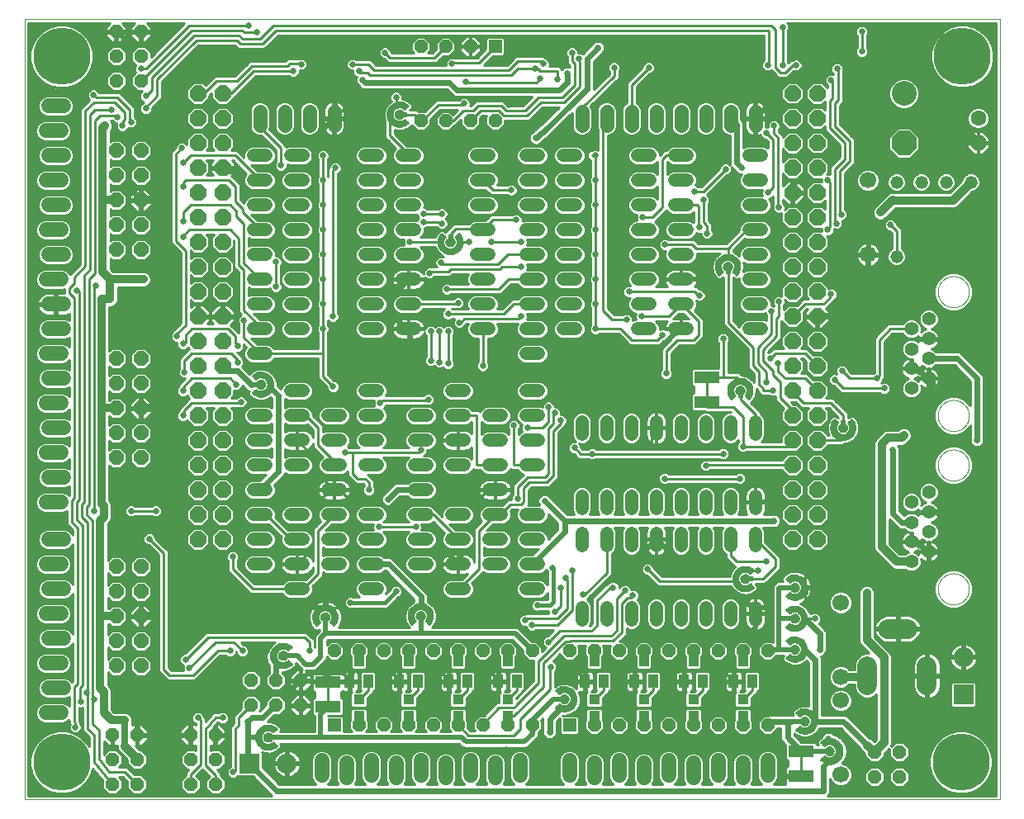
<source format=gbl>
G75*
%MOIN*%
%OFA0B0*%
%FSLAX25Y25*%
%IPPOS*%
%LPD*%
%AMOC8*
5,1,8,0,0,1.08239X$1,22.5*
%
%ADD10C,0.00000*%
%ADD11OC8,0.06600*%
%ADD12C,0.23000*%
%ADD13C,0.07874*%
%ADD14C,0.05600*%
%ADD15R,0.05200X0.05200*%
%ADD16OC8,0.05200*%
%ADD17C,0.05200*%
%ADD18C,0.06000*%
%ADD19C,0.10000*%
%ADD20OC8,0.10000*%
%ADD21C,0.06693*%
%ADD22OC8,0.06300*%
%ADD23C,0.06300*%
%ADD24OC8,0.05600*%
%ADD25R,0.04000X0.02000*%
%ADD26R,0.01600X0.03200*%
%ADD27C,0.00500*%
%ADD28R,0.10000X0.05000*%
%ADD29C,0.01000*%
%ADD30R,0.02000X0.04000*%
%ADD31R,0.03200X0.01600*%
%ADD32C,0.05600*%
%ADD33C,0.05200*%
%ADD34OC8,0.05937*%
%ADD35R,0.03937X0.05512*%
%ADD36R,0.04331X0.03937*%
%ADD37R,0.08000X0.08000*%
%ADD38C,0.08000*%
%ADD39C,0.02578*%
%ADD40C,0.02400*%
%ADD41C,0.03200*%
%ADD42C,0.02000*%
%ADD43C,0.01600*%
%ADD44C,0.02800*%
D10*
X0003000Y0106000D02*
X0003000Y0420961D01*
X0396701Y0420961D01*
X0396701Y0106000D01*
X0003000Y0106000D01*
X0371701Y0191000D02*
X0371703Y0191158D01*
X0371709Y0191316D01*
X0371719Y0191474D01*
X0371733Y0191632D01*
X0371751Y0191789D01*
X0371772Y0191946D01*
X0371798Y0192102D01*
X0371828Y0192258D01*
X0371861Y0192413D01*
X0371899Y0192566D01*
X0371940Y0192719D01*
X0371985Y0192871D01*
X0372034Y0193022D01*
X0372087Y0193171D01*
X0372143Y0193319D01*
X0372203Y0193465D01*
X0372267Y0193610D01*
X0372335Y0193753D01*
X0372406Y0193895D01*
X0372480Y0194035D01*
X0372558Y0194172D01*
X0372640Y0194308D01*
X0372724Y0194442D01*
X0372813Y0194573D01*
X0372904Y0194702D01*
X0372999Y0194829D01*
X0373096Y0194954D01*
X0373197Y0195076D01*
X0373301Y0195195D01*
X0373408Y0195312D01*
X0373518Y0195426D01*
X0373631Y0195537D01*
X0373746Y0195646D01*
X0373864Y0195751D01*
X0373985Y0195853D01*
X0374108Y0195953D01*
X0374234Y0196049D01*
X0374362Y0196142D01*
X0374492Y0196232D01*
X0374625Y0196318D01*
X0374760Y0196402D01*
X0374896Y0196481D01*
X0375035Y0196558D01*
X0375176Y0196630D01*
X0375318Y0196700D01*
X0375462Y0196765D01*
X0375608Y0196827D01*
X0375755Y0196885D01*
X0375904Y0196940D01*
X0376054Y0196991D01*
X0376205Y0197038D01*
X0376357Y0197081D01*
X0376510Y0197120D01*
X0376665Y0197156D01*
X0376820Y0197187D01*
X0376976Y0197215D01*
X0377132Y0197239D01*
X0377289Y0197259D01*
X0377447Y0197275D01*
X0377604Y0197287D01*
X0377763Y0197295D01*
X0377921Y0197299D01*
X0378079Y0197299D01*
X0378237Y0197295D01*
X0378396Y0197287D01*
X0378553Y0197275D01*
X0378711Y0197259D01*
X0378868Y0197239D01*
X0379024Y0197215D01*
X0379180Y0197187D01*
X0379335Y0197156D01*
X0379490Y0197120D01*
X0379643Y0197081D01*
X0379795Y0197038D01*
X0379946Y0196991D01*
X0380096Y0196940D01*
X0380245Y0196885D01*
X0380392Y0196827D01*
X0380538Y0196765D01*
X0380682Y0196700D01*
X0380824Y0196630D01*
X0380965Y0196558D01*
X0381104Y0196481D01*
X0381240Y0196402D01*
X0381375Y0196318D01*
X0381508Y0196232D01*
X0381638Y0196142D01*
X0381766Y0196049D01*
X0381892Y0195953D01*
X0382015Y0195853D01*
X0382136Y0195751D01*
X0382254Y0195646D01*
X0382369Y0195537D01*
X0382482Y0195426D01*
X0382592Y0195312D01*
X0382699Y0195195D01*
X0382803Y0195076D01*
X0382904Y0194954D01*
X0383001Y0194829D01*
X0383096Y0194702D01*
X0383187Y0194573D01*
X0383276Y0194442D01*
X0383360Y0194308D01*
X0383442Y0194172D01*
X0383520Y0194035D01*
X0383594Y0193895D01*
X0383665Y0193753D01*
X0383733Y0193610D01*
X0383797Y0193465D01*
X0383857Y0193319D01*
X0383913Y0193171D01*
X0383966Y0193022D01*
X0384015Y0192871D01*
X0384060Y0192719D01*
X0384101Y0192566D01*
X0384139Y0192413D01*
X0384172Y0192258D01*
X0384202Y0192102D01*
X0384228Y0191946D01*
X0384249Y0191789D01*
X0384267Y0191632D01*
X0384281Y0191474D01*
X0384291Y0191316D01*
X0384297Y0191158D01*
X0384299Y0191000D01*
X0384297Y0190842D01*
X0384291Y0190684D01*
X0384281Y0190526D01*
X0384267Y0190368D01*
X0384249Y0190211D01*
X0384228Y0190054D01*
X0384202Y0189898D01*
X0384172Y0189742D01*
X0384139Y0189587D01*
X0384101Y0189434D01*
X0384060Y0189281D01*
X0384015Y0189129D01*
X0383966Y0188978D01*
X0383913Y0188829D01*
X0383857Y0188681D01*
X0383797Y0188535D01*
X0383733Y0188390D01*
X0383665Y0188247D01*
X0383594Y0188105D01*
X0383520Y0187965D01*
X0383442Y0187828D01*
X0383360Y0187692D01*
X0383276Y0187558D01*
X0383187Y0187427D01*
X0383096Y0187298D01*
X0383001Y0187171D01*
X0382904Y0187046D01*
X0382803Y0186924D01*
X0382699Y0186805D01*
X0382592Y0186688D01*
X0382482Y0186574D01*
X0382369Y0186463D01*
X0382254Y0186354D01*
X0382136Y0186249D01*
X0382015Y0186147D01*
X0381892Y0186047D01*
X0381766Y0185951D01*
X0381638Y0185858D01*
X0381508Y0185768D01*
X0381375Y0185682D01*
X0381240Y0185598D01*
X0381104Y0185519D01*
X0380965Y0185442D01*
X0380824Y0185370D01*
X0380682Y0185300D01*
X0380538Y0185235D01*
X0380392Y0185173D01*
X0380245Y0185115D01*
X0380096Y0185060D01*
X0379946Y0185009D01*
X0379795Y0184962D01*
X0379643Y0184919D01*
X0379490Y0184880D01*
X0379335Y0184844D01*
X0379180Y0184813D01*
X0379024Y0184785D01*
X0378868Y0184761D01*
X0378711Y0184741D01*
X0378553Y0184725D01*
X0378396Y0184713D01*
X0378237Y0184705D01*
X0378079Y0184701D01*
X0377921Y0184701D01*
X0377763Y0184705D01*
X0377604Y0184713D01*
X0377447Y0184725D01*
X0377289Y0184741D01*
X0377132Y0184761D01*
X0376976Y0184785D01*
X0376820Y0184813D01*
X0376665Y0184844D01*
X0376510Y0184880D01*
X0376357Y0184919D01*
X0376205Y0184962D01*
X0376054Y0185009D01*
X0375904Y0185060D01*
X0375755Y0185115D01*
X0375608Y0185173D01*
X0375462Y0185235D01*
X0375318Y0185300D01*
X0375176Y0185370D01*
X0375035Y0185442D01*
X0374896Y0185519D01*
X0374760Y0185598D01*
X0374625Y0185682D01*
X0374492Y0185768D01*
X0374362Y0185858D01*
X0374234Y0185951D01*
X0374108Y0186047D01*
X0373985Y0186147D01*
X0373864Y0186249D01*
X0373746Y0186354D01*
X0373631Y0186463D01*
X0373518Y0186574D01*
X0373408Y0186688D01*
X0373301Y0186805D01*
X0373197Y0186924D01*
X0373096Y0187046D01*
X0372999Y0187171D01*
X0372904Y0187298D01*
X0372813Y0187427D01*
X0372724Y0187558D01*
X0372640Y0187692D01*
X0372558Y0187828D01*
X0372480Y0187965D01*
X0372406Y0188105D01*
X0372335Y0188247D01*
X0372267Y0188390D01*
X0372203Y0188535D01*
X0372143Y0188681D01*
X0372087Y0188829D01*
X0372034Y0188978D01*
X0371985Y0189129D01*
X0371940Y0189281D01*
X0371899Y0189434D01*
X0371861Y0189587D01*
X0371828Y0189742D01*
X0371798Y0189898D01*
X0371772Y0190054D01*
X0371751Y0190211D01*
X0371733Y0190368D01*
X0371719Y0190526D01*
X0371709Y0190684D01*
X0371703Y0190842D01*
X0371701Y0191000D01*
X0371701Y0241000D02*
X0371703Y0241158D01*
X0371709Y0241316D01*
X0371719Y0241474D01*
X0371733Y0241632D01*
X0371751Y0241789D01*
X0371772Y0241946D01*
X0371798Y0242102D01*
X0371828Y0242258D01*
X0371861Y0242413D01*
X0371899Y0242566D01*
X0371940Y0242719D01*
X0371985Y0242871D01*
X0372034Y0243022D01*
X0372087Y0243171D01*
X0372143Y0243319D01*
X0372203Y0243465D01*
X0372267Y0243610D01*
X0372335Y0243753D01*
X0372406Y0243895D01*
X0372480Y0244035D01*
X0372558Y0244172D01*
X0372640Y0244308D01*
X0372724Y0244442D01*
X0372813Y0244573D01*
X0372904Y0244702D01*
X0372999Y0244829D01*
X0373096Y0244954D01*
X0373197Y0245076D01*
X0373301Y0245195D01*
X0373408Y0245312D01*
X0373518Y0245426D01*
X0373631Y0245537D01*
X0373746Y0245646D01*
X0373864Y0245751D01*
X0373985Y0245853D01*
X0374108Y0245953D01*
X0374234Y0246049D01*
X0374362Y0246142D01*
X0374492Y0246232D01*
X0374625Y0246318D01*
X0374760Y0246402D01*
X0374896Y0246481D01*
X0375035Y0246558D01*
X0375176Y0246630D01*
X0375318Y0246700D01*
X0375462Y0246765D01*
X0375608Y0246827D01*
X0375755Y0246885D01*
X0375904Y0246940D01*
X0376054Y0246991D01*
X0376205Y0247038D01*
X0376357Y0247081D01*
X0376510Y0247120D01*
X0376665Y0247156D01*
X0376820Y0247187D01*
X0376976Y0247215D01*
X0377132Y0247239D01*
X0377289Y0247259D01*
X0377447Y0247275D01*
X0377604Y0247287D01*
X0377763Y0247295D01*
X0377921Y0247299D01*
X0378079Y0247299D01*
X0378237Y0247295D01*
X0378396Y0247287D01*
X0378553Y0247275D01*
X0378711Y0247259D01*
X0378868Y0247239D01*
X0379024Y0247215D01*
X0379180Y0247187D01*
X0379335Y0247156D01*
X0379490Y0247120D01*
X0379643Y0247081D01*
X0379795Y0247038D01*
X0379946Y0246991D01*
X0380096Y0246940D01*
X0380245Y0246885D01*
X0380392Y0246827D01*
X0380538Y0246765D01*
X0380682Y0246700D01*
X0380824Y0246630D01*
X0380965Y0246558D01*
X0381104Y0246481D01*
X0381240Y0246402D01*
X0381375Y0246318D01*
X0381508Y0246232D01*
X0381638Y0246142D01*
X0381766Y0246049D01*
X0381892Y0245953D01*
X0382015Y0245853D01*
X0382136Y0245751D01*
X0382254Y0245646D01*
X0382369Y0245537D01*
X0382482Y0245426D01*
X0382592Y0245312D01*
X0382699Y0245195D01*
X0382803Y0245076D01*
X0382904Y0244954D01*
X0383001Y0244829D01*
X0383096Y0244702D01*
X0383187Y0244573D01*
X0383276Y0244442D01*
X0383360Y0244308D01*
X0383442Y0244172D01*
X0383520Y0244035D01*
X0383594Y0243895D01*
X0383665Y0243753D01*
X0383733Y0243610D01*
X0383797Y0243465D01*
X0383857Y0243319D01*
X0383913Y0243171D01*
X0383966Y0243022D01*
X0384015Y0242871D01*
X0384060Y0242719D01*
X0384101Y0242566D01*
X0384139Y0242413D01*
X0384172Y0242258D01*
X0384202Y0242102D01*
X0384228Y0241946D01*
X0384249Y0241789D01*
X0384267Y0241632D01*
X0384281Y0241474D01*
X0384291Y0241316D01*
X0384297Y0241158D01*
X0384299Y0241000D01*
X0384297Y0240842D01*
X0384291Y0240684D01*
X0384281Y0240526D01*
X0384267Y0240368D01*
X0384249Y0240211D01*
X0384228Y0240054D01*
X0384202Y0239898D01*
X0384172Y0239742D01*
X0384139Y0239587D01*
X0384101Y0239434D01*
X0384060Y0239281D01*
X0384015Y0239129D01*
X0383966Y0238978D01*
X0383913Y0238829D01*
X0383857Y0238681D01*
X0383797Y0238535D01*
X0383733Y0238390D01*
X0383665Y0238247D01*
X0383594Y0238105D01*
X0383520Y0237965D01*
X0383442Y0237828D01*
X0383360Y0237692D01*
X0383276Y0237558D01*
X0383187Y0237427D01*
X0383096Y0237298D01*
X0383001Y0237171D01*
X0382904Y0237046D01*
X0382803Y0236924D01*
X0382699Y0236805D01*
X0382592Y0236688D01*
X0382482Y0236574D01*
X0382369Y0236463D01*
X0382254Y0236354D01*
X0382136Y0236249D01*
X0382015Y0236147D01*
X0381892Y0236047D01*
X0381766Y0235951D01*
X0381638Y0235858D01*
X0381508Y0235768D01*
X0381375Y0235682D01*
X0381240Y0235598D01*
X0381104Y0235519D01*
X0380965Y0235442D01*
X0380824Y0235370D01*
X0380682Y0235300D01*
X0380538Y0235235D01*
X0380392Y0235173D01*
X0380245Y0235115D01*
X0380096Y0235060D01*
X0379946Y0235009D01*
X0379795Y0234962D01*
X0379643Y0234919D01*
X0379490Y0234880D01*
X0379335Y0234844D01*
X0379180Y0234813D01*
X0379024Y0234785D01*
X0378868Y0234761D01*
X0378711Y0234741D01*
X0378553Y0234725D01*
X0378396Y0234713D01*
X0378237Y0234705D01*
X0378079Y0234701D01*
X0377921Y0234701D01*
X0377763Y0234705D01*
X0377604Y0234713D01*
X0377447Y0234725D01*
X0377289Y0234741D01*
X0377132Y0234761D01*
X0376976Y0234785D01*
X0376820Y0234813D01*
X0376665Y0234844D01*
X0376510Y0234880D01*
X0376357Y0234919D01*
X0376205Y0234962D01*
X0376054Y0235009D01*
X0375904Y0235060D01*
X0375755Y0235115D01*
X0375608Y0235173D01*
X0375462Y0235235D01*
X0375318Y0235300D01*
X0375176Y0235370D01*
X0375035Y0235442D01*
X0374896Y0235519D01*
X0374760Y0235598D01*
X0374625Y0235682D01*
X0374492Y0235768D01*
X0374362Y0235858D01*
X0374234Y0235951D01*
X0374108Y0236047D01*
X0373985Y0236147D01*
X0373864Y0236249D01*
X0373746Y0236354D01*
X0373631Y0236463D01*
X0373518Y0236574D01*
X0373408Y0236688D01*
X0373301Y0236805D01*
X0373197Y0236924D01*
X0373096Y0237046D01*
X0372999Y0237171D01*
X0372904Y0237298D01*
X0372813Y0237427D01*
X0372724Y0237558D01*
X0372640Y0237692D01*
X0372558Y0237828D01*
X0372480Y0237965D01*
X0372406Y0238105D01*
X0372335Y0238247D01*
X0372267Y0238390D01*
X0372203Y0238535D01*
X0372143Y0238681D01*
X0372087Y0238829D01*
X0372034Y0238978D01*
X0371985Y0239129D01*
X0371940Y0239281D01*
X0371899Y0239434D01*
X0371861Y0239587D01*
X0371828Y0239742D01*
X0371798Y0239898D01*
X0371772Y0240054D01*
X0371751Y0240211D01*
X0371733Y0240368D01*
X0371719Y0240526D01*
X0371709Y0240684D01*
X0371703Y0240842D01*
X0371701Y0241000D01*
X0371701Y0261000D02*
X0371703Y0261158D01*
X0371709Y0261316D01*
X0371719Y0261474D01*
X0371733Y0261632D01*
X0371751Y0261789D01*
X0371772Y0261946D01*
X0371798Y0262102D01*
X0371828Y0262258D01*
X0371861Y0262413D01*
X0371899Y0262566D01*
X0371940Y0262719D01*
X0371985Y0262871D01*
X0372034Y0263022D01*
X0372087Y0263171D01*
X0372143Y0263319D01*
X0372203Y0263465D01*
X0372267Y0263610D01*
X0372335Y0263753D01*
X0372406Y0263895D01*
X0372480Y0264035D01*
X0372558Y0264172D01*
X0372640Y0264308D01*
X0372724Y0264442D01*
X0372813Y0264573D01*
X0372904Y0264702D01*
X0372999Y0264829D01*
X0373096Y0264954D01*
X0373197Y0265076D01*
X0373301Y0265195D01*
X0373408Y0265312D01*
X0373518Y0265426D01*
X0373631Y0265537D01*
X0373746Y0265646D01*
X0373864Y0265751D01*
X0373985Y0265853D01*
X0374108Y0265953D01*
X0374234Y0266049D01*
X0374362Y0266142D01*
X0374492Y0266232D01*
X0374625Y0266318D01*
X0374760Y0266402D01*
X0374896Y0266481D01*
X0375035Y0266558D01*
X0375176Y0266630D01*
X0375318Y0266700D01*
X0375462Y0266765D01*
X0375608Y0266827D01*
X0375755Y0266885D01*
X0375904Y0266940D01*
X0376054Y0266991D01*
X0376205Y0267038D01*
X0376357Y0267081D01*
X0376510Y0267120D01*
X0376665Y0267156D01*
X0376820Y0267187D01*
X0376976Y0267215D01*
X0377132Y0267239D01*
X0377289Y0267259D01*
X0377447Y0267275D01*
X0377604Y0267287D01*
X0377763Y0267295D01*
X0377921Y0267299D01*
X0378079Y0267299D01*
X0378237Y0267295D01*
X0378396Y0267287D01*
X0378553Y0267275D01*
X0378711Y0267259D01*
X0378868Y0267239D01*
X0379024Y0267215D01*
X0379180Y0267187D01*
X0379335Y0267156D01*
X0379490Y0267120D01*
X0379643Y0267081D01*
X0379795Y0267038D01*
X0379946Y0266991D01*
X0380096Y0266940D01*
X0380245Y0266885D01*
X0380392Y0266827D01*
X0380538Y0266765D01*
X0380682Y0266700D01*
X0380824Y0266630D01*
X0380965Y0266558D01*
X0381104Y0266481D01*
X0381240Y0266402D01*
X0381375Y0266318D01*
X0381508Y0266232D01*
X0381638Y0266142D01*
X0381766Y0266049D01*
X0381892Y0265953D01*
X0382015Y0265853D01*
X0382136Y0265751D01*
X0382254Y0265646D01*
X0382369Y0265537D01*
X0382482Y0265426D01*
X0382592Y0265312D01*
X0382699Y0265195D01*
X0382803Y0265076D01*
X0382904Y0264954D01*
X0383001Y0264829D01*
X0383096Y0264702D01*
X0383187Y0264573D01*
X0383276Y0264442D01*
X0383360Y0264308D01*
X0383442Y0264172D01*
X0383520Y0264035D01*
X0383594Y0263895D01*
X0383665Y0263753D01*
X0383733Y0263610D01*
X0383797Y0263465D01*
X0383857Y0263319D01*
X0383913Y0263171D01*
X0383966Y0263022D01*
X0384015Y0262871D01*
X0384060Y0262719D01*
X0384101Y0262566D01*
X0384139Y0262413D01*
X0384172Y0262258D01*
X0384202Y0262102D01*
X0384228Y0261946D01*
X0384249Y0261789D01*
X0384267Y0261632D01*
X0384281Y0261474D01*
X0384291Y0261316D01*
X0384297Y0261158D01*
X0384299Y0261000D01*
X0384297Y0260842D01*
X0384291Y0260684D01*
X0384281Y0260526D01*
X0384267Y0260368D01*
X0384249Y0260211D01*
X0384228Y0260054D01*
X0384202Y0259898D01*
X0384172Y0259742D01*
X0384139Y0259587D01*
X0384101Y0259434D01*
X0384060Y0259281D01*
X0384015Y0259129D01*
X0383966Y0258978D01*
X0383913Y0258829D01*
X0383857Y0258681D01*
X0383797Y0258535D01*
X0383733Y0258390D01*
X0383665Y0258247D01*
X0383594Y0258105D01*
X0383520Y0257965D01*
X0383442Y0257828D01*
X0383360Y0257692D01*
X0383276Y0257558D01*
X0383187Y0257427D01*
X0383096Y0257298D01*
X0383001Y0257171D01*
X0382904Y0257046D01*
X0382803Y0256924D01*
X0382699Y0256805D01*
X0382592Y0256688D01*
X0382482Y0256574D01*
X0382369Y0256463D01*
X0382254Y0256354D01*
X0382136Y0256249D01*
X0382015Y0256147D01*
X0381892Y0256047D01*
X0381766Y0255951D01*
X0381638Y0255858D01*
X0381508Y0255768D01*
X0381375Y0255682D01*
X0381240Y0255598D01*
X0381104Y0255519D01*
X0380965Y0255442D01*
X0380824Y0255370D01*
X0380682Y0255300D01*
X0380538Y0255235D01*
X0380392Y0255173D01*
X0380245Y0255115D01*
X0380096Y0255060D01*
X0379946Y0255009D01*
X0379795Y0254962D01*
X0379643Y0254919D01*
X0379490Y0254880D01*
X0379335Y0254844D01*
X0379180Y0254813D01*
X0379024Y0254785D01*
X0378868Y0254761D01*
X0378711Y0254741D01*
X0378553Y0254725D01*
X0378396Y0254713D01*
X0378237Y0254705D01*
X0378079Y0254701D01*
X0377921Y0254701D01*
X0377763Y0254705D01*
X0377604Y0254713D01*
X0377447Y0254725D01*
X0377289Y0254741D01*
X0377132Y0254761D01*
X0376976Y0254785D01*
X0376820Y0254813D01*
X0376665Y0254844D01*
X0376510Y0254880D01*
X0376357Y0254919D01*
X0376205Y0254962D01*
X0376054Y0255009D01*
X0375904Y0255060D01*
X0375755Y0255115D01*
X0375608Y0255173D01*
X0375462Y0255235D01*
X0375318Y0255300D01*
X0375176Y0255370D01*
X0375035Y0255442D01*
X0374896Y0255519D01*
X0374760Y0255598D01*
X0374625Y0255682D01*
X0374492Y0255768D01*
X0374362Y0255858D01*
X0374234Y0255951D01*
X0374108Y0256047D01*
X0373985Y0256147D01*
X0373864Y0256249D01*
X0373746Y0256354D01*
X0373631Y0256463D01*
X0373518Y0256574D01*
X0373408Y0256688D01*
X0373301Y0256805D01*
X0373197Y0256924D01*
X0373096Y0257046D01*
X0372999Y0257171D01*
X0372904Y0257298D01*
X0372813Y0257427D01*
X0372724Y0257558D01*
X0372640Y0257692D01*
X0372558Y0257828D01*
X0372480Y0257965D01*
X0372406Y0258105D01*
X0372335Y0258247D01*
X0372267Y0258390D01*
X0372203Y0258535D01*
X0372143Y0258681D01*
X0372087Y0258829D01*
X0372034Y0258978D01*
X0371985Y0259129D01*
X0371940Y0259281D01*
X0371899Y0259434D01*
X0371861Y0259587D01*
X0371828Y0259742D01*
X0371798Y0259898D01*
X0371772Y0260054D01*
X0371751Y0260211D01*
X0371733Y0260368D01*
X0371719Y0260526D01*
X0371709Y0260684D01*
X0371703Y0260842D01*
X0371701Y0261000D01*
X0371701Y0311000D02*
X0371703Y0311158D01*
X0371709Y0311316D01*
X0371719Y0311474D01*
X0371733Y0311632D01*
X0371751Y0311789D01*
X0371772Y0311946D01*
X0371798Y0312102D01*
X0371828Y0312258D01*
X0371861Y0312413D01*
X0371899Y0312566D01*
X0371940Y0312719D01*
X0371985Y0312871D01*
X0372034Y0313022D01*
X0372087Y0313171D01*
X0372143Y0313319D01*
X0372203Y0313465D01*
X0372267Y0313610D01*
X0372335Y0313753D01*
X0372406Y0313895D01*
X0372480Y0314035D01*
X0372558Y0314172D01*
X0372640Y0314308D01*
X0372724Y0314442D01*
X0372813Y0314573D01*
X0372904Y0314702D01*
X0372999Y0314829D01*
X0373096Y0314954D01*
X0373197Y0315076D01*
X0373301Y0315195D01*
X0373408Y0315312D01*
X0373518Y0315426D01*
X0373631Y0315537D01*
X0373746Y0315646D01*
X0373864Y0315751D01*
X0373985Y0315853D01*
X0374108Y0315953D01*
X0374234Y0316049D01*
X0374362Y0316142D01*
X0374492Y0316232D01*
X0374625Y0316318D01*
X0374760Y0316402D01*
X0374896Y0316481D01*
X0375035Y0316558D01*
X0375176Y0316630D01*
X0375318Y0316700D01*
X0375462Y0316765D01*
X0375608Y0316827D01*
X0375755Y0316885D01*
X0375904Y0316940D01*
X0376054Y0316991D01*
X0376205Y0317038D01*
X0376357Y0317081D01*
X0376510Y0317120D01*
X0376665Y0317156D01*
X0376820Y0317187D01*
X0376976Y0317215D01*
X0377132Y0317239D01*
X0377289Y0317259D01*
X0377447Y0317275D01*
X0377604Y0317287D01*
X0377763Y0317295D01*
X0377921Y0317299D01*
X0378079Y0317299D01*
X0378237Y0317295D01*
X0378396Y0317287D01*
X0378553Y0317275D01*
X0378711Y0317259D01*
X0378868Y0317239D01*
X0379024Y0317215D01*
X0379180Y0317187D01*
X0379335Y0317156D01*
X0379490Y0317120D01*
X0379643Y0317081D01*
X0379795Y0317038D01*
X0379946Y0316991D01*
X0380096Y0316940D01*
X0380245Y0316885D01*
X0380392Y0316827D01*
X0380538Y0316765D01*
X0380682Y0316700D01*
X0380824Y0316630D01*
X0380965Y0316558D01*
X0381104Y0316481D01*
X0381240Y0316402D01*
X0381375Y0316318D01*
X0381508Y0316232D01*
X0381638Y0316142D01*
X0381766Y0316049D01*
X0381892Y0315953D01*
X0382015Y0315853D01*
X0382136Y0315751D01*
X0382254Y0315646D01*
X0382369Y0315537D01*
X0382482Y0315426D01*
X0382592Y0315312D01*
X0382699Y0315195D01*
X0382803Y0315076D01*
X0382904Y0314954D01*
X0383001Y0314829D01*
X0383096Y0314702D01*
X0383187Y0314573D01*
X0383276Y0314442D01*
X0383360Y0314308D01*
X0383442Y0314172D01*
X0383520Y0314035D01*
X0383594Y0313895D01*
X0383665Y0313753D01*
X0383733Y0313610D01*
X0383797Y0313465D01*
X0383857Y0313319D01*
X0383913Y0313171D01*
X0383966Y0313022D01*
X0384015Y0312871D01*
X0384060Y0312719D01*
X0384101Y0312566D01*
X0384139Y0312413D01*
X0384172Y0312258D01*
X0384202Y0312102D01*
X0384228Y0311946D01*
X0384249Y0311789D01*
X0384267Y0311632D01*
X0384281Y0311474D01*
X0384291Y0311316D01*
X0384297Y0311158D01*
X0384299Y0311000D01*
X0384297Y0310842D01*
X0384291Y0310684D01*
X0384281Y0310526D01*
X0384267Y0310368D01*
X0384249Y0310211D01*
X0384228Y0310054D01*
X0384202Y0309898D01*
X0384172Y0309742D01*
X0384139Y0309587D01*
X0384101Y0309434D01*
X0384060Y0309281D01*
X0384015Y0309129D01*
X0383966Y0308978D01*
X0383913Y0308829D01*
X0383857Y0308681D01*
X0383797Y0308535D01*
X0383733Y0308390D01*
X0383665Y0308247D01*
X0383594Y0308105D01*
X0383520Y0307965D01*
X0383442Y0307828D01*
X0383360Y0307692D01*
X0383276Y0307558D01*
X0383187Y0307427D01*
X0383096Y0307298D01*
X0383001Y0307171D01*
X0382904Y0307046D01*
X0382803Y0306924D01*
X0382699Y0306805D01*
X0382592Y0306688D01*
X0382482Y0306574D01*
X0382369Y0306463D01*
X0382254Y0306354D01*
X0382136Y0306249D01*
X0382015Y0306147D01*
X0381892Y0306047D01*
X0381766Y0305951D01*
X0381638Y0305858D01*
X0381508Y0305768D01*
X0381375Y0305682D01*
X0381240Y0305598D01*
X0381104Y0305519D01*
X0380965Y0305442D01*
X0380824Y0305370D01*
X0380682Y0305300D01*
X0380538Y0305235D01*
X0380392Y0305173D01*
X0380245Y0305115D01*
X0380096Y0305060D01*
X0379946Y0305009D01*
X0379795Y0304962D01*
X0379643Y0304919D01*
X0379490Y0304880D01*
X0379335Y0304844D01*
X0379180Y0304813D01*
X0379024Y0304785D01*
X0378868Y0304761D01*
X0378711Y0304741D01*
X0378553Y0304725D01*
X0378396Y0304713D01*
X0378237Y0304705D01*
X0378079Y0304701D01*
X0377921Y0304701D01*
X0377763Y0304705D01*
X0377604Y0304713D01*
X0377447Y0304725D01*
X0377289Y0304741D01*
X0377132Y0304761D01*
X0376976Y0304785D01*
X0376820Y0304813D01*
X0376665Y0304844D01*
X0376510Y0304880D01*
X0376357Y0304919D01*
X0376205Y0304962D01*
X0376054Y0305009D01*
X0375904Y0305060D01*
X0375755Y0305115D01*
X0375608Y0305173D01*
X0375462Y0305235D01*
X0375318Y0305300D01*
X0375176Y0305370D01*
X0375035Y0305442D01*
X0374896Y0305519D01*
X0374760Y0305598D01*
X0374625Y0305682D01*
X0374492Y0305768D01*
X0374362Y0305858D01*
X0374234Y0305951D01*
X0374108Y0306047D01*
X0373985Y0306147D01*
X0373864Y0306249D01*
X0373746Y0306354D01*
X0373631Y0306463D01*
X0373518Y0306574D01*
X0373408Y0306688D01*
X0373301Y0306805D01*
X0373197Y0306924D01*
X0373096Y0307046D01*
X0372999Y0307171D01*
X0372904Y0307298D01*
X0372813Y0307427D01*
X0372724Y0307558D01*
X0372640Y0307692D01*
X0372558Y0307828D01*
X0372480Y0307965D01*
X0372406Y0308105D01*
X0372335Y0308247D01*
X0372267Y0308390D01*
X0372203Y0308535D01*
X0372143Y0308681D01*
X0372087Y0308829D01*
X0372034Y0308978D01*
X0371985Y0309129D01*
X0371940Y0309281D01*
X0371899Y0309434D01*
X0371861Y0309587D01*
X0371828Y0309742D01*
X0371798Y0309898D01*
X0371772Y0310054D01*
X0371751Y0310211D01*
X0371733Y0310368D01*
X0371719Y0310526D01*
X0371709Y0310684D01*
X0371703Y0310842D01*
X0371701Y0311000D01*
D11*
X0323000Y0311000D03*
X0323000Y0301000D03*
X0323000Y0291000D03*
X0323000Y0281000D03*
X0323000Y0271000D03*
X0323000Y0261000D03*
X0323000Y0251000D03*
X0323000Y0241000D03*
X0323000Y0231000D03*
X0323000Y0221000D03*
X0323000Y0211000D03*
X0313000Y0211000D03*
X0313000Y0221000D03*
X0313000Y0231000D03*
X0313000Y0241000D03*
X0313000Y0251000D03*
X0313000Y0261000D03*
X0313000Y0271000D03*
X0313000Y0281000D03*
X0313000Y0291000D03*
X0313000Y0301000D03*
X0313000Y0311000D03*
X0313000Y0321000D03*
X0313000Y0331000D03*
X0313000Y0341000D03*
X0313000Y0351000D03*
X0313000Y0361000D03*
X0313000Y0371000D03*
X0313000Y0381000D03*
X0313000Y0391000D03*
X0323000Y0391000D03*
X0323000Y0381000D03*
X0323000Y0371000D03*
X0323000Y0361000D03*
X0323000Y0351000D03*
X0323000Y0341000D03*
X0323000Y0331000D03*
X0323000Y0321000D03*
X0083000Y0321000D03*
X0083000Y0311000D03*
X0083000Y0301000D03*
X0083000Y0291000D03*
X0083000Y0281000D03*
X0083000Y0271000D03*
X0083000Y0261000D03*
X0083000Y0251000D03*
X0083000Y0241000D03*
X0083000Y0231000D03*
X0083000Y0221000D03*
X0083000Y0211000D03*
X0073000Y0211000D03*
X0073000Y0221000D03*
X0073000Y0231000D03*
X0073000Y0241000D03*
X0073000Y0251000D03*
X0073000Y0261000D03*
X0073000Y0271000D03*
X0073000Y0281000D03*
X0073000Y0291000D03*
X0073000Y0301000D03*
X0073000Y0311000D03*
X0073000Y0321000D03*
X0073000Y0331000D03*
X0073000Y0341000D03*
X0073000Y0351000D03*
X0073000Y0361000D03*
X0073000Y0371000D03*
X0073000Y0381000D03*
X0073000Y0391000D03*
X0083000Y0391000D03*
X0083000Y0381000D03*
X0083000Y0371000D03*
X0083000Y0361000D03*
X0083000Y0351000D03*
X0083000Y0341000D03*
X0083000Y0331000D03*
D12*
X0018000Y0406000D03*
X0018000Y0121000D03*
X0381000Y0121000D03*
X0381500Y0406000D03*
D13*
X0359437Y0174898D02*
X0351563Y0174898D01*
X0343295Y0159937D02*
X0343295Y0152063D01*
X0367311Y0152063D02*
X0367311Y0159937D01*
D14*
X0360992Y0202004D03*
X0360992Y0210035D03*
X0360992Y0217949D03*
X0360992Y0225980D03*
X0368000Y0221965D03*
X0368000Y0214051D03*
X0368000Y0206020D03*
X0368000Y0229996D03*
X0360992Y0272004D03*
X0360992Y0280035D03*
X0360992Y0287949D03*
X0368000Y0284051D03*
X0368000Y0276020D03*
X0368000Y0291965D03*
X0368000Y0299996D03*
X0360992Y0295980D03*
D15*
X0223000Y0136000D03*
X0128000Y0136000D03*
X0193000Y0410000D03*
D16*
X0183000Y0410000D03*
X0173000Y0410000D03*
X0163000Y0410000D03*
X0163000Y0380000D03*
X0173000Y0380000D03*
X0183000Y0380000D03*
X0193000Y0380000D03*
X0188000Y0166000D03*
X0198000Y0166000D03*
X0208000Y0166000D03*
X0223000Y0166000D03*
X0233000Y0166000D03*
X0243000Y0166000D03*
X0253000Y0166000D03*
X0263000Y0166000D03*
X0273000Y0166000D03*
X0283000Y0166000D03*
X0293000Y0166000D03*
X0303000Y0166000D03*
X0303000Y0136000D03*
X0293000Y0136000D03*
X0283000Y0136000D03*
X0273000Y0136000D03*
X0263000Y0136000D03*
X0253000Y0136000D03*
X0243000Y0136000D03*
X0233000Y0136000D03*
X0208000Y0136000D03*
X0198000Y0136000D03*
X0188000Y0136000D03*
X0178000Y0136000D03*
X0168000Y0136000D03*
X0158000Y0136000D03*
X0148000Y0136000D03*
X0138000Y0136000D03*
X0138000Y0166000D03*
X0128000Y0166000D03*
X0148000Y0166000D03*
X0158000Y0166000D03*
X0168000Y0166000D03*
X0178000Y0166000D03*
D17*
X0180600Y0191000D02*
X0175400Y0191000D01*
X0175400Y0201000D02*
X0180600Y0201000D01*
X0190400Y0201000D02*
X0195600Y0201000D01*
X0195600Y0211000D02*
X0190400Y0211000D01*
X0180600Y0211000D02*
X0175400Y0211000D01*
X0165600Y0211000D02*
X0160400Y0211000D01*
X0160400Y0201000D02*
X0165600Y0201000D01*
X0165600Y0221000D02*
X0160400Y0221000D01*
X0160400Y0231000D02*
X0165600Y0231000D01*
X0165600Y0241000D02*
X0160400Y0241000D01*
X0160400Y0251000D02*
X0165600Y0251000D01*
X0175400Y0251000D02*
X0180600Y0251000D01*
X0190400Y0251000D02*
X0195600Y0251000D01*
X0195600Y0241000D02*
X0190400Y0241000D01*
X0180600Y0241000D02*
X0175400Y0241000D01*
X0190400Y0231000D02*
X0195600Y0231000D01*
X0195600Y0221000D02*
X0190400Y0221000D01*
X0180600Y0221000D02*
X0175400Y0221000D01*
X0145600Y0221000D02*
X0140400Y0221000D01*
X0140400Y0211000D02*
X0145600Y0211000D01*
X0145600Y0201000D02*
X0140400Y0201000D01*
X0140400Y0191000D02*
X0145600Y0191000D01*
X0130600Y0201000D02*
X0125400Y0201000D01*
X0125400Y0211000D02*
X0130600Y0211000D01*
X0130600Y0221000D02*
X0125400Y0221000D01*
X0125400Y0231000D02*
X0130600Y0231000D01*
X0130600Y0241000D02*
X0125400Y0241000D01*
X0125400Y0251000D02*
X0130600Y0251000D01*
X0130600Y0261000D02*
X0125400Y0261000D01*
X0115600Y0261000D02*
X0110400Y0261000D01*
X0100600Y0261000D02*
X0095400Y0261000D01*
X0095400Y0251000D02*
X0100600Y0251000D01*
X0110400Y0251000D02*
X0115600Y0251000D01*
X0115600Y0241000D02*
X0110400Y0241000D01*
X0100600Y0241000D02*
X0095400Y0241000D01*
X0095400Y0231000D02*
X0100600Y0231000D01*
X0100600Y0221000D02*
X0095400Y0221000D01*
X0095400Y0211000D02*
X0100600Y0211000D01*
X0110400Y0211000D02*
X0115600Y0211000D01*
X0115600Y0201000D02*
X0110400Y0201000D01*
X0100600Y0201000D02*
X0095400Y0201000D01*
X0110400Y0191000D02*
X0115600Y0191000D01*
X0115600Y0221000D02*
X0110400Y0221000D01*
X0140400Y0241000D02*
X0145600Y0241000D01*
X0145600Y0251000D02*
X0140400Y0251000D01*
X0140400Y0261000D02*
X0145600Y0261000D01*
X0145600Y0271000D02*
X0140400Y0271000D01*
X0160400Y0261000D02*
X0165600Y0261000D01*
X0175400Y0261000D02*
X0180600Y0261000D01*
X0190400Y0261000D02*
X0195600Y0261000D01*
X0205400Y0261000D02*
X0210600Y0261000D01*
X0210600Y0251000D02*
X0205400Y0251000D01*
X0205400Y0241000D02*
X0210600Y0241000D01*
X0210600Y0221000D02*
X0205400Y0221000D01*
X0205400Y0211000D02*
X0210600Y0211000D01*
X0210600Y0201000D02*
X0205400Y0201000D01*
X0205400Y0191000D02*
X0210600Y0191000D01*
X0228000Y0183600D02*
X0228000Y0178400D01*
X0238000Y0178400D02*
X0238000Y0183600D01*
X0248000Y0183600D02*
X0248000Y0178400D01*
X0258000Y0178400D02*
X0258000Y0183600D01*
X0268000Y0183600D02*
X0268000Y0178400D01*
X0278000Y0178400D02*
X0278000Y0183600D01*
X0288000Y0183600D02*
X0288000Y0178400D01*
X0298000Y0178400D02*
X0298000Y0183600D01*
X0298000Y0208400D02*
X0298000Y0213600D01*
X0298000Y0223400D02*
X0298000Y0228600D01*
X0288000Y0228600D02*
X0288000Y0223400D01*
X0288000Y0213600D02*
X0288000Y0208400D01*
X0278000Y0208400D02*
X0278000Y0213600D01*
X0278000Y0223400D02*
X0278000Y0228600D01*
X0268000Y0228600D02*
X0268000Y0223400D01*
X0268000Y0213600D02*
X0268000Y0208400D01*
X0258000Y0208400D02*
X0258000Y0213600D01*
X0258000Y0223400D02*
X0258000Y0228600D01*
X0248000Y0228600D02*
X0248000Y0223400D01*
X0248000Y0213600D02*
X0248000Y0208400D01*
X0238000Y0208400D02*
X0238000Y0213600D01*
X0238000Y0223400D02*
X0238000Y0228600D01*
X0228000Y0228600D02*
X0228000Y0223400D01*
X0228000Y0213600D02*
X0228000Y0208400D01*
X0228000Y0253400D02*
X0228000Y0258600D01*
X0238000Y0258600D02*
X0238000Y0253400D01*
X0248000Y0253400D02*
X0248000Y0258600D01*
X0258000Y0258600D02*
X0258000Y0253400D01*
X0268000Y0253400D02*
X0268000Y0258600D01*
X0278000Y0258600D02*
X0278000Y0253400D01*
X0288000Y0253400D02*
X0288000Y0258600D01*
X0298000Y0258600D02*
X0298000Y0253400D01*
X0295400Y0296000D02*
X0300600Y0296000D01*
X0300600Y0306000D02*
X0295400Y0306000D01*
X0295400Y0316000D02*
X0300600Y0316000D01*
X0300600Y0326000D02*
X0295400Y0326000D01*
X0295400Y0336000D02*
X0300600Y0336000D01*
X0300600Y0346000D02*
X0295400Y0346000D01*
X0295400Y0356000D02*
X0300600Y0356000D01*
X0300600Y0366000D02*
X0295400Y0366000D01*
X0270600Y0366000D02*
X0265400Y0366000D01*
X0265400Y0356000D02*
X0270600Y0356000D01*
X0270600Y0346000D02*
X0265400Y0346000D01*
X0265400Y0336000D02*
X0270600Y0336000D01*
X0270600Y0326000D02*
X0265400Y0326000D01*
X0265400Y0316000D02*
X0270600Y0316000D01*
X0270600Y0306000D02*
X0265400Y0306000D01*
X0265400Y0296000D02*
X0270600Y0296000D01*
X0255600Y0296000D02*
X0250400Y0296000D01*
X0250400Y0306000D02*
X0255600Y0306000D01*
X0255600Y0316000D02*
X0250400Y0316000D01*
X0250400Y0326000D02*
X0255600Y0326000D01*
X0255600Y0336000D02*
X0250400Y0336000D01*
X0250400Y0346000D02*
X0255600Y0346000D01*
X0255600Y0356000D02*
X0250400Y0356000D01*
X0250400Y0366000D02*
X0255600Y0366000D01*
X0225600Y0366000D02*
X0220400Y0366000D01*
X0220400Y0356000D02*
X0225600Y0356000D01*
X0225600Y0346000D02*
X0220400Y0346000D01*
X0220400Y0336000D02*
X0225600Y0336000D01*
X0225600Y0326000D02*
X0220400Y0326000D01*
X0220400Y0316000D02*
X0225600Y0316000D01*
X0225600Y0306000D02*
X0220400Y0306000D01*
X0220400Y0296000D02*
X0225600Y0296000D01*
X0210600Y0296000D02*
X0205400Y0296000D01*
X0205400Y0286000D02*
X0210600Y0286000D01*
X0210600Y0271000D02*
X0205400Y0271000D01*
X0190600Y0296000D02*
X0185400Y0296000D01*
X0185400Y0306000D02*
X0190600Y0306000D01*
X0190600Y0316000D02*
X0185400Y0316000D01*
X0185400Y0326000D02*
X0190600Y0326000D01*
X0190600Y0336000D02*
X0185400Y0336000D01*
X0185400Y0346000D02*
X0190600Y0346000D01*
X0190600Y0356000D02*
X0185400Y0356000D01*
X0185400Y0366000D02*
X0190600Y0366000D01*
X0205400Y0366000D02*
X0210600Y0366000D01*
X0210600Y0356000D02*
X0205400Y0356000D01*
X0205400Y0346000D02*
X0210600Y0346000D01*
X0210600Y0336000D02*
X0205400Y0336000D01*
X0205400Y0326000D02*
X0210600Y0326000D01*
X0210600Y0316000D02*
X0205400Y0316000D01*
X0205400Y0306000D02*
X0210600Y0306000D01*
X0180600Y0271000D02*
X0175400Y0271000D01*
X0160600Y0296000D02*
X0155400Y0296000D01*
X0145600Y0296000D02*
X0140400Y0296000D01*
X0140400Y0306000D02*
X0145600Y0306000D01*
X0155400Y0306000D02*
X0160600Y0306000D01*
X0160600Y0316000D02*
X0155400Y0316000D01*
X0145600Y0316000D02*
X0140400Y0316000D01*
X0140400Y0326000D02*
X0145600Y0326000D01*
X0155400Y0326000D02*
X0160600Y0326000D01*
X0160600Y0336000D02*
X0155400Y0336000D01*
X0155400Y0346000D02*
X0160600Y0346000D01*
X0160600Y0356000D02*
X0155400Y0356000D01*
X0145600Y0356000D02*
X0140400Y0356000D01*
X0140400Y0346000D02*
X0145600Y0346000D01*
X0145600Y0336000D02*
X0140400Y0336000D01*
X0140400Y0366000D02*
X0145600Y0366000D01*
X0155400Y0366000D02*
X0160600Y0366000D01*
X0115600Y0366000D02*
X0110400Y0366000D01*
X0100600Y0366000D02*
X0095400Y0366000D01*
X0095400Y0356000D02*
X0100600Y0356000D01*
X0110400Y0356000D02*
X0115600Y0356000D01*
X0115600Y0346000D02*
X0110400Y0346000D01*
X0110400Y0336000D02*
X0115600Y0336000D01*
X0115600Y0326000D02*
X0110400Y0326000D01*
X0100600Y0326000D02*
X0095400Y0326000D01*
X0095400Y0316000D02*
X0100600Y0316000D01*
X0110400Y0316000D02*
X0115600Y0316000D01*
X0115600Y0306000D02*
X0110400Y0306000D01*
X0100600Y0306000D02*
X0095400Y0306000D01*
X0095400Y0296000D02*
X0100600Y0296000D01*
X0110400Y0296000D02*
X0115600Y0296000D01*
X0100600Y0286000D02*
X0095400Y0286000D01*
X0110400Y0271000D02*
X0115600Y0271000D01*
X0100600Y0336000D02*
X0095400Y0336000D01*
X0095400Y0346000D02*
X0100600Y0346000D01*
D18*
X0018705Y0346000D02*
X0012705Y0346000D01*
X0011705Y0336000D02*
X0017705Y0336000D01*
X0018705Y0326000D02*
X0012705Y0326000D01*
X0011705Y0316000D02*
X0017705Y0316000D01*
X0018705Y0306000D02*
X0012705Y0306000D01*
X0012705Y0296000D02*
X0018705Y0296000D01*
X0017705Y0286000D02*
X0011705Y0286000D01*
X0012705Y0276000D02*
X0018705Y0276000D01*
X0017705Y0266000D02*
X0011705Y0266000D01*
X0012705Y0256000D02*
X0018705Y0256000D01*
X0017705Y0246000D02*
X0011705Y0246000D01*
X0012705Y0236000D02*
X0018705Y0236000D01*
X0017705Y0226000D02*
X0011705Y0226000D01*
X0012705Y0211000D02*
X0018705Y0211000D01*
X0017705Y0201000D02*
X0011705Y0201000D01*
X0012705Y0191000D02*
X0018705Y0191000D01*
X0017705Y0181000D02*
X0011705Y0181000D01*
X0012705Y0171000D02*
X0018705Y0171000D01*
X0017705Y0161000D02*
X0011705Y0161000D01*
X0012705Y0151000D02*
X0018705Y0151000D01*
X0017705Y0141000D02*
X0011705Y0141000D01*
X0123000Y0121705D02*
X0123000Y0115705D01*
X0133000Y0114705D02*
X0133000Y0120705D01*
X0143000Y0121705D02*
X0143000Y0115705D01*
X0153000Y0114705D02*
X0153000Y0120705D01*
X0163000Y0121705D02*
X0163000Y0115705D01*
X0173000Y0114705D02*
X0173000Y0120705D01*
X0183000Y0121705D02*
X0183000Y0115705D01*
X0193000Y0114705D02*
X0193000Y0120705D01*
X0203000Y0121705D02*
X0203000Y0115705D01*
X0223000Y0115705D02*
X0223000Y0121705D01*
X0233000Y0120705D02*
X0233000Y0114705D01*
X0243000Y0115705D02*
X0243000Y0121705D01*
X0253000Y0120705D02*
X0253000Y0114705D01*
X0263000Y0115705D02*
X0263000Y0121705D01*
X0273000Y0120705D02*
X0273000Y0114705D01*
X0283000Y0115705D02*
X0283000Y0121705D01*
X0293000Y0120705D02*
X0293000Y0114705D01*
X0303000Y0115705D02*
X0303000Y0121705D01*
X0017705Y0356000D02*
X0011705Y0356000D01*
X0012705Y0366000D02*
X0018705Y0366000D01*
X0017705Y0376000D02*
X0011705Y0376000D01*
X0012705Y0386000D02*
X0018705Y0386000D01*
D19*
X0358000Y0391000D03*
D20*
X0358000Y0371000D03*
D21*
X0343500Y0356000D03*
X0343500Y0326000D03*
X0332500Y0185500D03*
X0332500Y0155500D03*
X0332500Y0146000D03*
X0332500Y0116000D03*
D22*
X0388000Y0371000D03*
D23*
X0388000Y0381000D03*
D24*
X0356000Y0125000D03*
X0356000Y0115000D03*
X0346000Y0115000D03*
X0346000Y0125000D03*
X0114500Y0144000D03*
X0114500Y0154000D03*
X0104500Y0154000D03*
X0104500Y0144000D03*
X0094500Y0144000D03*
X0094500Y0154000D03*
X0080000Y0132000D03*
X0080000Y0122000D03*
X0080000Y0112000D03*
X0070000Y0112000D03*
X0070000Y0122000D03*
X0070000Y0132000D03*
X0048500Y0132000D03*
X0048500Y0122000D03*
X0048500Y0112000D03*
X0038500Y0112000D03*
X0038500Y0122000D03*
X0038500Y0132000D03*
X0040000Y0396000D03*
X0040000Y0406000D03*
X0040000Y0416000D03*
X0050000Y0416000D03*
X0050000Y0406000D03*
X0050000Y0396000D03*
D25*
X0097500Y0273500D03*
X0108500Y0164000D03*
X0102500Y0131000D03*
X0220000Y0146500D03*
X0295000Y0195000D03*
X0313000Y0191500D03*
X0313000Y0179000D03*
X0313000Y0166500D03*
X0317000Y0137500D03*
X0327000Y0125500D03*
X0155500Y0382500D03*
D26*
X0150500Y0382500D03*
X0102500Y0273500D03*
X0103500Y0164000D03*
X0097500Y0131000D03*
X0225000Y0146500D03*
X0290000Y0195000D03*
X0318000Y0191500D03*
X0318000Y0179000D03*
X0318000Y0166500D03*
X0322000Y0137500D03*
X0332000Y0125500D03*
D27*
X0332944Y0125442D02*
X0330822Y0125442D01*
X0330828Y0125500D02*
X0330764Y0124899D01*
X0330573Y0124325D01*
X0330264Y0123805D01*
X0329852Y0123362D01*
X0329356Y0123018D01*
X0328797Y0122786D01*
X0328202Y0122679D01*
X0327597Y0122700D01*
X0327012Y0122850D01*
X0326471Y0123121D01*
X0326000Y0123500D01*
X0324500Y0122000D01*
X0325188Y0121426D01*
X0325969Y0120986D01*
X0326815Y0120694D01*
X0327701Y0120559D01*
X0328597Y0120586D01*
X0329473Y0120774D01*
X0330300Y0121117D01*
X0331053Y0121604D01*
X0331705Y0122218D01*
X0332236Y0122939D01*
X0332628Y0123745D01*
X0332869Y0124608D01*
X0332950Y0125500D01*
X0332869Y0126392D01*
X0332628Y0127255D01*
X0332236Y0128061D01*
X0331705Y0128782D01*
X0331053Y0129396D01*
X0330300Y0129883D01*
X0329473Y0130226D01*
X0328597Y0130414D01*
X0327701Y0130441D01*
X0326815Y0130306D01*
X0325969Y0130014D01*
X0325188Y0129574D01*
X0324500Y0129000D01*
X0326000Y0127500D01*
X0326471Y0127879D01*
X0327012Y0128150D01*
X0327597Y0128300D01*
X0328202Y0128321D01*
X0328797Y0128214D01*
X0329356Y0127982D01*
X0329852Y0127638D01*
X0330264Y0127195D01*
X0330573Y0126675D01*
X0330764Y0126101D01*
X0330828Y0125500D01*
X0330781Y0125940D02*
X0332910Y0125940D01*
X0332856Y0126439D02*
X0330651Y0126439D01*
X0330417Y0126937D02*
X0332717Y0126937D01*
X0332540Y0127436D02*
X0330040Y0127436D01*
X0329425Y0127934D02*
X0332297Y0127934D01*
X0331962Y0128433D02*
X0325067Y0128433D01*
X0325566Y0127934D02*
X0326581Y0127934D01*
X0327113Y0126947D02*
X0326800Y0126700D01*
X0326800Y0126500D01*
X0326800Y0124500D01*
X0326800Y0124300D01*
X0327113Y0124053D01*
X0327476Y0123886D01*
X0327867Y0123808D01*
X0328265Y0123824D01*
X0328649Y0123932D01*
X0328998Y0124127D01*
X0329290Y0124398D01*
X0329512Y0124730D01*
X0329650Y0125104D01*
X0329697Y0125500D01*
X0329650Y0125896D01*
X0329512Y0126270D01*
X0329290Y0126602D01*
X0328998Y0126873D01*
X0328649Y0127068D01*
X0328265Y0127176D01*
X0327867Y0127192D01*
X0327476Y0127114D01*
X0327113Y0126947D01*
X0327101Y0126937D02*
X0328882Y0126937D01*
X0329399Y0126439D02*
X0326800Y0126439D01*
X0326800Y0125940D02*
X0329634Y0125940D01*
X0329690Y0125442D02*
X0326800Y0125442D01*
X0326800Y0124943D02*
X0329591Y0124943D01*
X0329322Y0124445D02*
X0326800Y0124445D01*
X0327345Y0123946D02*
X0328675Y0123946D01*
X0329191Y0122949D02*
X0332241Y0122949D01*
X0332484Y0123448D02*
X0329932Y0123448D01*
X0330348Y0123946D02*
X0332684Y0123946D01*
X0332823Y0124445D02*
X0330613Y0124445D01*
X0330769Y0124943D02*
X0332899Y0124943D01*
X0331877Y0122451D02*
X0324951Y0122451D01*
X0324557Y0121952D02*
X0331423Y0121952D01*
X0330821Y0121454D02*
X0325155Y0121454D01*
X0326058Y0120955D02*
X0329909Y0120955D01*
X0326813Y0122949D02*
X0325449Y0122949D01*
X0325948Y0123448D02*
X0326065Y0123448D01*
X0324568Y0128932D02*
X0331546Y0128932D01*
X0331001Y0129430D02*
X0325016Y0129430D01*
X0325818Y0129929D02*
X0330190Y0129929D01*
X0328153Y0130427D02*
X0327611Y0130427D01*
X0321850Y0134415D02*
X0314915Y0134415D01*
X0314500Y0134000D02*
X0315188Y0133426D01*
X0315969Y0132986D01*
X0316815Y0132694D01*
X0317701Y0132559D01*
X0318597Y0132586D01*
X0319473Y0132774D01*
X0320300Y0133117D01*
X0321053Y0133604D01*
X0321705Y0134218D01*
X0322236Y0134939D01*
X0322628Y0135745D01*
X0322869Y0136608D01*
X0322950Y0137500D01*
X0322869Y0138392D01*
X0322628Y0139255D01*
X0322236Y0140061D01*
X0321705Y0140782D01*
X0321053Y0141396D01*
X0320300Y0141883D01*
X0319473Y0142226D01*
X0318597Y0142414D01*
X0317701Y0142441D01*
X0316815Y0142306D01*
X0315969Y0142014D01*
X0315188Y0141574D01*
X0314500Y0141000D01*
X0316000Y0139500D01*
X0316471Y0139879D01*
X0317012Y0140150D01*
X0317597Y0140300D01*
X0318202Y0140321D01*
X0318797Y0140214D01*
X0319356Y0139982D01*
X0319852Y0139638D01*
X0320264Y0139195D01*
X0320573Y0138675D01*
X0320764Y0138101D01*
X0320828Y0137500D01*
X0320764Y0136899D01*
X0320573Y0136325D01*
X0320264Y0135805D01*
X0319852Y0135362D01*
X0319356Y0135018D01*
X0318797Y0134786D01*
X0318202Y0134679D01*
X0317597Y0134700D01*
X0317012Y0134850D01*
X0316471Y0135121D01*
X0316000Y0135500D01*
X0314500Y0134000D01*
X0314600Y0133917D02*
X0321385Y0133917D01*
X0320766Y0133418D02*
X0315203Y0133418D01*
X0316162Y0132920D02*
X0319823Y0132920D01*
X0319105Y0134914D02*
X0322217Y0134914D01*
X0322466Y0135412D02*
X0319899Y0135412D01*
X0320327Y0135911D02*
X0322674Y0135911D01*
X0322813Y0136409D02*
X0320601Y0136409D01*
X0320765Y0136908D02*
X0322896Y0136908D01*
X0322941Y0137406D02*
X0320818Y0137406D01*
X0320785Y0137905D02*
X0322913Y0137905D01*
X0322866Y0138403D02*
X0320663Y0138403D01*
X0320438Y0138902D02*
X0322727Y0138902D01*
X0322557Y0139400D02*
X0320073Y0139400D01*
X0319476Y0139899D02*
X0322315Y0139899D01*
X0321988Y0140397D02*
X0315103Y0140397D01*
X0315601Y0139899D02*
X0316509Y0139899D01*
X0317113Y0138947D02*
X0316800Y0138700D01*
X0316800Y0138500D01*
X0316800Y0136500D01*
X0316800Y0136300D01*
X0317113Y0136053D01*
X0317476Y0135886D01*
X0317867Y0135808D01*
X0318265Y0135824D01*
X0318649Y0135932D01*
X0318998Y0136127D01*
X0319290Y0136398D01*
X0319512Y0136730D01*
X0319650Y0137104D01*
X0319697Y0137500D01*
X0319650Y0137896D01*
X0319512Y0138270D01*
X0319290Y0138602D01*
X0318998Y0138873D01*
X0318649Y0139068D01*
X0318265Y0139176D01*
X0317867Y0139192D01*
X0317476Y0139114D01*
X0317113Y0138947D01*
X0317056Y0138902D02*
X0318946Y0138902D01*
X0319423Y0138403D02*
X0316800Y0138403D01*
X0316800Y0137905D02*
X0319647Y0137905D01*
X0319686Y0137406D02*
X0316800Y0137406D01*
X0316800Y0136908D02*
X0319578Y0136908D01*
X0319298Y0136409D02*
X0316800Y0136409D01*
X0317422Y0135911D02*
X0318573Y0135911D01*
X0316884Y0134914D02*
X0315414Y0134914D01*
X0315912Y0135412D02*
X0316109Y0135412D01*
X0314604Y0140896D02*
X0321584Y0140896D01*
X0321055Y0141394D02*
X0314973Y0141394D01*
X0315754Y0141893D02*
X0320276Y0141893D01*
X0318701Y0142391D02*
X0317377Y0142391D01*
X0314597Y0161586D02*
X0315473Y0161774D01*
X0316300Y0162117D01*
X0317053Y0162604D01*
X0317705Y0163218D01*
X0318236Y0163939D01*
X0318628Y0164745D01*
X0318869Y0165608D01*
X0318950Y0166500D01*
X0318869Y0167392D01*
X0318628Y0168255D01*
X0318236Y0169061D01*
X0317705Y0169782D01*
X0317053Y0170396D01*
X0316300Y0170883D01*
X0315473Y0171226D01*
X0314597Y0171414D01*
X0313701Y0171441D01*
X0312815Y0171306D01*
X0311969Y0171014D01*
X0311188Y0170574D01*
X0310500Y0170000D01*
X0312000Y0168500D01*
X0312471Y0168879D01*
X0313012Y0169150D01*
X0313597Y0169300D01*
X0314202Y0169321D01*
X0314797Y0169214D01*
X0315356Y0168982D01*
X0315852Y0168638D01*
X0316264Y0168195D01*
X0316573Y0167675D01*
X0316764Y0167101D01*
X0316828Y0166500D01*
X0316764Y0165899D01*
X0316573Y0165325D01*
X0316264Y0164805D01*
X0315852Y0164362D01*
X0315356Y0164018D01*
X0314797Y0163786D01*
X0314202Y0163679D01*
X0313597Y0163700D01*
X0313012Y0163850D01*
X0312471Y0164121D01*
X0312000Y0164500D01*
X0310500Y0163000D01*
X0311188Y0162426D01*
X0311969Y0161986D01*
X0312815Y0161694D01*
X0313701Y0161559D01*
X0314597Y0161586D01*
X0315615Y0161833D02*
X0312412Y0161833D01*
X0311356Y0162332D02*
X0316632Y0162332D01*
X0317293Y0162830D02*
X0310704Y0162830D01*
X0310829Y0163329D02*
X0317787Y0163329D01*
X0318153Y0163827D02*
X0314896Y0163827D01*
X0315800Y0164326D02*
X0318424Y0164326D01*
X0318650Y0164824D02*
X0316276Y0164824D01*
X0316572Y0165323D02*
X0318789Y0165323D01*
X0318888Y0165821D02*
X0316738Y0165821D01*
X0316809Y0166320D02*
X0318933Y0166320D01*
X0318921Y0166818D02*
X0316794Y0166818D01*
X0316692Y0167317D02*
X0318876Y0167317D01*
X0318751Y0167815D02*
X0316489Y0167815D01*
X0316154Y0168314D02*
X0318600Y0168314D01*
X0318357Y0168812D02*
X0315600Y0168812D01*
X0314998Y0167873D02*
X0314649Y0168068D01*
X0314265Y0168176D01*
X0313867Y0168192D01*
X0313476Y0168114D01*
X0313113Y0167947D01*
X0312800Y0167700D01*
X0312800Y0167500D01*
X0312800Y0165500D01*
X0312800Y0165300D01*
X0313113Y0165053D01*
X0313476Y0164886D01*
X0313867Y0164808D01*
X0314265Y0164824D01*
X0314649Y0164932D01*
X0314998Y0165127D01*
X0315290Y0165398D01*
X0315512Y0165730D01*
X0315650Y0166104D01*
X0315697Y0166500D01*
X0315650Y0166896D01*
X0315512Y0167270D01*
X0315290Y0167602D01*
X0314998Y0167873D01*
X0315060Y0167815D02*
X0312946Y0167815D01*
X0312800Y0167317D02*
X0315481Y0167317D01*
X0315659Y0166818D02*
X0312800Y0166818D01*
X0312800Y0166320D02*
X0315676Y0166320D01*
X0315546Y0165821D02*
X0312800Y0165821D01*
X0312800Y0165323D02*
X0315209Y0165323D01*
X0314267Y0164824D02*
X0313786Y0164824D01*
X0313100Y0163827D02*
X0311327Y0163827D01*
X0311826Y0164326D02*
X0312216Y0164326D01*
X0312388Y0168812D02*
X0311688Y0168812D01*
X0311189Y0169311D02*
X0313914Y0169311D01*
X0314259Y0169311D02*
X0318052Y0169311D01*
X0317676Y0169809D02*
X0310691Y0169809D01*
X0310870Y0170308D02*
X0317147Y0170308D01*
X0316418Y0170806D02*
X0311601Y0170806D01*
X0312813Y0171305D02*
X0315103Y0171305D01*
X0314597Y0174086D02*
X0315473Y0174274D01*
X0316300Y0174617D01*
X0317053Y0175104D01*
X0317705Y0175718D01*
X0318236Y0176439D01*
X0318628Y0177245D01*
X0318869Y0178108D01*
X0318950Y0179000D01*
X0318869Y0179892D01*
X0318628Y0180755D01*
X0318236Y0181561D01*
X0317705Y0182282D01*
X0317053Y0182896D01*
X0316300Y0183383D01*
X0315473Y0183726D01*
X0314597Y0183914D01*
X0313701Y0183941D01*
X0312815Y0183806D01*
X0311969Y0183514D01*
X0311188Y0183074D01*
X0310500Y0182500D01*
X0312000Y0181000D01*
X0312471Y0181379D01*
X0313012Y0181650D01*
X0313597Y0181800D01*
X0314202Y0181821D01*
X0314797Y0181714D01*
X0315356Y0181482D01*
X0315852Y0181138D01*
X0316264Y0180695D01*
X0316573Y0180175D01*
X0316764Y0179601D01*
X0316828Y0179000D01*
X0316764Y0178399D01*
X0316573Y0177825D01*
X0316264Y0177305D01*
X0315852Y0176862D01*
X0315356Y0176518D01*
X0314797Y0176286D01*
X0314202Y0176179D01*
X0313597Y0176200D01*
X0313012Y0176350D01*
X0312471Y0176621D01*
X0312000Y0177000D01*
X0310500Y0175500D01*
X0311188Y0174926D01*
X0311969Y0174486D01*
X0312815Y0174194D01*
X0313701Y0174059D01*
X0314597Y0174086D01*
X0315525Y0174296D02*
X0312520Y0174296D01*
X0311422Y0174795D02*
X0316575Y0174795D01*
X0317254Y0175293D02*
X0310748Y0175293D01*
X0310792Y0175792D02*
X0317759Y0175792D01*
X0318126Y0176290D02*
X0314806Y0176290D01*
X0315746Y0176789D02*
X0318406Y0176789D01*
X0318640Y0177287D02*
X0316248Y0177287D01*
X0316549Y0177786D02*
X0318779Y0177786D01*
X0318885Y0178284D02*
X0316726Y0178284D01*
X0316805Y0178783D02*
X0318930Y0178783D01*
X0318924Y0179281D02*
X0316798Y0179281D01*
X0316704Y0179780D02*
X0318879Y0179780D01*
X0318761Y0180278D02*
X0316512Y0180278D01*
X0316188Y0180777D02*
X0318618Y0180777D01*
X0318375Y0181275D02*
X0315654Y0181275D01*
X0314998Y0180373D02*
X0314649Y0180568D01*
X0314265Y0180676D01*
X0313867Y0180692D01*
X0313476Y0180614D01*
X0313113Y0180447D01*
X0312800Y0180200D01*
X0312800Y0180000D01*
X0312800Y0178000D01*
X0312800Y0177800D01*
X0313113Y0177553D01*
X0313476Y0177386D01*
X0313867Y0177308D01*
X0314265Y0177324D01*
X0314649Y0177432D01*
X0314998Y0177627D01*
X0315290Y0177898D01*
X0315512Y0178230D01*
X0315650Y0178604D01*
X0315697Y0179000D01*
X0315650Y0179396D01*
X0315512Y0179770D01*
X0315290Y0180102D01*
X0314998Y0180373D01*
X0315100Y0180278D02*
X0312899Y0180278D01*
X0312800Y0179780D02*
X0315506Y0179780D01*
X0315664Y0179281D02*
X0312800Y0179281D01*
X0312800Y0178783D02*
X0315671Y0178783D01*
X0315532Y0178284D02*
X0312800Y0178284D01*
X0312818Y0177786D02*
X0315169Y0177786D01*
X0313246Y0176290D02*
X0311290Y0176290D01*
X0311789Y0176789D02*
X0312262Y0176789D01*
X0312342Y0181275D02*
X0311725Y0181275D01*
X0311226Y0181774D02*
X0313496Y0181774D01*
X0314465Y0181774D02*
X0318079Y0181774D01*
X0317712Y0182272D02*
X0310728Y0182272D01*
X0310825Y0182771D02*
X0317186Y0182771D01*
X0316476Y0183269D02*
X0311535Y0183269D01*
X0312705Y0183768D02*
X0315276Y0183768D01*
X0314597Y0186586D02*
X0315473Y0186774D01*
X0316300Y0187117D01*
X0317053Y0187604D01*
X0317705Y0188218D01*
X0318236Y0188939D01*
X0318628Y0189745D01*
X0318869Y0190608D01*
X0318950Y0191500D01*
X0318869Y0192392D01*
X0318628Y0193255D01*
X0318236Y0194061D01*
X0317705Y0194782D01*
X0317053Y0195396D01*
X0316300Y0195883D01*
X0315473Y0196226D01*
X0314597Y0196414D01*
X0313701Y0196441D01*
X0312815Y0196306D01*
X0311969Y0196014D01*
X0311188Y0195574D01*
X0310500Y0195000D01*
X0312000Y0193500D01*
X0312471Y0193879D01*
X0313012Y0194150D01*
X0313597Y0194300D01*
X0314202Y0194321D01*
X0314797Y0194214D01*
X0315356Y0193982D01*
X0315852Y0193638D01*
X0316264Y0193195D01*
X0316573Y0192675D01*
X0316764Y0192101D01*
X0316828Y0191500D01*
X0316764Y0190899D01*
X0316573Y0190325D01*
X0316264Y0189805D01*
X0315852Y0189362D01*
X0315356Y0189018D01*
X0314797Y0188786D01*
X0314202Y0188679D01*
X0313597Y0188700D01*
X0313012Y0188850D01*
X0312471Y0189121D01*
X0312000Y0189500D01*
X0310500Y0188000D01*
X0311188Y0187426D01*
X0311969Y0186986D01*
X0312815Y0186694D01*
X0313701Y0186559D01*
X0314597Y0186586D01*
X0315400Y0186759D02*
X0312628Y0186759D01*
X0311488Y0187257D02*
X0316517Y0187257D01*
X0317214Y0187756D02*
X0310793Y0187756D01*
X0310754Y0188254D02*
X0317732Y0188254D01*
X0318099Y0188753D02*
X0314612Y0188753D01*
X0314265Y0189824D02*
X0314649Y0189932D01*
X0314998Y0190127D01*
X0315290Y0190398D01*
X0315512Y0190730D01*
X0315650Y0191104D01*
X0315697Y0191500D01*
X0315650Y0191896D01*
X0315512Y0192270D01*
X0315290Y0192602D01*
X0314998Y0192873D01*
X0314649Y0193068D01*
X0314265Y0193176D01*
X0313867Y0193192D01*
X0313476Y0193114D01*
X0313113Y0192947D01*
X0312800Y0192700D01*
X0312800Y0192500D01*
X0312800Y0190500D01*
X0312800Y0190300D01*
X0313113Y0190053D01*
X0313476Y0189886D01*
X0313867Y0189808D01*
X0314265Y0189824D01*
X0315129Y0190248D02*
X0312865Y0190248D01*
X0312800Y0190747D02*
X0315518Y0190747D01*
X0315667Y0191245D02*
X0312800Y0191245D01*
X0312800Y0191744D02*
X0315668Y0191744D01*
X0315522Y0192242D02*
X0312800Y0192242D01*
X0312852Y0192741D02*
X0315140Y0192741D01*
X0315708Y0193738D02*
X0318393Y0193738D01*
X0318632Y0193239D02*
X0316223Y0193239D01*
X0316534Y0192741D02*
X0318771Y0192741D01*
X0318882Y0192242D02*
X0316717Y0192242D01*
X0316802Y0191744D02*
X0318928Y0191744D01*
X0318927Y0191245D02*
X0316801Y0191245D01*
X0316713Y0190747D02*
X0318881Y0190747D01*
X0318768Y0190248D02*
X0316527Y0190248D01*
X0316213Y0189750D02*
X0318630Y0189750D01*
X0318388Y0189251D02*
X0315692Y0189251D01*
X0313392Y0188753D02*
X0311253Y0188753D01*
X0311751Y0189251D02*
X0312309Y0189251D01*
X0312295Y0193738D02*
X0311762Y0193738D01*
X0311263Y0194237D02*
X0313350Y0194237D01*
X0314671Y0194237D02*
X0318107Y0194237D01*
X0317740Y0194735D02*
X0310765Y0194735D01*
X0310780Y0195234D02*
X0317226Y0195234D01*
X0316533Y0195732D02*
X0311469Y0195732D01*
X0312597Y0196231D02*
X0315450Y0196231D01*
X0297500Y0198500D02*
X0296812Y0199074D01*
X0296031Y0199514D01*
X0295185Y0199806D01*
X0294299Y0199941D01*
X0293403Y0199914D01*
X0292527Y0199726D01*
X0291700Y0199383D01*
X0290947Y0198896D01*
X0290295Y0198282D01*
X0289764Y0197561D01*
X0289372Y0196755D01*
X0289131Y0195892D01*
X0289050Y0195000D01*
X0289131Y0194108D01*
X0289372Y0193245D01*
X0289764Y0192439D01*
X0290295Y0191718D01*
X0290947Y0191104D01*
X0291700Y0190617D01*
X0292527Y0190274D01*
X0293403Y0190086D01*
X0294299Y0190059D01*
X0295185Y0190194D01*
X0296031Y0190486D01*
X0296812Y0190926D01*
X0297500Y0191500D01*
X0296000Y0193000D01*
X0295529Y0192621D01*
X0294988Y0192350D01*
X0294403Y0192200D01*
X0293798Y0192179D01*
X0293203Y0192286D01*
X0292644Y0192518D01*
X0292148Y0192862D01*
X0291736Y0193305D01*
X0291427Y0193825D01*
X0291236Y0194399D01*
X0291172Y0195000D01*
X0291236Y0195601D01*
X0291427Y0196175D01*
X0291736Y0196695D01*
X0292148Y0197138D01*
X0292644Y0197482D01*
X0293203Y0197714D01*
X0293798Y0197821D01*
X0294403Y0197800D01*
X0294988Y0197650D01*
X0295529Y0197379D01*
X0296000Y0197000D01*
X0297500Y0198500D01*
X0297232Y0198723D02*
X0290763Y0198723D01*
X0290253Y0198225D02*
X0297225Y0198225D01*
X0296726Y0197726D02*
X0294691Y0197726D01*
X0294524Y0196614D02*
X0294133Y0196692D01*
X0293735Y0196676D01*
X0293351Y0196568D01*
X0293002Y0196373D01*
X0292710Y0196102D01*
X0292488Y0195770D01*
X0292350Y0195396D01*
X0292303Y0195000D01*
X0292350Y0194604D01*
X0292488Y0194230D01*
X0292710Y0193898D01*
X0293002Y0193627D01*
X0293351Y0193432D01*
X0293735Y0193324D01*
X0294133Y0193308D01*
X0294524Y0193386D01*
X0294887Y0193553D01*
X0295200Y0193800D01*
X0295200Y0194000D01*
X0295200Y0196000D01*
X0295200Y0196200D01*
X0294887Y0196447D01*
X0294524Y0196614D01*
X0295161Y0196231D02*
X0292848Y0196231D01*
X0292474Y0195732D02*
X0295200Y0195732D01*
X0295200Y0195234D02*
X0292331Y0195234D01*
X0292334Y0194735D02*
X0295200Y0194735D01*
X0295200Y0194237D02*
X0292485Y0194237D01*
X0292882Y0193738D02*
X0295121Y0193738D01*
X0295679Y0192741D02*
X0296259Y0192741D01*
X0296758Y0192242D02*
X0294567Y0192242D01*
X0293445Y0192242D02*
X0289909Y0192242D01*
X0289617Y0192741D02*
X0292323Y0192741D01*
X0291797Y0193239D02*
X0289374Y0193239D01*
X0289234Y0193738D02*
X0291479Y0193738D01*
X0291290Y0194237D02*
X0289120Y0194237D01*
X0289074Y0194735D02*
X0291200Y0194735D01*
X0291197Y0195234D02*
X0289071Y0195234D01*
X0289117Y0195732D02*
X0291280Y0195732D01*
X0291460Y0196231D02*
X0289226Y0196231D01*
X0289365Y0196729D02*
X0291767Y0196729D01*
X0292277Y0197228D02*
X0289602Y0197228D01*
X0289886Y0197726D02*
X0293271Y0197726D01*
X0292514Y0199720D02*
X0295433Y0199720D01*
X0296549Y0199222D02*
X0291450Y0199222D01*
X0290276Y0191744D02*
X0297256Y0191744D01*
X0297195Y0191245D02*
X0290797Y0191245D01*
X0291499Y0190747D02*
X0296493Y0190747D01*
X0295342Y0190248D02*
X0292648Y0190248D01*
X0295718Y0197228D02*
X0296228Y0197228D01*
X0330939Y0251764D02*
X0331745Y0251372D01*
X0332608Y0251131D01*
X0333500Y0251050D01*
X0334392Y0251131D01*
X0335255Y0251372D01*
X0336061Y0251764D01*
X0336782Y0252295D01*
X0337396Y0252947D01*
X0337883Y0253700D01*
X0338226Y0254527D01*
X0338414Y0255403D01*
X0338441Y0256299D01*
X0338306Y0257185D01*
X0338014Y0258031D01*
X0337574Y0258812D01*
X0337000Y0259500D01*
X0335500Y0258000D01*
X0335879Y0257529D01*
X0336150Y0256988D01*
X0336300Y0256403D01*
X0336321Y0255798D01*
X0336214Y0255203D01*
X0335982Y0254644D01*
X0335638Y0254148D01*
X0335195Y0253736D01*
X0334675Y0253427D01*
X0334101Y0253236D01*
X0333500Y0253172D01*
X0332899Y0253236D01*
X0332325Y0253427D01*
X0331805Y0253736D01*
X0331362Y0254148D01*
X0331018Y0254644D01*
X0330786Y0255203D01*
X0330679Y0255798D01*
X0330700Y0256403D01*
X0330850Y0256988D01*
X0331121Y0257529D01*
X0331500Y0258000D01*
X0330000Y0259500D01*
X0329426Y0258812D01*
X0328986Y0258031D01*
X0328694Y0257185D01*
X0328559Y0256299D01*
X0328586Y0255403D01*
X0328774Y0254527D01*
X0329117Y0253700D01*
X0329604Y0252947D01*
X0330218Y0252295D01*
X0330939Y0251764D01*
X0331348Y0251565D02*
X0335652Y0251565D01*
X0336468Y0252064D02*
X0330532Y0252064D01*
X0329966Y0252562D02*
X0337034Y0252562D01*
X0337470Y0253061D02*
X0329530Y0253061D01*
X0329208Y0253559D02*
X0332102Y0253559D01*
X0331459Y0254058D02*
X0328969Y0254058D01*
X0328768Y0254556D02*
X0331079Y0254556D01*
X0330848Y0255055D02*
X0328661Y0255055D01*
X0328582Y0255553D02*
X0330723Y0255553D01*
X0330688Y0256052D02*
X0328567Y0256052D01*
X0328598Y0256550D02*
X0330738Y0256550D01*
X0330880Y0257049D02*
X0328673Y0257049D01*
X0328819Y0257547D02*
X0331135Y0257547D01*
X0331454Y0258046D02*
X0328995Y0258046D01*
X0329276Y0258544D02*
X0330956Y0258544D01*
X0330457Y0259043D02*
X0329619Y0259043D01*
X0332181Y0257049D02*
X0334819Y0257049D01*
X0334700Y0257200D02*
X0334500Y0257200D01*
X0332500Y0257200D01*
X0332300Y0257200D01*
X0332053Y0256887D01*
X0331886Y0256524D01*
X0331808Y0256133D01*
X0331824Y0255735D01*
X0331932Y0255351D01*
X0332127Y0255002D01*
X0332398Y0254710D01*
X0332730Y0254488D01*
X0333104Y0254350D01*
X0333500Y0254303D01*
X0333896Y0254350D01*
X0334270Y0254488D01*
X0334602Y0254710D01*
X0334873Y0255002D01*
X0335068Y0255351D01*
X0335176Y0255735D01*
X0335192Y0256133D01*
X0335114Y0256524D01*
X0334947Y0256887D01*
X0334700Y0257200D01*
X0335102Y0256550D02*
X0331898Y0256550D01*
X0331811Y0256052D02*
X0335189Y0256052D01*
X0335125Y0255553D02*
X0331875Y0255553D01*
X0332098Y0255055D02*
X0334902Y0255055D01*
X0334373Y0254556D02*
X0332627Y0254556D01*
X0334898Y0253559D02*
X0337792Y0253559D01*
X0338031Y0254058D02*
X0335541Y0254058D01*
X0335921Y0254556D02*
X0338232Y0254556D01*
X0338339Y0255055D02*
X0336152Y0255055D01*
X0336277Y0255553D02*
X0338418Y0255553D01*
X0338433Y0256052D02*
X0336312Y0256052D01*
X0336262Y0256550D02*
X0338402Y0256550D01*
X0338327Y0257049D02*
X0336120Y0257049D01*
X0335865Y0257547D02*
X0338181Y0257547D01*
X0338005Y0258046D02*
X0335546Y0258046D01*
X0336044Y0258544D02*
X0337724Y0258544D01*
X0337381Y0259043D02*
X0336543Y0259043D01*
X0333682Y0251067D02*
X0333318Y0251067D01*
X0296514Y0268969D02*
X0296074Y0268188D01*
X0295500Y0267500D01*
X0294000Y0269000D01*
X0294379Y0269471D01*
X0294650Y0270012D01*
X0294800Y0270597D01*
X0294821Y0271202D01*
X0294714Y0271797D01*
X0294482Y0272356D01*
X0294138Y0272852D01*
X0293695Y0273264D01*
X0293175Y0273573D01*
X0292601Y0273764D01*
X0292000Y0273828D01*
X0291399Y0273764D01*
X0290825Y0273573D01*
X0290305Y0273264D01*
X0289862Y0272852D01*
X0289518Y0272356D01*
X0289286Y0271797D01*
X0289179Y0271202D01*
X0289200Y0270597D01*
X0289350Y0270012D01*
X0289621Y0269471D01*
X0290000Y0269000D01*
X0288500Y0267500D01*
X0287926Y0268188D01*
X0287486Y0268969D01*
X0287194Y0269815D01*
X0287059Y0270701D01*
X0287086Y0271597D01*
X0287274Y0272473D01*
X0287617Y0273300D01*
X0288104Y0274053D01*
X0288718Y0274705D01*
X0289439Y0275236D01*
X0290245Y0275628D01*
X0291108Y0275869D01*
X0292000Y0275950D01*
X0292892Y0275869D01*
X0293755Y0275628D01*
X0294561Y0275236D01*
X0295282Y0274705D01*
X0295896Y0274053D01*
X0296383Y0273300D01*
X0296726Y0272473D01*
X0296914Y0271597D01*
X0296941Y0270701D01*
X0296806Y0269815D01*
X0296514Y0268969D01*
X0296529Y0269013D02*
X0294011Y0269013D01*
X0294400Y0269512D02*
X0296701Y0269512D01*
X0296836Y0270010D02*
X0294649Y0270010D01*
X0294777Y0270509D02*
X0296911Y0270509D01*
X0296931Y0271007D02*
X0294814Y0271007D01*
X0294766Y0271506D02*
X0296916Y0271506D01*
X0296826Y0272004D02*
X0294628Y0272004D01*
X0294380Y0272503D02*
X0296713Y0272503D01*
X0296507Y0273001D02*
X0293977Y0273001D01*
X0293298Y0273500D02*
X0296254Y0273500D01*
X0295931Y0273998D02*
X0288069Y0273998D01*
X0287746Y0273500D02*
X0290702Y0273500D01*
X0290023Y0273001D02*
X0287493Y0273001D01*
X0287287Y0272503D02*
X0289620Y0272503D01*
X0289372Y0272004D02*
X0287174Y0272004D01*
X0287084Y0271506D02*
X0289234Y0271506D01*
X0289186Y0271007D02*
X0287069Y0271007D01*
X0287089Y0270509D02*
X0289223Y0270509D01*
X0289351Y0270010D02*
X0287164Y0270010D01*
X0287299Y0269512D02*
X0289600Y0269512D01*
X0289989Y0269013D02*
X0287471Y0269013D01*
X0287742Y0268515D02*
X0289515Y0268515D01*
X0289016Y0268016D02*
X0288070Y0268016D01*
X0288485Y0267518D02*
X0288518Y0267518D01*
X0290800Y0269800D02*
X0291000Y0269800D01*
X0293000Y0269800D01*
X0293200Y0269800D01*
X0293447Y0270113D01*
X0293614Y0270476D01*
X0293692Y0270867D01*
X0293676Y0271265D01*
X0293568Y0271649D01*
X0293373Y0271998D01*
X0293102Y0272290D01*
X0292770Y0272512D01*
X0292396Y0272650D01*
X0292000Y0272697D01*
X0291604Y0272650D01*
X0291230Y0272512D01*
X0290898Y0272290D01*
X0290627Y0271998D01*
X0290432Y0271649D01*
X0290324Y0271265D01*
X0290308Y0270867D01*
X0290386Y0270476D01*
X0290553Y0270113D01*
X0290800Y0269800D01*
X0290634Y0270010D02*
X0293366Y0270010D01*
X0293621Y0270509D02*
X0290379Y0270509D01*
X0290314Y0271007D02*
X0293686Y0271007D01*
X0293608Y0271506D02*
X0290392Y0271506D01*
X0290633Y0272004D02*
X0293367Y0272004D01*
X0292784Y0272503D02*
X0291216Y0272503D01*
X0289969Y0275494D02*
X0294031Y0275494D01*
X0294888Y0274995D02*
X0289112Y0274995D01*
X0288522Y0274497D02*
X0295478Y0274497D01*
X0296258Y0268515D02*
X0294485Y0268515D01*
X0294984Y0268016D02*
X0295930Y0268016D01*
X0295515Y0267518D02*
X0295482Y0267518D01*
X0290500Y0317500D02*
X0291074Y0318188D01*
X0291514Y0318969D01*
X0291806Y0319815D01*
X0291941Y0320701D01*
X0291914Y0321597D01*
X0291726Y0322473D01*
X0291383Y0323300D01*
X0290896Y0324053D01*
X0290282Y0324705D01*
X0289561Y0325236D01*
X0288755Y0325628D01*
X0287892Y0325869D01*
X0287000Y0325950D01*
X0286108Y0325869D01*
X0285245Y0325628D01*
X0284439Y0325236D01*
X0283718Y0324705D01*
X0283104Y0324053D01*
X0282617Y0323300D01*
X0282274Y0322473D01*
X0282086Y0321597D01*
X0282059Y0320701D01*
X0282194Y0319815D01*
X0282486Y0318969D01*
X0282926Y0318188D01*
X0283500Y0317500D01*
X0285000Y0319000D01*
X0284621Y0319471D01*
X0284350Y0320012D01*
X0284200Y0320597D01*
X0284179Y0321202D01*
X0284286Y0321797D01*
X0284518Y0322356D01*
X0284862Y0322852D01*
X0285305Y0323264D01*
X0285825Y0323573D01*
X0286399Y0323764D01*
X0287000Y0323828D01*
X0287601Y0323764D01*
X0288175Y0323573D01*
X0288695Y0323264D01*
X0289138Y0322852D01*
X0289482Y0322356D01*
X0289714Y0321797D01*
X0289821Y0321202D01*
X0289800Y0320597D01*
X0289650Y0320012D01*
X0289379Y0319471D01*
X0289000Y0319000D01*
X0290500Y0317500D01*
X0290806Y0317867D02*
X0290133Y0317867D01*
X0289634Y0318366D02*
X0291174Y0318366D01*
X0291455Y0318864D02*
X0289136Y0318864D01*
X0289292Y0319363D02*
X0291650Y0319363D01*
X0291813Y0319861D02*
X0289575Y0319861D01*
X0289739Y0320360D02*
X0291889Y0320360D01*
X0291936Y0320858D02*
X0289809Y0320858D01*
X0289793Y0321357D02*
X0291921Y0321357D01*
X0291858Y0321855D02*
X0289690Y0321855D01*
X0289483Y0322354D02*
X0291751Y0322354D01*
X0291568Y0322852D02*
X0289137Y0322852D01*
X0288549Y0323351D02*
X0291350Y0323351D01*
X0291028Y0323849D02*
X0282972Y0323849D01*
X0282650Y0323351D02*
X0285451Y0323351D01*
X0284863Y0322852D02*
X0282432Y0322852D01*
X0282249Y0322354D02*
X0284517Y0322354D01*
X0284310Y0321855D02*
X0282142Y0321855D01*
X0282079Y0321357D02*
X0284207Y0321357D01*
X0284191Y0320858D02*
X0282064Y0320858D01*
X0282111Y0320360D02*
X0284261Y0320360D01*
X0284425Y0319861D02*
X0282187Y0319861D01*
X0282350Y0319363D02*
X0284708Y0319363D01*
X0284864Y0318864D02*
X0282545Y0318864D01*
X0282826Y0318366D02*
X0284366Y0318366D01*
X0283867Y0317867D02*
X0283194Y0317867D01*
X0285752Y0319861D02*
X0288248Y0319861D01*
X0288200Y0319800D02*
X0288447Y0320113D01*
X0288614Y0320476D01*
X0288692Y0320867D01*
X0288676Y0321265D01*
X0288568Y0321649D01*
X0288373Y0321998D01*
X0288102Y0322290D01*
X0287770Y0322512D01*
X0287396Y0322650D01*
X0287000Y0322697D01*
X0286604Y0322650D01*
X0286230Y0322512D01*
X0285898Y0322290D01*
X0285627Y0321998D01*
X0285432Y0321649D01*
X0285324Y0321265D01*
X0285308Y0320867D01*
X0285386Y0320476D01*
X0285553Y0320113D01*
X0285800Y0319800D01*
X0286000Y0319800D01*
X0288000Y0319800D01*
X0288200Y0319800D01*
X0288561Y0320360D02*
X0285439Y0320360D01*
X0285310Y0320858D02*
X0288690Y0320858D01*
X0288650Y0321357D02*
X0285350Y0321357D01*
X0285547Y0321855D02*
X0288453Y0321855D01*
X0288007Y0322354D02*
X0285993Y0322354D01*
X0283910Y0324846D02*
X0290090Y0324846D01*
X0290618Y0324348D02*
X0283382Y0324348D01*
X0284663Y0325345D02*
X0289337Y0325345D01*
X0287983Y0325843D02*
X0286017Y0325843D01*
X0179914Y0330403D02*
X0179941Y0331299D01*
X0179806Y0332185D01*
X0179514Y0333031D01*
X0179074Y0333812D01*
X0178500Y0334500D01*
X0177000Y0333000D01*
X0177379Y0332529D01*
X0177650Y0331988D01*
X0177800Y0331403D01*
X0177821Y0330798D01*
X0177714Y0330203D01*
X0177482Y0329644D01*
X0177138Y0329148D01*
X0176695Y0328736D01*
X0176175Y0328427D01*
X0175601Y0328236D01*
X0175000Y0328172D01*
X0174399Y0328236D01*
X0173825Y0328427D01*
X0173305Y0328736D01*
X0172862Y0329148D01*
X0172518Y0329644D01*
X0172286Y0330203D01*
X0172179Y0330798D01*
X0172200Y0331403D01*
X0172350Y0331988D01*
X0172621Y0332529D01*
X0173000Y0333000D01*
X0171500Y0334500D01*
X0170926Y0333812D01*
X0170486Y0333031D01*
X0170194Y0332185D01*
X0170059Y0331299D01*
X0170086Y0330403D01*
X0170274Y0329527D01*
X0170617Y0328700D01*
X0171104Y0327947D01*
X0171718Y0327295D01*
X0172439Y0326764D01*
X0173245Y0326372D01*
X0174108Y0326131D01*
X0175000Y0326050D01*
X0175892Y0326131D01*
X0176755Y0326372D01*
X0177561Y0326764D01*
X0178282Y0327295D01*
X0178896Y0327947D01*
X0179383Y0328700D01*
X0179726Y0329527D01*
X0179914Y0330403D01*
X0179898Y0330330D02*
X0177737Y0330330D01*
X0177820Y0330829D02*
X0179927Y0330829D01*
X0179936Y0331327D02*
X0177802Y0331327D01*
X0177692Y0331826D02*
X0179861Y0331826D01*
X0179758Y0332324D02*
X0177482Y0332324D01*
X0177143Y0332823D02*
X0179586Y0332823D01*
X0179350Y0333321D02*
X0177321Y0333321D01*
X0177820Y0333820D02*
X0179067Y0333820D01*
X0178652Y0334318D02*
X0178318Y0334318D01*
X0176200Y0332200D02*
X0176000Y0332200D01*
X0174000Y0332200D01*
X0173800Y0332200D01*
X0173553Y0331887D01*
X0173386Y0331524D01*
X0173308Y0331133D01*
X0173324Y0330735D01*
X0173432Y0330351D01*
X0173627Y0330002D01*
X0173898Y0329710D01*
X0174230Y0329488D01*
X0174604Y0329350D01*
X0175000Y0329303D01*
X0175396Y0329350D01*
X0175770Y0329488D01*
X0176102Y0329710D01*
X0176373Y0330002D01*
X0176568Y0330351D01*
X0176676Y0330735D01*
X0176692Y0331133D01*
X0176614Y0331524D01*
X0176447Y0331887D01*
X0176200Y0332200D01*
X0176475Y0331826D02*
X0173525Y0331826D01*
X0173347Y0331327D02*
X0176653Y0331327D01*
X0176680Y0330829D02*
X0173320Y0330829D01*
X0173444Y0330330D02*
X0176556Y0330330D01*
X0176215Y0329832D02*
X0173785Y0329832D01*
X0174745Y0329333D02*
X0175255Y0329333D01*
X0175901Y0328336D02*
X0179148Y0328336D01*
X0179439Y0328835D02*
X0176801Y0328835D01*
X0177266Y0329333D02*
X0179645Y0329333D01*
X0179791Y0329832D02*
X0177560Y0329832D01*
X0178793Y0327838D02*
X0171207Y0327838D01*
X0170852Y0328336D02*
X0174099Y0328336D01*
X0173199Y0328835D02*
X0170561Y0328835D01*
X0170355Y0329333D02*
X0172734Y0329333D01*
X0172440Y0329832D02*
X0170209Y0329832D01*
X0170102Y0330330D02*
X0172263Y0330330D01*
X0172180Y0330829D02*
X0170073Y0330829D01*
X0170064Y0331327D02*
X0172198Y0331327D01*
X0172308Y0331826D02*
X0170139Y0331826D01*
X0170242Y0332324D02*
X0172518Y0332324D01*
X0172857Y0332823D02*
X0170414Y0332823D01*
X0170650Y0333321D02*
X0172679Y0333321D01*
X0172180Y0333820D02*
X0170933Y0333820D01*
X0171348Y0334318D02*
X0171682Y0334318D01*
X0171676Y0327339D02*
X0178324Y0327339D01*
X0177665Y0326841D02*
X0172335Y0326841D01*
X0173352Y0326342D02*
X0176648Y0326342D01*
X0156531Y0377986D02*
X0155685Y0377694D01*
X0154799Y0377559D01*
X0153903Y0377586D01*
X0153027Y0377774D01*
X0152200Y0378117D01*
X0151447Y0378604D01*
X0150795Y0379218D01*
X0150264Y0379939D01*
X0149872Y0380745D01*
X0149631Y0381608D01*
X0149550Y0382500D01*
X0149631Y0383392D01*
X0149872Y0384255D01*
X0150264Y0385061D01*
X0150795Y0385782D01*
X0151447Y0386396D01*
X0152200Y0386883D01*
X0153027Y0387226D01*
X0153903Y0387414D01*
X0154799Y0387441D01*
X0155685Y0387306D01*
X0156531Y0387014D01*
X0157312Y0386574D01*
X0158000Y0386000D01*
X0156500Y0384500D01*
X0156029Y0384879D01*
X0155488Y0385150D01*
X0154903Y0385300D01*
X0154298Y0385321D01*
X0153703Y0385214D01*
X0153144Y0384982D01*
X0152648Y0384638D01*
X0152236Y0384195D01*
X0151927Y0383675D01*
X0151736Y0383101D01*
X0151672Y0382500D01*
X0151736Y0381899D01*
X0151927Y0381325D01*
X0152236Y0380805D01*
X0152648Y0380362D01*
X0153144Y0380018D01*
X0153703Y0379786D01*
X0154298Y0379679D01*
X0154903Y0379700D01*
X0155488Y0379850D01*
X0156029Y0380121D01*
X0156500Y0380500D01*
X0158000Y0379000D01*
X0157312Y0378426D01*
X0156531Y0377986D01*
X0156888Y0378187D02*
X0152092Y0378187D01*
X0151360Y0378686D02*
X0157623Y0378686D01*
X0157816Y0379184D02*
X0150831Y0379184D01*
X0150453Y0379683D02*
X0154276Y0379683D01*
X0154408Y0379683D02*
X0157317Y0379683D01*
X0156819Y0380181D02*
X0156104Y0380181D01*
X0155387Y0381053D02*
X0155700Y0381300D01*
X0155700Y0381500D01*
X0155700Y0383500D01*
X0155700Y0383700D01*
X0155387Y0383947D01*
X0155024Y0384114D01*
X0154633Y0384192D01*
X0154235Y0384176D01*
X0153851Y0384068D01*
X0153502Y0383873D01*
X0153210Y0383602D01*
X0152988Y0383270D01*
X0152850Y0382896D01*
X0152803Y0382500D01*
X0152850Y0382104D01*
X0152988Y0381730D01*
X0153210Y0381398D01*
X0153502Y0381127D01*
X0153851Y0380932D01*
X0154235Y0380824D01*
X0154633Y0380808D01*
X0155024Y0380886D01*
X0155387Y0381053D01*
X0155546Y0381178D02*
X0153447Y0381178D01*
X0153023Y0381677D02*
X0155700Y0381677D01*
X0155700Y0382175D02*
X0152841Y0382175D01*
X0152824Y0382674D02*
X0155700Y0382674D01*
X0155700Y0383172D02*
X0152952Y0383172D01*
X0153284Y0383671D02*
X0155700Y0383671D01*
X0154746Y0384169D02*
X0154210Y0384169D01*
X0153588Y0385166D02*
X0150342Y0385166D01*
X0150073Y0384668D02*
X0152691Y0384668D01*
X0152220Y0384169D02*
X0149848Y0384169D01*
X0149709Y0383671D02*
X0151926Y0383671D01*
X0151760Y0383172D02*
X0149611Y0383172D01*
X0149566Y0382674D02*
X0151690Y0382674D01*
X0151706Y0382175D02*
X0149580Y0382175D01*
X0149625Y0381677D02*
X0151810Y0381677D01*
X0152014Y0381178D02*
X0149751Y0381178D01*
X0149904Y0380680D02*
X0152352Y0380680D01*
X0152909Y0380181D02*
X0150146Y0380181D01*
X0153427Y0377689D02*
X0155649Y0377689D01*
X0156292Y0384668D02*
X0156668Y0384668D01*
X0157166Y0385166D02*
X0155425Y0385166D01*
X0156106Y0387160D02*
X0152870Y0387160D01*
X0151858Y0386662D02*
X0157155Y0386662D01*
X0157804Y0386163D02*
X0151200Y0386163D01*
X0150709Y0385665D02*
X0157665Y0385665D01*
X0100800Y0277883D02*
X0099973Y0278226D01*
X0099097Y0278414D01*
X0098201Y0278441D01*
X0097315Y0278306D01*
X0096469Y0278014D01*
X0095688Y0277574D01*
X0095000Y0277000D01*
X0096500Y0275500D01*
X0096971Y0275879D01*
X0097512Y0276150D01*
X0098097Y0276300D01*
X0098702Y0276321D01*
X0099297Y0276214D01*
X0099856Y0275982D01*
X0100352Y0275638D01*
X0100764Y0275195D01*
X0101073Y0274675D01*
X0101264Y0274101D01*
X0101328Y0273500D01*
X0101264Y0272899D01*
X0101073Y0272325D01*
X0100764Y0271805D01*
X0100352Y0271362D01*
X0099856Y0271018D01*
X0099297Y0270786D01*
X0098702Y0270679D01*
X0098097Y0270700D01*
X0097512Y0270850D01*
X0096971Y0271121D01*
X0096500Y0271500D01*
X0095000Y0270000D01*
X0095688Y0269426D01*
X0096469Y0268986D01*
X0097315Y0268694D01*
X0098201Y0268559D01*
X0099097Y0268586D01*
X0099973Y0268774D01*
X0100800Y0269117D01*
X0101553Y0269604D01*
X0102205Y0270218D01*
X0102736Y0270939D01*
X0103128Y0271745D01*
X0103369Y0272608D01*
X0103450Y0273500D01*
X0103369Y0274392D01*
X0103128Y0275255D01*
X0102736Y0276061D01*
X0102205Y0276782D01*
X0101553Y0277396D01*
X0100800Y0277883D01*
X0100550Y0277986D02*
X0096420Y0277986D01*
X0095585Y0277488D02*
X0101411Y0277488D01*
X0101985Y0276989D02*
X0095011Y0276989D01*
X0095509Y0276491D02*
X0102419Y0276491D01*
X0102769Y0275992D02*
X0099832Y0275992D01*
X0100486Y0275494D02*
X0103012Y0275494D01*
X0103201Y0274995D02*
X0100883Y0274995D01*
X0101132Y0274497D02*
X0103340Y0274497D01*
X0103404Y0273998D02*
X0101275Y0273998D01*
X0101328Y0273500D02*
X0103450Y0273500D01*
X0103404Y0273001D02*
X0101275Y0273001D01*
X0101132Y0272503D02*
X0103339Y0272503D01*
X0103200Y0272004D02*
X0100883Y0272004D01*
X0100486Y0271506D02*
X0103012Y0271506D01*
X0102769Y0271007D02*
X0099831Y0271007D01*
X0099278Y0272004D02*
X0097719Y0272004D01*
X0097613Y0272053D02*
X0097976Y0271886D01*
X0098367Y0271808D01*
X0098765Y0271824D01*
X0099149Y0271932D01*
X0099498Y0272127D01*
X0099790Y0272398D01*
X0100012Y0272730D01*
X0100150Y0273104D01*
X0100197Y0273500D01*
X0100150Y0273896D01*
X0100012Y0274270D01*
X0099790Y0274602D01*
X0099498Y0274873D01*
X0099149Y0275068D01*
X0098765Y0275176D01*
X0098367Y0275192D01*
X0097976Y0275114D01*
X0097613Y0274947D01*
X0097300Y0274700D01*
X0097300Y0274500D01*
X0097300Y0272500D01*
X0097300Y0272300D01*
X0097613Y0272053D01*
X0097300Y0272503D02*
X0099861Y0272503D01*
X0100112Y0273001D02*
X0097300Y0273001D01*
X0097300Y0273500D02*
X0100197Y0273500D01*
X0100112Y0273998D02*
X0097300Y0273998D01*
X0097300Y0274497D02*
X0099861Y0274497D01*
X0099279Y0274995D02*
X0097718Y0274995D01*
X0097196Y0275992D02*
X0096008Y0275992D01*
X0096007Y0271007D02*
X0097197Y0271007D01*
X0095509Y0270509D02*
X0102419Y0270509D01*
X0101985Y0270010D02*
X0095010Y0270010D01*
X0095586Y0269512D02*
X0101410Y0269512D01*
X0100549Y0269013D02*
X0096421Y0269013D01*
X0122745Y0184128D02*
X0121939Y0183736D01*
X0121218Y0183205D01*
X0120604Y0182553D01*
X0120117Y0181800D01*
X0119774Y0180973D01*
X0119586Y0180097D01*
X0119559Y0179201D01*
X0119694Y0178315D01*
X0119986Y0177469D01*
X0120426Y0176688D01*
X0121000Y0176000D01*
X0122500Y0177500D01*
X0122121Y0177971D01*
X0121850Y0178512D01*
X0121700Y0179097D01*
X0121679Y0179702D01*
X0121786Y0180297D01*
X0122018Y0180856D01*
X0122362Y0181352D01*
X0122805Y0181764D01*
X0123325Y0182073D01*
X0123899Y0182264D01*
X0124500Y0182328D01*
X0125101Y0182264D01*
X0125675Y0182073D01*
X0126195Y0181764D01*
X0126638Y0181352D01*
X0126982Y0180856D01*
X0127214Y0180297D01*
X0127321Y0179702D01*
X0127300Y0179097D01*
X0127150Y0178512D01*
X0126879Y0177971D01*
X0126500Y0177500D01*
X0128000Y0176000D01*
X0128574Y0176688D01*
X0129014Y0177469D01*
X0129306Y0178315D01*
X0129441Y0179201D01*
X0129414Y0180097D01*
X0129226Y0180973D01*
X0128883Y0181800D01*
X0128396Y0182553D01*
X0127782Y0183205D01*
X0127061Y0183736D01*
X0126255Y0184128D01*
X0125392Y0184369D01*
X0124500Y0184450D01*
X0123608Y0184369D01*
X0122745Y0184128D01*
X0123240Y0184266D02*
X0125760Y0184266D01*
X0126995Y0183768D02*
X0122005Y0183768D01*
X0121305Y0183269D02*
X0127695Y0183269D01*
X0128191Y0182771D02*
X0120809Y0182771D01*
X0120422Y0182272D02*
X0123977Y0182272D01*
X0125023Y0182272D02*
X0128578Y0182272D01*
X0128894Y0181774D02*
X0126179Y0181774D01*
X0126691Y0181275D02*
X0129100Y0181275D01*
X0129268Y0180777D02*
X0127015Y0180777D01*
X0127217Y0180278D02*
X0129375Y0180278D01*
X0129423Y0179780D02*
X0127307Y0179780D01*
X0127306Y0179281D02*
X0129438Y0179281D01*
X0129377Y0178783D02*
X0127219Y0178783D01*
X0127036Y0178284D02*
X0129295Y0178284D01*
X0129123Y0177786D02*
X0126730Y0177786D01*
X0126713Y0177287D02*
X0128911Y0177287D01*
X0128630Y0176789D02*
X0127211Y0176789D01*
X0127710Y0176290D02*
X0128242Y0176290D01*
X0125700Y0178300D02*
X0125947Y0178613D01*
X0126114Y0178976D01*
X0126192Y0179367D01*
X0126176Y0179765D01*
X0126068Y0180149D01*
X0125873Y0180498D01*
X0125602Y0180790D01*
X0125270Y0181012D01*
X0124896Y0181150D01*
X0124500Y0181197D01*
X0124104Y0181150D01*
X0123730Y0181012D01*
X0123398Y0180790D01*
X0123127Y0180498D01*
X0122932Y0180149D01*
X0122824Y0179765D01*
X0122808Y0179367D01*
X0122886Y0178976D01*
X0123053Y0178613D01*
X0123300Y0178300D01*
X0123500Y0178300D01*
X0125500Y0178300D01*
X0125700Y0178300D01*
X0126025Y0178783D02*
X0122975Y0178783D01*
X0122825Y0179281D02*
X0126175Y0179281D01*
X0126172Y0179780D02*
X0122828Y0179780D01*
X0123004Y0180278D02*
X0125996Y0180278D01*
X0125615Y0180777D02*
X0123385Y0180777D01*
X0122821Y0181774D02*
X0120106Y0181774D01*
X0119900Y0181275D02*
X0122309Y0181275D01*
X0121985Y0180777D02*
X0119732Y0180777D01*
X0119625Y0180278D02*
X0121783Y0180278D01*
X0121693Y0179780D02*
X0119577Y0179780D01*
X0119562Y0179281D02*
X0121694Y0179281D01*
X0121781Y0178783D02*
X0119623Y0178783D01*
X0119705Y0178284D02*
X0121964Y0178284D01*
X0122270Y0177786D02*
X0119877Y0177786D01*
X0120089Y0177287D02*
X0122287Y0177287D01*
X0121789Y0176789D02*
X0120370Y0176789D01*
X0120758Y0176290D02*
X0121290Y0176290D01*
X0111000Y0167500D02*
X0110312Y0168074D01*
X0109531Y0168514D01*
X0108685Y0168806D01*
X0107799Y0168941D01*
X0106903Y0168914D01*
X0106027Y0168726D01*
X0105200Y0168383D01*
X0104447Y0167896D01*
X0103795Y0167282D01*
X0103264Y0166561D01*
X0102872Y0165755D01*
X0102631Y0164892D01*
X0102550Y0164000D01*
X0102631Y0163108D01*
X0102872Y0162245D01*
X0103264Y0161439D01*
X0103795Y0160718D01*
X0104447Y0160104D01*
X0105200Y0159617D01*
X0106027Y0159274D01*
X0106903Y0159086D01*
X0107799Y0159059D01*
X0108685Y0159194D01*
X0109531Y0159486D01*
X0110312Y0159926D01*
X0111000Y0160500D01*
X0109500Y0162000D01*
X0109029Y0161621D01*
X0108488Y0161350D01*
X0107903Y0161200D01*
X0107298Y0161179D01*
X0106703Y0161286D01*
X0106144Y0161518D01*
X0105648Y0161862D01*
X0105236Y0162305D01*
X0104927Y0162825D01*
X0104736Y0163399D01*
X0104672Y0164000D01*
X0104736Y0164601D01*
X0104927Y0165175D01*
X0105236Y0165695D01*
X0105648Y0166138D01*
X0106144Y0166482D01*
X0106703Y0166714D01*
X0107298Y0166821D01*
X0107903Y0166800D01*
X0108488Y0166650D01*
X0109029Y0166379D01*
X0109500Y0166000D01*
X0111000Y0167500D01*
X0110817Y0167317D02*
X0103832Y0167317D01*
X0103454Y0166818D02*
X0107282Y0166818D01*
X0107378Y0166818D02*
X0110318Y0166818D01*
X0109820Y0166320D02*
X0109103Y0166320D01*
X0108387Y0165447D02*
X0108024Y0165614D01*
X0107633Y0165692D01*
X0107235Y0165676D01*
X0106851Y0165568D01*
X0106502Y0165373D01*
X0106210Y0165102D01*
X0105988Y0164770D01*
X0105850Y0164396D01*
X0105803Y0164000D01*
X0105850Y0163604D01*
X0105988Y0163230D01*
X0106210Y0162898D01*
X0106502Y0162627D01*
X0106851Y0162432D01*
X0107235Y0162324D01*
X0107633Y0162308D01*
X0108024Y0162386D01*
X0108387Y0162553D01*
X0108700Y0162800D01*
X0108700Y0163000D01*
X0108700Y0165000D01*
X0108700Y0165200D01*
X0108387Y0165447D01*
X0108544Y0165323D02*
X0106448Y0165323D01*
X0106024Y0164824D02*
X0108700Y0164824D01*
X0108700Y0164326D02*
X0105842Y0164326D01*
X0105823Y0163827D02*
X0108700Y0163827D01*
X0108700Y0163329D02*
X0105951Y0163329D01*
X0106283Y0162830D02*
X0108700Y0162830D01*
X0107752Y0162332D02*
X0107206Y0162332D01*
X0106586Y0161335D02*
X0103341Y0161335D01*
X0103072Y0161833D02*
X0105690Y0161833D01*
X0105220Y0162332D02*
X0102848Y0162332D01*
X0102709Y0162830D02*
X0104925Y0162830D01*
X0104759Y0163329D02*
X0102611Y0163329D01*
X0102566Y0163827D02*
X0104690Y0163827D01*
X0104707Y0164326D02*
X0102580Y0164326D01*
X0102625Y0164824D02*
X0104810Y0164824D01*
X0105015Y0165323D02*
X0102751Y0165323D01*
X0102904Y0165821D02*
X0105353Y0165821D01*
X0105910Y0166320D02*
X0103147Y0166320D01*
X0104361Y0167815D02*
X0110622Y0167815D01*
X0109886Y0168314D02*
X0105093Y0168314D01*
X0106432Y0168812D02*
X0108642Y0168812D01*
X0109293Y0161833D02*
X0109667Y0161833D01*
X0110165Y0161335D02*
X0108429Y0161335D01*
X0109109Y0159341D02*
X0105867Y0159341D01*
X0104856Y0159839D02*
X0110157Y0159839D01*
X0110805Y0160338D02*
X0104199Y0160338D01*
X0103708Y0160836D02*
X0110664Y0160836D01*
X0102685Y0135806D02*
X0101799Y0135941D01*
X0100903Y0135914D01*
X0100027Y0135726D01*
X0099200Y0135383D01*
X0098447Y0134896D01*
X0097795Y0134282D01*
X0097264Y0133561D01*
X0096872Y0132755D01*
X0096631Y0131892D01*
X0096550Y0131000D01*
X0096631Y0130108D01*
X0096872Y0129245D01*
X0097264Y0128439D01*
X0097795Y0127718D01*
X0098447Y0127104D01*
X0099200Y0126617D01*
X0100027Y0126274D01*
X0100903Y0126086D01*
X0101799Y0126059D01*
X0102685Y0126194D01*
X0103531Y0126486D01*
X0104312Y0126926D01*
X0105000Y0127500D01*
X0103500Y0129000D01*
X0103029Y0128621D01*
X0102488Y0128350D01*
X0101903Y0128200D01*
X0101298Y0128179D01*
X0100703Y0128286D01*
X0100144Y0128518D01*
X0099648Y0128862D01*
X0099236Y0129305D01*
X0098927Y0129825D01*
X0098736Y0130399D01*
X0098672Y0131000D01*
X0098736Y0131601D01*
X0098927Y0132175D01*
X0099236Y0132695D01*
X0099648Y0133138D01*
X0100144Y0133482D01*
X0100703Y0133714D01*
X0101298Y0133821D01*
X0101903Y0133800D01*
X0102488Y0133650D01*
X0103029Y0133379D01*
X0103500Y0133000D01*
X0105000Y0134500D01*
X0104312Y0135074D01*
X0103531Y0135514D01*
X0102685Y0135806D01*
X0101996Y0135911D02*
X0100890Y0135911D01*
X0099271Y0135412D02*
X0103711Y0135412D01*
X0104504Y0134914D02*
X0098474Y0134914D01*
X0097936Y0134415D02*
X0104915Y0134415D01*
X0104417Y0133917D02*
X0097526Y0133917D01*
X0097195Y0133418D02*
X0100052Y0133418D01*
X0099445Y0132920D02*
X0096952Y0132920D01*
X0096779Y0132421D02*
X0099073Y0132421D01*
X0098843Y0131923D02*
X0096640Y0131923D01*
X0096589Y0131424D02*
X0098717Y0131424D01*
X0098680Y0130926D02*
X0096557Y0130926D01*
X0096602Y0130427D02*
X0098733Y0130427D01*
X0098893Y0129929D02*
X0096681Y0129929D01*
X0096820Y0129430D02*
X0099162Y0129430D01*
X0099583Y0128932D02*
X0097024Y0128932D01*
X0097269Y0128433D02*
X0100349Y0128433D01*
X0100851Y0129432D02*
X0101235Y0129324D01*
X0101633Y0129308D01*
X0102024Y0129386D01*
X0102387Y0129553D01*
X0102700Y0129800D01*
X0102700Y0130000D01*
X0102700Y0132000D01*
X0102700Y0132200D01*
X0102387Y0132447D01*
X0102024Y0132614D01*
X0101633Y0132692D01*
X0101235Y0132676D01*
X0100851Y0132568D01*
X0100502Y0132373D01*
X0100210Y0132102D01*
X0099988Y0131770D01*
X0099850Y0131396D01*
X0099803Y0131000D01*
X0099850Y0130604D01*
X0099988Y0130230D01*
X0100210Y0129898D01*
X0100502Y0129627D01*
X0100851Y0129432D01*
X0100858Y0129430D02*
X0102120Y0129430D01*
X0102700Y0129929D02*
X0100189Y0129929D01*
X0099915Y0130427D02*
X0102700Y0130427D01*
X0102700Y0130926D02*
X0099812Y0130926D01*
X0099860Y0131424D02*
X0102700Y0131424D01*
X0102700Y0131923D02*
X0100090Y0131923D01*
X0100588Y0132421D02*
X0102420Y0132421D01*
X0102952Y0133418D02*
X0103918Y0133418D01*
X0103568Y0128932D02*
X0103415Y0128932D01*
X0104067Y0128433D02*
X0102654Y0128433D01*
X0104566Y0127934D02*
X0097636Y0127934D01*
X0098094Y0127436D02*
X0104923Y0127436D01*
X0104325Y0126937D02*
X0098704Y0126937D01*
X0099630Y0126439D02*
X0103394Y0126439D01*
X0159500Y0176500D02*
X0161000Y0178000D01*
X0160621Y0178471D01*
X0160350Y0179012D01*
X0160200Y0179597D01*
X0160179Y0180202D01*
X0160286Y0180797D01*
X0160518Y0181356D01*
X0160862Y0181852D01*
X0161305Y0182264D01*
X0161825Y0182573D01*
X0162399Y0182764D01*
X0163000Y0182828D01*
X0163601Y0182764D01*
X0164175Y0182573D01*
X0164695Y0182264D01*
X0165138Y0181852D01*
X0165482Y0181356D01*
X0165714Y0180797D01*
X0165821Y0180202D01*
X0165800Y0179597D01*
X0165650Y0179012D01*
X0165379Y0178471D01*
X0165000Y0178000D01*
X0166500Y0176500D01*
X0167074Y0177188D01*
X0167514Y0177969D01*
X0167806Y0178815D01*
X0167941Y0179701D01*
X0167914Y0180597D01*
X0167726Y0181473D01*
X0167383Y0182300D01*
X0166896Y0183053D01*
X0166282Y0183705D01*
X0165561Y0184236D01*
X0164755Y0184628D01*
X0163892Y0184869D01*
X0163000Y0184950D01*
X0162108Y0184869D01*
X0161245Y0184628D01*
X0160439Y0184236D01*
X0159718Y0183705D01*
X0159104Y0183053D01*
X0158617Y0182300D01*
X0158274Y0181473D01*
X0158086Y0180597D01*
X0158059Y0179701D01*
X0158194Y0178815D01*
X0158486Y0177969D01*
X0158926Y0177188D01*
X0159500Y0176500D01*
X0159259Y0176789D02*
X0159789Y0176789D01*
X0160287Y0177287D02*
X0158871Y0177287D01*
X0158590Y0177786D02*
X0160786Y0177786D01*
X0160771Y0178284D02*
X0158377Y0178284D01*
X0158205Y0178783D02*
X0160464Y0178783D01*
X0160281Y0179281D02*
X0158123Y0179281D01*
X0158062Y0179780D02*
X0160194Y0179780D01*
X0160193Y0180278D02*
X0158077Y0180278D01*
X0158125Y0180777D02*
X0160283Y0180777D01*
X0160484Y0181275D02*
X0158232Y0181275D01*
X0158399Y0181774D02*
X0160808Y0181774D01*
X0161318Y0182272D02*
X0158606Y0182272D01*
X0158921Y0182771D02*
X0162463Y0182771D01*
X0163537Y0182771D02*
X0167079Y0182771D01*
X0167394Y0182272D02*
X0164682Y0182272D01*
X0165192Y0181774D02*
X0167601Y0181774D01*
X0167768Y0181275D02*
X0165516Y0181275D01*
X0165717Y0180777D02*
X0167875Y0180777D01*
X0167923Y0180278D02*
X0165807Y0180278D01*
X0165806Y0179780D02*
X0167938Y0179780D01*
X0167877Y0179281D02*
X0165719Y0179281D01*
X0165536Y0178783D02*
X0167795Y0178783D01*
X0167623Y0178284D02*
X0165229Y0178284D01*
X0165214Y0177786D02*
X0167410Y0177786D01*
X0167129Y0177287D02*
X0165713Y0177287D01*
X0166211Y0176789D02*
X0166741Y0176789D01*
X0164200Y0178800D02*
X0164447Y0179113D01*
X0164614Y0179476D01*
X0164692Y0179867D01*
X0164676Y0180265D01*
X0164568Y0180649D01*
X0164373Y0180998D01*
X0164102Y0181290D01*
X0163770Y0181512D01*
X0163396Y0181650D01*
X0163000Y0181697D01*
X0162604Y0181650D01*
X0162230Y0181512D01*
X0161898Y0181290D01*
X0161627Y0180998D01*
X0161432Y0180649D01*
X0161324Y0180265D01*
X0161308Y0179867D01*
X0161386Y0179476D01*
X0161553Y0179113D01*
X0161800Y0178800D01*
X0162000Y0178800D01*
X0164000Y0178800D01*
X0164200Y0178800D01*
X0164524Y0179281D02*
X0161476Y0179281D01*
X0161326Y0179780D02*
X0164674Y0179780D01*
X0164673Y0180278D02*
X0161327Y0180278D01*
X0161503Y0180777D02*
X0164497Y0180777D01*
X0164116Y0181275D02*
X0161884Y0181275D01*
X0159803Y0183768D02*
X0166197Y0183768D01*
X0166692Y0183269D02*
X0159308Y0183269D01*
X0160502Y0184266D02*
X0165498Y0184266D01*
X0164265Y0184765D02*
X0161735Y0184765D01*
X0217500Y0150000D02*
X0219000Y0148500D01*
X0219471Y0148879D01*
X0220012Y0149150D01*
X0220597Y0149300D01*
X0221202Y0149321D01*
X0221797Y0149214D01*
X0222356Y0148982D01*
X0222852Y0148638D01*
X0223264Y0148195D01*
X0223573Y0147675D01*
X0223764Y0147101D01*
X0223828Y0146500D01*
X0223764Y0145899D01*
X0223573Y0145325D01*
X0223264Y0144805D01*
X0222852Y0144362D01*
X0222356Y0144018D01*
X0221797Y0143786D01*
X0221202Y0143679D01*
X0220597Y0143700D01*
X0220012Y0143850D01*
X0219471Y0144121D01*
X0219000Y0144500D01*
X0217500Y0143000D01*
X0218188Y0142426D01*
X0218969Y0141986D01*
X0219815Y0141694D01*
X0220701Y0141559D01*
X0221597Y0141586D01*
X0222473Y0141774D01*
X0223300Y0142117D01*
X0224053Y0142604D01*
X0224705Y0143218D01*
X0225236Y0143939D01*
X0225628Y0144745D01*
X0225869Y0145608D01*
X0225950Y0146500D01*
X0225869Y0147392D01*
X0225628Y0148255D01*
X0225236Y0149061D01*
X0224705Y0149782D01*
X0224053Y0150396D01*
X0223300Y0150883D01*
X0222473Y0151226D01*
X0221597Y0151414D01*
X0220701Y0151441D01*
X0219815Y0151306D01*
X0218969Y0151014D01*
X0218188Y0150574D01*
X0217500Y0150000D01*
X0217631Y0149869D02*
X0224613Y0149869D01*
X0225008Y0149370D02*
X0218130Y0149370D01*
X0218628Y0148872D02*
X0219462Y0148872D01*
X0220113Y0147947D02*
X0219800Y0147700D01*
X0219800Y0147500D01*
X0219800Y0145500D01*
X0219800Y0145300D01*
X0220113Y0145053D01*
X0220476Y0144886D01*
X0220867Y0144808D01*
X0221265Y0144824D01*
X0221649Y0144932D01*
X0221998Y0145127D01*
X0222290Y0145398D01*
X0222512Y0145730D01*
X0222650Y0146104D01*
X0222697Y0146500D01*
X0222650Y0146896D01*
X0222512Y0147270D01*
X0222290Y0147602D01*
X0221998Y0147873D01*
X0221649Y0148068D01*
X0221265Y0148176D01*
X0220867Y0148192D01*
X0220476Y0148114D01*
X0220113Y0147947D01*
X0220022Y0147875D02*
X0221994Y0147875D01*
X0222441Y0147376D02*
X0219800Y0147376D01*
X0219800Y0146878D02*
X0222652Y0146878D01*
X0222683Y0146379D02*
X0219800Y0146379D01*
X0219800Y0145881D02*
X0222568Y0145881D01*
X0222274Y0145382D02*
X0219800Y0145382D01*
X0220486Y0144884D02*
X0221478Y0144884D01*
X0222040Y0143887D02*
X0225197Y0143887D01*
X0225453Y0144385D02*
X0222874Y0144385D01*
X0223311Y0144884D02*
X0225667Y0144884D01*
X0225806Y0145382D02*
X0223592Y0145382D01*
X0223758Y0145881D02*
X0225893Y0145881D01*
X0225939Y0146379D02*
X0223815Y0146379D01*
X0223788Y0146878D02*
X0225915Y0146878D01*
X0225870Y0147376D02*
X0223672Y0147376D01*
X0223454Y0147875D02*
X0225734Y0147875D01*
X0225571Y0148373D02*
X0223098Y0148373D01*
X0222515Y0148872D02*
X0225328Y0148872D01*
X0224083Y0150368D02*
X0217941Y0150368D01*
X0218707Y0150866D02*
X0223326Y0150866D01*
X0221825Y0151365D02*
X0220201Y0151365D01*
X0219142Y0144385D02*
X0218885Y0144385D01*
X0218387Y0143887D02*
X0219938Y0143887D01*
X0217888Y0143388D02*
X0224830Y0143388D01*
X0224357Y0142890D02*
X0217632Y0142890D01*
X0218250Y0142391D02*
X0223724Y0142391D01*
X0222759Y0141893D02*
X0219240Y0141893D01*
D28*
X0125500Y0143500D03*
X0125500Y0153500D03*
X0278500Y0266500D03*
X0278500Y0276500D03*
X0316500Y0125500D03*
X0316500Y0115500D03*
D29*
X0316500Y0125500D01*
X0316618Y0129200D02*
X0313700Y0132118D01*
X0313700Y0132749D01*
X0313899Y0132550D01*
X0313927Y0132550D01*
X0313953Y0132459D01*
X0314361Y0132228D01*
X0314721Y0131928D01*
X0314865Y0131941D01*
X0314928Y0131812D01*
X0315371Y0131659D01*
X0315779Y0131428D01*
X0315918Y0131467D01*
X0316004Y0131351D01*
X0316467Y0131280D01*
X0316910Y0131127D01*
X0317040Y0131191D01*
X0317145Y0131092D01*
X0317613Y0131106D01*
X0318077Y0131035D01*
X0318193Y0131121D01*
X0318314Y0131043D01*
X0318772Y0131141D01*
X0319241Y0131155D01*
X0319339Y0131260D01*
X0319473Y0131205D01*
X0319906Y0131384D01*
X0320364Y0131483D01*
X0320442Y0131604D01*
X0320583Y0131573D01*
X0320977Y0131828D01*
X0321410Y0132007D01*
X0321465Y0132141D01*
X0321609Y0132136D01*
X0321951Y0132458D01*
X0322344Y0132712D01*
X0322374Y0132853D01*
X0322517Y0132875D01*
X0322795Y0133252D01*
X0323136Y0133574D01*
X0323140Y0133718D01*
X0323277Y0133765D01*
X0323482Y0134186D01*
X0323760Y0134564D01*
X0323738Y0134706D01*
X0323864Y0134777D01*
X0323870Y0134800D01*
X0332382Y0134800D01*
X0340267Y0126914D01*
X0340667Y0125949D01*
X0342000Y0124616D01*
X0342000Y0123343D01*
X0344343Y0121000D01*
X0347657Y0121000D01*
X0350000Y0123343D01*
X0350000Y0124616D01*
X0351756Y0126372D01*
X0352000Y0126616D01*
X0352000Y0123343D01*
X0354343Y0121000D01*
X0357657Y0121000D01*
X0360000Y0123343D01*
X0360000Y0126657D01*
X0357657Y0129000D01*
X0354343Y0129000D01*
X0352657Y0127314D01*
X0353100Y0128383D01*
X0353100Y0163912D01*
X0352628Y0165051D01*
X0351756Y0165923D01*
X0346100Y0171579D01*
X0346100Y0190117D01*
X0345628Y0191256D01*
X0344756Y0192128D01*
X0343617Y0192600D01*
X0342383Y0192600D01*
X0341244Y0192128D01*
X0340372Y0191256D01*
X0339900Y0190117D01*
X0339900Y0169679D01*
X0340372Y0168539D01*
X0343837Y0165074D01*
X0342273Y0165074D01*
X0340385Y0164292D01*
X0338940Y0162847D01*
X0338158Y0160959D01*
X0338158Y0158600D01*
X0335830Y0158600D01*
X0335075Y0159354D01*
X0333404Y0160046D01*
X0331596Y0160046D01*
X0329925Y0159354D01*
X0328646Y0158075D01*
X0327954Y0156404D01*
X0327954Y0154596D01*
X0328646Y0152925D01*
X0329925Y0151646D01*
X0331596Y0150954D01*
X0333404Y0150954D01*
X0335075Y0151646D01*
X0335830Y0152400D01*
X0338158Y0152400D01*
X0338158Y0151041D01*
X0338940Y0149153D01*
X0340385Y0147708D01*
X0342273Y0146926D01*
X0344317Y0146926D01*
X0346205Y0147708D01*
X0346900Y0148403D01*
X0346900Y0130284D01*
X0346000Y0129384D01*
X0345051Y0130333D01*
X0344086Y0130733D01*
X0335789Y0139029D01*
X0335029Y0139789D01*
X0334037Y0140200D01*
X0324865Y0140200D01*
X0324865Y0162872D01*
X0324481Y0163800D01*
X0324537Y0163800D01*
X0325529Y0164211D01*
X0326289Y0164971D01*
X0326700Y0165963D01*
X0326700Y0173537D01*
X0326289Y0174529D01*
X0323669Y0177149D01*
X0324110Y0177590D01*
X0324489Y0178505D01*
X0324489Y0179495D01*
X0324110Y0180410D01*
X0323410Y0181110D01*
X0322495Y0181489D01*
X0321505Y0181489D01*
X0320590Y0181110D01*
X0320480Y0181000D01*
X0320122Y0181000D01*
X0319989Y0181272D01*
X0319864Y0181723D01*
X0319738Y0181794D01*
X0319760Y0181936D01*
X0319482Y0182314D01*
X0319277Y0182735D01*
X0319140Y0182782D01*
X0319136Y0182926D01*
X0318795Y0183248D01*
X0318517Y0183625D01*
X0318374Y0183647D01*
X0318344Y0183788D01*
X0317951Y0184042D01*
X0317609Y0184364D01*
X0317465Y0184359D01*
X0317410Y0184493D01*
X0316977Y0184672D01*
X0316583Y0184927D01*
X0316442Y0184896D01*
X0316364Y0185017D01*
X0316003Y0185095D01*
X0316107Y0185121D01*
X0316107Y0185121D01*
X0317020Y0185499D01*
X0317020Y0185499D01*
X0317868Y0186007D01*
X0317868Y0186007D01*
X0318000Y0186116D01*
X0318632Y0186635D01*
X0318641Y0186645D01*
X0319296Y0187367D01*
X0319845Y0188189D01*
X0320268Y0189082D01*
X0320268Y0189082D01*
X0320555Y0190028D01*
X0320700Y0191006D01*
X0320700Y0191500D01*
X0320700Y0191994D01*
X0320555Y0192972D01*
X0320268Y0193918D01*
X0319845Y0194811D01*
X0319845Y0194811D01*
X0319296Y0195633D01*
X0319296Y0195633D01*
X0318632Y0196365D01*
X0318000Y0196884D01*
X0318000Y0191500D01*
X0318000Y0191500D01*
X0320700Y0191500D01*
X0318000Y0191500D01*
X0318000Y0191500D01*
X0318000Y0196884D01*
X0317868Y0196992D01*
X0317020Y0197501D01*
X0316107Y0197879D01*
X0315149Y0198119D01*
X0315148Y0198119D01*
X0314165Y0198216D01*
X0314165Y0198216D01*
X0313178Y0198167D01*
X0313178Y0198167D01*
X0312208Y0197975D01*
X0311278Y0197642D01*
X0311278Y0197642D01*
X0310406Y0197176D01*
X0310406Y0197176D01*
X0309612Y0196587D01*
X0309425Y0196400D01*
X0309100Y0196075D01*
X0308869Y0195675D01*
X0308750Y0195230D01*
X0308750Y0194770D01*
X0308869Y0194325D01*
X0309057Y0194000D01*
X0307003Y0194000D01*
X0306084Y0193619D01*
X0305381Y0192916D01*
X0305000Y0191997D01*
X0305000Y0169374D01*
X0304574Y0169800D01*
X0301426Y0169800D01*
X0299200Y0167574D01*
X0299200Y0164426D01*
X0301426Y0162200D01*
X0304574Y0162200D01*
X0306374Y0164000D01*
X0309446Y0164000D01*
X0309428Y0163979D01*
X0309050Y0163601D01*
X0309050Y0163525D01*
X0309002Y0163467D01*
X0309050Y0162934D01*
X0309050Y0162399D01*
X0309103Y0162346D01*
X0309110Y0162271D01*
X0309521Y0161928D01*
X0309899Y0161550D01*
X0309927Y0161550D01*
X0309953Y0161459D01*
X0310361Y0161228D01*
X0310721Y0160928D01*
X0310865Y0160941D01*
X0310928Y0160812D01*
X0311371Y0160659D01*
X0311779Y0160428D01*
X0311918Y0160467D01*
X0312004Y0160351D01*
X0312467Y0160280D01*
X0312910Y0160127D01*
X0313040Y0160191D01*
X0313145Y0160092D01*
X0313613Y0160106D01*
X0314077Y0160035D01*
X0314193Y0160121D01*
X0314314Y0160043D01*
X0314772Y0160141D01*
X0315241Y0160155D01*
X0315339Y0160260D01*
X0315473Y0160205D01*
X0315906Y0160384D01*
X0316364Y0160483D01*
X0316442Y0160604D01*
X0316583Y0160573D01*
X0316977Y0160828D01*
X0317410Y0161007D01*
X0317465Y0161141D01*
X0317609Y0161136D01*
X0317951Y0161458D01*
X0318344Y0161712D01*
X0318374Y0161853D01*
X0318517Y0161875D01*
X0318640Y0162042D01*
X0319465Y0161216D01*
X0319465Y0143792D01*
X0319339Y0143740D01*
X0319241Y0143845D01*
X0318772Y0143859D01*
X0318314Y0143957D01*
X0318193Y0143879D01*
X0318077Y0143965D01*
X0317613Y0143894D01*
X0317145Y0143908D01*
X0317040Y0143809D01*
X0316910Y0143873D01*
X0316467Y0143720D01*
X0316004Y0143649D01*
X0315918Y0143533D01*
X0315779Y0143572D01*
X0315371Y0143341D01*
X0314928Y0143188D01*
X0314865Y0143059D01*
X0314721Y0143072D01*
X0314361Y0142772D01*
X0313953Y0142541D01*
X0313927Y0142450D01*
X0313899Y0142450D01*
X0313521Y0142072D01*
X0313110Y0141729D01*
X0313103Y0141654D01*
X0313050Y0141601D01*
X0313050Y0141066D01*
X0313002Y0140533D01*
X0313050Y0140475D01*
X0313050Y0140399D01*
X0313400Y0140050D01*
X0313037Y0140200D01*
X0303963Y0140200D01*
X0302997Y0139800D01*
X0301426Y0139800D01*
X0299200Y0137574D01*
X0299200Y0134426D01*
X0301426Y0132200D01*
X0304574Y0132200D01*
X0306800Y0134426D01*
X0306800Y0134800D01*
X0308300Y0134800D01*
X0308300Y0130463D01*
X0308711Y0129471D01*
X0309471Y0128711D01*
X0310300Y0127882D01*
X0310300Y0122503D01*
X0311003Y0121800D01*
X0311250Y0121800D01*
X0311250Y0119486D01*
X0310921Y0119398D01*
X0310579Y0119200D01*
X0310300Y0118921D01*
X0310102Y0118579D01*
X0310000Y0118197D01*
X0310000Y0116000D01*
X0314800Y0116000D01*
X0314800Y0115000D01*
X0310000Y0115000D01*
X0310000Y0112803D01*
X0310102Y0112421D01*
X0310230Y0112200D01*
X0305435Y0112200D01*
X0306561Y0113326D01*
X0307200Y0114869D01*
X0307200Y0122540D01*
X0306561Y0124084D01*
X0305379Y0125265D01*
X0303835Y0125905D01*
X0302165Y0125905D01*
X0300621Y0125265D01*
X0299439Y0124084D01*
X0298800Y0122540D01*
X0298800Y0114869D01*
X0299439Y0113326D01*
X0300565Y0112200D01*
X0296435Y0112200D01*
X0296561Y0112326D01*
X0297200Y0113869D01*
X0297200Y0121540D01*
X0296561Y0123084D01*
X0295379Y0124265D01*
X0293835Y0124905D01*
X0292165Y0124905D01*
X0290621Y0124265D01*
X0289439Y0123084D01*
X0288800Y0121540D01*
X0288800Y0113869D01*
X0289439Y0112326D01*
X0289565Y0112200D01*
X0285435Y0112200D01*
X0286561Y0113326D01*
X0287200Y0114869D01*
X0287200Y0122540D01*
X0286561Y0124084D01*
X0285379Y0125265D01*
X0283835Y0125905D01*
X0282165Y0125905D01*
X0280621Y0125265D01*
X0279439Y0124084D01*
X0278800Y0122540D01*
X0278800Y0114869D01*
X0279439Y0113326D01*
X0280565Y0112200D01*
X0276435Y0112200D01*
X0276561Y0112326D01*
X0277200Y0113869D01*
X0277200Y0121540D01*
X0276561Y0123084D01*
X0275379Y0124265D01*
X0273835Y0124905D01*
X0272165Y0124905D01*
X0270621Y0124265D01*
X0269439Y0123084D01*
X0268800Y0121540D01*
X0268800Y0113869D01*
X0269439Y0112326D01*
X0269565Y0112200D01*
X0265435Y0112200D01*
X0266561Y0113326D01*
X0267200Y0114869D01*
X0267200Y0122540D01*
X0266561Y0124084D01*
X0265379Y0125265D01*
X0263835Y0125905D01*
X0262165Y0125905D01*
X0260621Y0125265D01*
X0259439Y0124084D01*
X0258800Y0122540D01*
X0258800Y0114869D01*
X0259439Y0113326D01*
X0260565Y0112200D01*
X0256435Y0112200D01*
X0256561Y0112326D01*
X0257200Y0113869D01*
X0257200Y0121540D01*
X0256561Y0123084D01*
X0255379Y0124265D01*
X0253835Y0124905D01*
X0252165Y0124905D01*
X0250621Y0124265D01*
X0249439Y0123084D01*
X0248800Y0121540D01*
X0248800Y0113869D01*
X0249439Y0112326D01*
X0249565Y0112200D01*
X0245435Y0112200D01*
X0246561Y0113326D01*
X0247200Y0114869D01*
X0247200Y0122540D01*
X0246561Y0124084D01*
X0245379Y0125265D01*
X0243835Y0125905D01*
X0242165Y0125905D01*
X0240621Y0125265D01*
X0239439Y0124084D01*
X0238800Y0122540D01*
X0238800Y0114869D01*
X0239439Y0113326D01*
X0240565Y0112200D01*
X0236435Y0112200D01*
X0236561Y0112326D01*
X0237200Y0113869D01*
X0237200Y0121540D01*
X0236561Y0123084D01*
X0235379Y0124265D01*
X0233835Y0124905D01*
X0232165Y0124905D01*
X0230621Y0124265D01*
X0229439Y0123084D01*
X0228800Y0121540D01*
X0228800Y0113869D01*
X0229439Y0112326D01*
X0229565Y0112200D01*
X0225435Y0112200D01*
X0226561Y0113326D01*
X0227200Y0114869D01*
X0227200Y0122540D01*
X0226561Y0124084D01*
X0225379Y0125265D01*
X0223835Y0125905D01*
X0222165Y0125905D01*
X0220621Y0125265D01*
X0219439Y0124084D01*
X0218800Y0122540D01*
X0218800Y0114869D01*
X0219439Y0113326D01*
X0220565Y0112200D01*
X0205435Y0112200D01*
X0206561Y0113326D01*
X0207200Y0114869D01*
X0207200Y0122540D01*
X0206561Y0124084D01*
X0205379Y0125265D01*
X0203835Y0125905D01*
X0202165Y0125905D01*
X0200621Y0125265D01*
X0199439Y0124084D01*
X0198800Y0122540D01*
X0198800Y0114869D01*
X0199439Y0113326D01*
X0200565Y0112200D01*
X0196435Y0112200D01*
X0196561Y0112326D01*
X0197200Y0113869D01*
X0197200Y0121540D01*
X0196561Y0123084D01*
X0195379Y0124265D01*
X0193835Y0124905D01*
X0192165Y0124905D01*
X0190621Y0124265D01*
X0189439Y0123084D01*
X0188800Y0121540D01*
X0188800Y0113869D01*
X0189439Y0112326D01*
X0189565Y0112200D01*
X0185435Y0112200D01*
X0186561Y0113326D01*
X0187200Y0114869D01*
X0187200Y0122540D01*
X0186561Y0124084D01*
X0185379Y0125265D01*
X0183835Y0125905D01*
X0182165Y0125905D01*
X0180621Y0125265D01*
X0179439Y0124084D01*
X0178800Y0122540D01*
X0178800Y0114869D01*
X0179439Y0113326D01*
X0180565Y0112200D01*
X0176435Y0112200D01*
X0176561Y0112326D01*
X0177200Y0113869D01*
X0177200Y0121540D01*
X0176561Y0123084D01*
X0175379Y0124265D01*
X0173835Y0124905D01*
X0172165Y0124905D01*
X0170621Y0124265D01*
X0169439Y0123084D01*
X0168800Y0121540D01*
X0168800Y0113869D01*
X0169439Y0112326D01*
X0169565Y0112200D01*
X0165435Y0112200D01*
X0166561Y0113326D01*
X0167200Y0114869D01*
X0167200Y0122540D01*
X0166561Y0124084D01*
X0165379Y0125265D01*
X0163835Y0125905D01*
X0162165Y0125905D01*
X0160621Y0125265D01*
X0159439Y0124084D01*
X0158800Y0122540D01*
X0158800Y0114869D01*
X0159439Y0113326D01*
X0160565Y0112200D01*
X0156435Y0112200D01*
X0156561Y0112326D01*
X0157200Y0113869D01*
X0157200Y0121540D01*
X0156561Y0123084D01*
X0155379Y0124265D01*
X0153835Y0124905D01*
X0152165Y0124905D01*
X0150621Y0124265D01*
X0149439Y0123084D01*
X0148800Y0121540D01*
X0148800Y0113869D01*
X0149439Y0112326D01*
X0149565Y0112200D01*
X0145435Y0112200D01*
X0146561Y0113326D01*
X0147200Y0114869D01*
X0147200Y0122540D01*
X0146561Y0124084D01*
X0145379Y0125265D01*
X0143835Y0125905D01*
X0142165Y0125905D01*
X0140621Y0125265D01*
X0139439Y0124084D01*
X0138800Y0122540D01*
X0138800Y0114869D01*
X0139439Y0113326D01*
X0140565Y0112200D01*
X0136435Y0112200D01*
X0136561Y0112326D01*
X0137200Y0113869D01*
X0137200Y0121540D01*
X0136561Y0123084D01*
X0135379Y0124265D01*
X0133835Y0124905D01*
X0132165Y0124905D01*
X0130621Y0124265D01*
X0129439Y0123084D01*
X0128800Y0121540D01*
X0128800Y0113869D01*
X0129439Y0112326D01*
X0129565Y0112200D01*
X0125435Y0112200D01*
X0126561Y0113326D01*
X0127200Y0114869D01*
X0127200Y0122540D01*
X0126561Y0124084D01*
X0125379Y0125265D01*
X0123835Y0125905D01*
X0122165Y0125905D01*
X0120621Y0125265D01*
X0119439Y0124084D01*
X0118800Y0122540D01*
X0118800Y0114869D01*
X0119439Y0113326D01*
X0120565Y0112200D01*
X0105918Y0112200D01*
X0099000Y0119118D01*
X0099000Y0124997D01*
X0098922Y0125075D01*
X0099058Y0125104D01*
X0099136Y0124983D01*
X0099594Y0124884D01*
X0100027Y0124705D01*
X0100161Y0124760D01*
X0100259Y0124655D01*
X0100728Y0124641D01*
X0101186Y0124543D01*
X0101307Y0124621D01*
X0101423Y0124535D01*
X0101887Y0124606D01*
X0102355Y0124592D01*
X0102460Y0124691D01*
X0102590Y0124627D01*
X0103033Y0124780D01*
X0103496Y0124851D01*
X0103582Y0124967D01*
X0103721Y0124928D01*
X0104129Y0125159D01*
X0104572Y0125312D01*
X0104635Y0125441D01*
X0104779Y0125428D01*
X0105139Y0125728D01*
X0105547Y0125959D01*
X0105573Y0126050D01*
X0105601Y0126050D01*
X0105979Y0126428D01*
X0106390Y0126771D01*
X0106397Y0126846D01*
X0106450Y0126899D01*
X0106450Y0127434D01*
X0106498Y0127967D01*
X0178962Y0127967D01*
X0178429Y0128500D02*
X0179648Y0127281D01*
X0180567Y0126900D01*
X0205397Y0126900D01*
X0206316Y0127281D01*
X0210119Y0131084D01*
X0210500Y0132003D01*
X0210500Y0133126D01*
X0211800Y0134426D01*
X0211800Y0137574D01*
X0211455Y0137919D01*
X0212300Y0138764D01*
X0212300Y0132463D01*
X0212711Y0131471D01*
X0213471Y0130711D01*
X0214463Y0130300D01*
X0215537Y0130300D01*
X0216529Y0130711D01*
X0217289Y0131471D01*
X0217700Y0132463D01*
X0217700Y0137382D01*
X0219200Y0138882D01*
X0219200Y0132903D01*
X0219903Y0132200D01*
X0226097Y0132200D01*
X0226800Y0132903D01*
X0226800Y0139097D01*
X0226097Y0139800D01*
X0220118Y0139800D01*
X0220273Y0139955D01*
X0220484Y0139946D01*
X0220574Y0139936D01*
X0221179Y0139864D01*
X0221179Y0139864D01*
X0221179Y0139864D01*
X0221260Y0139887D01*
X0221342Y0139871D01*
X0221342Y0139871D01*
X0221342Y0139871D01*
X0221765Y0139955D01*
X0222029Y0140007D01*
X0222132Y0140019D01*
X0222531Y0140035D01*
X0222623Y0140078D01*
X0222723Y0140089D01*
X0222796Y0140130D01*
X0222880Y0140134D01*
X0222880Y0140134D01*
X0222880Y0140134D01*
X0223294Y0140324D01*
X0223516Y0140427D01*
X0224172Y0140669D01*
X0224172Y0140669D01*
X0224172Y0140669D01*
X0224234Y0140726D01*
X0224314Y0140748D01*
X0224314Y0140748D01*
X0224314Y0140748D01*
X0224630Y0140997D01*
X0224864Y0141182D01*
X0224951Y0141240D01*
X0225299Y0141435D01*
X0225362Y0141514D01*
X0225446Y0141570D01*
X0225492Y0141640D01*
X0225566Y0141681D01*
X0225628Y0141760D01*
X0225712Y0141817D01*
X0225934Y0142149D01*
X0225999Y0142230D01*
X0226126Y0142369D01*
X0226474Y0142745D01*
X0226503Y0142823D01*
X0226518Y0142838D01*
X0226564Y0142880D01*
X0226857Y0143516D01*
X0227009Y0143786D01*
X0227199Y0144126D01*
X0227199Y0144126D01*
X0227199Y0144126D01*
X0227209Y0144209D01*
X0227256Y0144279D01*
X0227351Y0144757D01*
X0227392Y0144965D01*
X0227415Y0145045D01*
X0227582Y0145639D01*
X0227582Y0145639D01*
X0227582Y0145639D01*
X0227572Y0145722D01*
X0227601Y0145801D01*
X0227582Y0146298D01*
X0227562Y0146794D01*
X0227562Y0146794D01*
X0227562Y0146795D01*
X0227455Y0147027D01*
X0227424Y0147287D01*
X0227382Y0147362D01*
X0227301Y0147655D01*
X0227258Y0148122D01*
X0227148Y0148214D01*
X0227195Y0148350D01*
X0226989Y0148772D01*
X0226864Y0149223D01*
X0226738Y0149294D01*
X0226760Y0149436D01*
X0226693Y0149527D01*
X0226712Y0149516D01*
X0227094Y0149413D01*
X0228776Y0149413D01*
X0228776Y0153185D01*
X0229744Y0153185D01*
X0229744Y0149413D01*
X0230236Y0149413D01*
X0229635Y0148812D01*
X0229635Y0143881D01*
X0230338Y0143178D01*
X0235662Y0143178D01*
X0236365Y0143881D01*
X0236365Y0146883D01*
X0237569Y0148087D01*
X0238740Y0149258D01*
X0238740Y0149713D01*
X0239206Y0149713D01*
X0239909Y0150416D01*
X0239909Y0156922D01*
X0239206Y0157625D01*
X0234275Y0157625D01*
X0233572Y0156922D01*
X0233572Y0150416D01*
X0233907Y0150081D01*
X0233340Y0149515D01*
X0231805Y0149515D01*
X0231807Y0149516D01*
X0232149Y0149713D01*
X0232429Y0149992D01*
X0232626Y0150334D01*
X0232728Y0150716D01*
X0232728Y0153185D01*
X0229744Y0153185D01*
X0229744Y0154154D01*
X0228776Y0154154D01*
X0228776Y0157925D01*
X0227094Y0157925D01*
X0226712Y0157823D01*
X0226370Y0157625D01*
X0226091Y0157346D01*
X0225894Y0157004D01*
X0225791Y0156623D01*
X0225791Y0154154D01*
X0228776Y0154154D01*
X0228776Y0153185D01*
X0225791Y0153185D01*
X0225791Y0150752D01*
X0225517Y0151125D01*
X0225374Y0151147D01*
X0225344Y0151288D01*
X0224951Y0151542D01*
X0224609Y0151864D01*
X0224465Y0151859D01*
X0224410Y0151993D01*
X0223977Y0152172D01*
X0223583Y0152427D01*
X0223442Y0152396D01*
X0223364Y0152517D01*
X0222906Y0152616D01*
X0222473Y0152795D01*
X0222339Y0152740D01*
X0222241Y0152845D01*
X0221772Y0152859D01*
X0221314Y0152957D01*
X0221193Y0152879D01*
X0221077Y0152965D01*
X0220613Y0152894D01*
X0220145Y0152908D01*
X0220040Y0152809D01*
X0219910Y0152873D01*
X0219467Y0152720D01*
X0219004Y0152649D01*
X0218918Y0152533D01*
X0218779Y0152572D01*
X0218371Y0152341D01*
X0217928Y0152188D01*
X0217865Y0152059D01*
X0217721Y0152072D01*
X0217361Y0151772D01*
X0216990Y0151563D01*
X0216998Y0157689D01*
X0217499Y0158190D01*
X0217878Y0159105D01*
X0217878Y0160095D01*
X0217499Y0161010D01*
X0216799Y0161710D01*
X0216350Y0161896D01*
X0219200Y0164746D01*
X0219200Y0164426D01*
X0221426Y0162200D01*
X0224574Y0162200D01*
X0226800Y0164426D01*
X0226800Y0167574D01*
X0226374Y0168000D01*
X0229626Y0168000D01*
X0229200Y0167574D01*
X0229200Y0164426D01*
X0229831Y0163794D01*
X0229831Y0159078D01*
X0230534Y0158375D01*
X0235466Y0158375D01*
X0236168Y0159078D01*
X0236168Y0163794D01*
X0236800Y0164426D01*
X0236800Y0167574D01*
X0236374Y0168000D01*
X0239626Y0168000D01*
X0239200Y0167574D01*
X0239200Y0164426D01*
X0241426Y0162200D01*
X0244574Y0162200D01*
X0246800Y0164426D01*
X0246800Y0167574D01*
X0244574Y0169800D01*
X0243228Y0169800D01*
X0246000Y0172572D01*
X0246000Y0175115D01*
X0247244Y0174600D01*
X0248756Y0174600D01*
X0250153Y0175179D01*
X0251221Y0176247D01*
X0251800Y0177644D01*
X0251800Y0184356D01*
X0251221Y0185753D01*
X0250347Y0186627D01*
X0250710Y0186990D01*
X0251089Y0187905D01*
X0251089Y0188895D01*
X0250710Y0189810D01*
X0250010Y0190510D01*
X0249095Y0190889D01*
X0248105Y0190889D01*
X0247889Y0190800D01*
X0247889Y0190895D01*
X0247510Y0191810D01*
X0246810Y0192510D01*
X0245895Y0192889D01*
X0244905Y0192889D01*
X0243990Y0192510D01*
X0243290Y0191810D01*
X0243089Y0191325D01*
X0243089Y0192095D01*
X0242710Y0193010D01*
X0242010Y0193710D01*
X0241095Y0194089D01*
X0240105Y0194089D01*
X0239190Y0193710D01*
X0239086Y0193606D01*
X0238609Y0193615D01*
X0238594Y0193600D01*
X0238572Y0193600D01*
X0237999Y0193028D01*
X0233194Y0188400D01*
X0233172Y0188400D01*
X0232599Y0187828D01*
X0232016Y0187266D01*
X0232016Y0187244D01*
X0232000Y0187228D01*
X0232000Y0186419D01*
X0231985Y0185609D01*
X0232000Y0185594D01*
X0232000Y0177028D01*
X0231223Y0176252D01*
X0231800Y0177644D01*
X0231800Y0184356D01*
X0231221Y0185753D01*
X0230172Y0186802D01*
X0230760Y0187390D01*
X0230951Y0187851D01*
X0238805Y0195400D01*
X0238828Y0195400D01*
X0239400Y0195972D01*
X0239983Y0196532D01*
X0239984Y0196555D01*
X0240000Y0196572D01*
X0240000Y0197380D01*
X0240016Y0198189D01*
X0240000Y0198205D01*
X0240000Y0205115D01*
X0240153Y0205179D01*
X0241221Y0206247D01*
X0241800Y0207644D01*
X0241800Y0214356D01*
X0241221Y0215753D01*
X0241174Y0215800D01*
X0244826Y0215800D01*
X0244779Y0215753D01*
X0244200Y0214356D01*
X0244200Y0207644D01*
X0244779Y0206247D01*
X0245847Y0205179D01*
X0247244Y0204600D01*
X0248756Y0204600D01*
X0250153Y0205179D01*
X0251221Y0206247D01*
X0251800Y0207644D01*
X0251800Y0214356D01*
X0251221Y0215753D01*
X0251174Y0215800D01*
X0254531Y0215800D01*
X0254493Y0215749D01*
X0254200Y0215174D01*
X0254001Y0214560D01*
X0253900Y0213923D01*
X0253900Y0211300D01*
X0257700Y0211300D01*
X0257700Y0210700D01*
X0258300Y0210700D01*
X0258300Y0211300D01*
X0262100Y0211300D01*
X0262100Y0213923D01*
X0261999Y0214560D01*
X0261800Y0215174D01*
X0261507Y0215749D01*
X0261469Y0215800D01*
X0264826Y0215800D01*
X0264779Y0215753D01*
X0264200Y0214356D01*
X0264200Y0207644D01*
X0264779Y0206247D01*
X0265847Y0205179D01*
X0267244Y0204600D01*
X0268756Y0204600D01*
X0270153Y0205179D01*
X0271221Y0206247D01*
X0271800Y0207644D01*
X0271800Y0214356D01*
X0271221Y0215753D01*
X0271174Y0215800D01*
X0274826Y0215800D01*
X0274779Y0215753D01*
X0274200Y0214356D01*
X0274200Y0207644D01*
X0274779Y0206247D01*
X0275847Y0205179D01*
X0277244Y0204600D01*
X0278756Y0204600D01*
X0280153Y0205179D01*
X0281221Y0206247D01*
X0281800Y0207644D01*
X0281800Y0214356D01*
X0281221Y0215753D01*
X0281174Y0215800D01*
X0284826Y0215800D01*
X0284779Y0215753D01*
X0284200Y0214356D01*
X0284200Y0207644D01*
X0284779Y0206247D01*
X0285847Y0205179D01*
X0286000Y0205115D01*
X0286000Y0203672D01*
X0287172Y0202500D01*
X0289672Y0200000D01*
X0289984Y0200000D01*
X0289656Y0199788D01*
X0289626Y0199647D01*
X0289483Y0199625D01*
X0289205Y0199248D01*
X0288864Y0198926D01*
X0288860Y0198782D01*
X0288723Y0198735D01*
X0288518Y0198314D01*
X0288240Y0197936D01*
X0288262Y0197794D01*
X0288136Y0197723D01*
X0288037Y0197365D01*
X0288000Y0197328D01*
X0288000Y0197250D01*
X0287805Y0196850D01*
X0287852Y0196714D01*
X0287742Y0196622D01*
X0287699Y0196155D01*
X0287656Y0196000D01*
X0260328Y0196000D01*
X0256989Y0199339D01*
X0256989Y0199495D01*
X0256610Y0200410D01*
X0255910Y0201110D01*
X0254995Y0201489D01*
X0254005Y0201489D01*
X0253090Y0201110D01*
X0252390Y0200410D01*
X0252011Y0199495D01*
X0252011Y0198505D01*
X0252390Y0197590D01*
X0253090Y0196890D01*
X0254005Y0196511D01*
X0254161Y0196511D01*
X0258672Y0192000D01*
X0288287Y0192000D01*
X0288518Y0191686D01*
X0288723Y0191265D01*
X0288860Y0191218D01*
X0288864Y0191074D01*
X0289205Y0190752D01*
X0289483Y0190375D01*
X0289626Y0190353D01*
X0289656Y0190212D01*
X0290049Y0189958D01*
X0290391Y0189636D01*
X0290535Y0189641D01*
X0290590Y0189507D01*
X0291023Y0189328D01*
X0291417Y0189073D01*
X0291558Y0189104D01*
X0291636Y0188983D01*
X0292094Y0188884D01*
X0292527Y0188705D01*
X0292661Y0188760D01*
X0292759Y0188655D01*
X0293228Y0188641D01*
X0293686Y0188543D01*
X0293807Y0188621D01*
X0293923Y0188535D01*
X0294387Y0188606D01*
X0294855Y0188592D01*
X0294960Y0188691D01*
X0295090Y0188627D01*
X0295533Y0188780D01*
X0295996Y0188851D01*
X0296082Y0188967D01*
X0296221Y0188928D01*
X0296629Y0189159D01*
X0297072Y0189312D01*
X0297135Y0189441D01*
X0297279Y0189428D01*
X0297639Y0189728D01*
X0298047Y0189959D01*
X0298073Y0190050D01*
X0298101Y0190050D01*
X0298479Y0190428D01*
X0298890Y0190771D01*
X0298897Y0190846D01*
X0298950Y0190899D01*
X0298950Y0191434D01*
X0298998Y0191967D01*
X0298950Y0192025D01*
X0298950Y0192101D01*
X0298572Y0192479D01*
X0298229Y0192890D01*
X0298154Y0192897D01*
X0298051Y0193000D01*
X0301828Y0193000D01*
X0308000Y0199172D01*
X0308000Y0203828D01*
X0301800Y0210028D01*
X0301800Y0214356D01*
X0301221Y0215753D01*
X0301174Y0215800D01*
X0306037Y0215800D01*
X0307029Y0216211D01*
X0307789Y0216971D01*
X0308200Y0217963D01*
X0308200Y0219037D01*
X0307789Y0220029D01*
X0307029Y0220789D01*
X0306037Y0221200D01*
X0301469Y0221200D01*
X0301507Y0221251D01*
X0301800Y0221826D01*
X0301999Y0222440D01*
X0302100Y0223077D01*
X0302100Y0225700D01*
X0298300Y0225700D01*
X0298300Y0226300D01*
X0297700Y0226300D01*
X0297700Y0232700D01*
X0297677Y0232700D01*
X0297040Y0232599D01*
X0296426Y0232400D01*
X0295851Y0232107D01*
X0295329Y0231727D01*
X0294873Y0231271D01*
X0294493Y0230749D01*
X0294200Y0230174D01*
X0294001Y0229560D01*
X0293900Y0228923D01*
X0293900Y0226300D01*
X0297700Y0226300D01*
X0297700Y0225700D01*
X0293900Y0225700D01*
X0293900Y0223077D01*
X0294001Y0222440D01*
X0294200Y0221826D01*
X0294493Y0221251D01*
X0294531Y0221200D01*
X0291174Y0221200D01*
X0291221Y0221247D01*
X0291800Y0222644D01*
X0291800Y0229356D01*
X0291221Y0230753D01*
X0290153Y0231821D01*
X0288756Y0232400D01*
X0287244Y0232400D01*
X0285847Y0231821D01*
X0284779Y0230753D01*
X0284200Y0229356D01*
X0284200Y0222644D01*
X0284779Y0221247D01*
X0284826Y0221200D01*
X0281174Y0221200D01*
X0281221Y0221247D01*
X0281800Y0222644D01*
X0281800Y0229356D01*
X0281221Y0230753D01*
X0280153Y0231821D01*
X0278756Y0232400D01*
X0277244Y0232400D01*
X0275847Y0231821D01*
X0274779Y0230753D01*
X0274200Y0229356D01*
X0274200Y0222644D01*
X0274779Y0221247D01*
X0274826Y0221200D01*
X0271174Y0221200D01*
X0271221Y0221247D01*
X0271800Y0222644D01*
X0271800Y0229356D01*
X0271221Y0230753D01*
X0270153Y0231821D01*
X0268756Y0232400D01*
X0267244Y0232400D01*
X0265847Y0231821D01*
X0264779Y0230753D01*
X0264200Y0229356D01*
X0264200Y0222644D01*
X0264779Y0221247D01*
X0264826Y0221200D01*
X0261174Y0221200D01*
X0261221Y0221247D01*
X0261800Y0222644D01*
X0261800Y0229356D01*
X0261221Y0230753D01*
X0260153Y0231821D01*
X0258756Y0232400D01*
X0257244Y0232400D01*
X0255847Y0231821D01*
X0254779Y0230753D01*
X0254200Y0229356D01*
X0254200Y0222644D01*
X0254779Y0221247D01*
X0254826Y0221200D01*
X0251174Y0221200D01*
X0251221Y0221247D01*
X0251800Y0222644D01*
X0251800Y0229356D01*
X0251221Y0230753D01*
X0250153Y0231821D01*
X0248756Y0232400D01*
X0247244Y0232400D01*
X0245847Y0231821D01*
X0244779Y0230753D01*
X0244200Y0229356D01*
X0244200Y0222644D01*
X0244779Y0221247D01*
X0244826Y0221200D01*
X0241174Y0221200D01*
X0241221Y0221247D01*
X0241800Y0222644D01*
X0241800Y0229356D01*
X0241221Y0230753D01*
X0240153Y0231821D01*
X0238756Y0232400D01*
X0237244Y0232400D01*
X0235847Y0231821D01*
X0234779Y0230753D01*
X0234200Y0229356D01*
X0234200Y0222644D01*
X0234779Y0221247D01*
X0234826Y0221200D01*
X0231174Y0221200D01*
X0231221Y0221247D01*
X0231800Y0222644D01*
X0231800Y0229356D01*
X0231221Y0230753D01*
X0230153Y0231821D01*
X0228756Y0232400D01*
X0227244Y0232400D01*
X0225847Y0231821D01*
X0224779Y0230753D01*
X0224200Y0229356D01*
X0224200Y0222644D01*
X0224779Y0221247D01*
X0224826Y0221200D01*
X0222118Y0221200D01*
X0214529Y0228789D01*
X0213537Y0229200D01*
X0212463Y0229200D01*
X0211471Y0228789D01*
X0210711Y0228029D01*
X0210300Y0227037D01*
X0210300Y0225963D01*
X0210711Y0224971D01*
X0210882Y0224800D01*
X0206128Y0224800D01*
X0206500Y0225172D01*
X0206500Y0230843D01*
X0207657Y0232000D01*
X0214657Y0232000D01*
X0215828Y0233172D01*
X0217328Y0234672D01*
X0217328Y0234672D01*
X0218500Y0235843D01*
X0218500Y0254015D01*
X0221500Y0257015D01*
X0221500Y0257480D01*
X0221610Y0257590D01*
X0221989Y0258505D01*
X0221989Y0259495D01*
X0221610Y0260410D01*
X0220910Y0261110D01*
X0219995Y0261489D01*
X0219482Y0261489D01*
X0219489Y0261505D01*
X0219489Y0262495D01*
X0219110Y0263410D01*
X0218410Y0264110D01*
X0217495Y0264489D01*
X0216989Y0264489D01*
X0216989Y0264995D01*
X0216610Y0265910D01*
X0215910Y0266610D01*
X0214995Y0266989D01*
X0214005Y0266989D01*
X0213090Y0266610D01*
X0212390Y0265910D01*
X0212011Y0264995D01*
X0212011Y0264529D01*
X0211356Y0264800D01*
X0204644Y0264800D01*
X0203247Y0264221D01*
X0202179Y0263153D01*
X0201600Y0261756D01*
X0201600Y0260244D01*
X0202179Y0258847D01*
X0203247Y0257779D01*
X0203962Y0257482D01*
X0203890Y0257410D01*
X0203511Y0256495D01*
X0203511Y0255505D01*
X0203890Y0254590D01*
X0203962Y0254518D01*
X0203247Y0254221D01*
X0202500Y0253474D01*
X0202500Y0255480D01*
X0202610Y0255590D01*
X0202989Y0256505D01*
X0202989Y0257495D01*
X0202610Y0258410D01*
X0201910Y0259110D01*
X0200995Y0259489D01*
X0200005Y0259489D01*
X0199090Y0259110D01*
X0198390Y0258410D01*
X0198011Y0257495D01*
X0198011Y0256505D01*
X0198390Y0255590D01*
X0198500Y0255480D01*
X0198500Y0253474D01*
X0197753Y0254221D01*
X0196356Y0254800D01*
X0189644Y0254800D01*
X0188247Y0254221D01*
X0187500Y0253474D01*
X0187500Y0258526D01*
X0188247Y0257779D01*
X0189644Y0257200D01*
X0196356Y0257200D01*
X0197753Y0257779D01*
X0198821Y0258847D01*
X0199400Y0260244D01*
X0199400Y0261756D01*
X0198821Y0263153D01*
X0197753Y0264221D01*
X0196356Y0264800D01*
X0189644Y0264800D01*
X0188247Y0264221D01*
X0187179Y0263153D01*
X0186885Y0262444D01*
X0186328Y0263000D01*
X0183885Y0263000D01*
X0183821Y0263153D01*
X0182753Y0264221D01*
X0181356Y0264800D01*
X0174644Y0264800D01*
X0173247Y0264221D01*
X0172179Y0263153D01*
X0171600Y0261756D01*
X0171600Y0260244D01*
X0172179Y0258847D01*
X0173247Y0257779D01*
X0174644Y0257200D01*
X0181356Y0257200D01*
X0182753Y0257779D01*
X0183500Y0258526D01*
X0183500Y0253898D01*
X0183271Y0254127D01*
X0182749Y0254507D01*
X0182174Y0254800D01*
X0181560Y0254999D01*
X0180923Y0255100D01*
X0178300Y0255100D01*
X0178300Y0251300D01*
X0177700Y0251300D01*
X0177700Y0255100D01*
X0175077Y0255100D01*
X0174440Y0254999D01*
X0173826Y0254800D01*
X0173251Y0254507D01*
X0172729Y0254127D01*
X0172273Y0253671D01*
X0171893Y0253149D01*
X0171600Y0252574D01*
X0171401Y0251960D01*
X0171300Y0251323D01*
X0171300Y0251300D01*
X0177700Y0251300D01*
X0177700Y0250700D01*
X0178300Y0250700D01*
X0178300Y0246900D01*
X0180923Y0246900D01*
X0181560Y0247001D01*
X0182174Y0247200D01*
X0182749Y0247493D01*
X0183271Y0247873D01*
X0183500Y0248102D01*
X0183500Y0243474D01*
X0182753Y0244221D01*
X0181356Y0244800D01*
X0174644Y0244800D01*
X0173247Y0244221D01*
X0172179Y0243153D01*
X0171600Y0241756D01*
X0171600Y0240244D01*
X0172179Y0238847D01*
X0173247Y0237779D01*
X0174644Y0237200D01*
X0181356Y0237200D01*
X0182753Y0237779D01*
X0183821Y0238847D01*
X0184115Y0239556D01*
X0184672Y0239000D01*
X0187115Y0239000D01*
X0187179Y0238847D01*
X0188247Y0237779D01*
X0189644Y0237200D01*
X0196356Y0237200D01*
X0197753Y0237779D01*
X0198821Y0238847D01*
X0199115Y0239556D01*
X0199672Y0239000D01*
X0202115Y0239000D01*
X0202179Y0238847D01*
X0203247Y0237779D01*
X0204451Y0237280D01*
X0201172Y0234000D01*
X0200000Y0232828D01*
X0200000Y0229020D01*
X0199890Y0228910D01*
X0199511Y0227995D01*
X0199511Y0227005D01*
X0199513Y0227000D01*
X0198172Y0227000D01*
X0195972Y0224800D01*
X0189644Y0224800D01*
X0188247Y0224221D01*
X0187179Y0223153D01*
X0186600Y0221756D01*
X0186600Y0220244D01*
X0187179Y0218847D01*
X0187599Y0218427D01*
X0184600Y0215428D01*
X0184600Y0201954D01*
X0184599Y0201960D01*
X0184400Y0202574D01*
X0184107Y0203149D01*
X0183727Y0203671D01*
X0183271Y0204127D01*
X0182749Y0204507D01*
X0182174Y0204800D01*
X0181560Y0204999D01*
X0180923Y0205100D01*
X0178300Y0205100D01*
X0178300Y0201300D01*
X0177700Y0201300D01*
X0177700Y0205100D01*
X0175077Y0205100D01*
X0174440Y0204999D01*
X0173826Y0204800D01*
X0173251Y0204507D01*
X0172729Y0204127D01*
X0172273Y0203671D01*
X0171893Y0203149D01*
X0171600Y0202574D01*
X0171401Y0201960D01*
X0171300Y0201323D01*
X0171300Y0201300D01*
X0177700Y0201300D01*
X0177700Y0200700D01*
X0178300Y0200700D01*
X0178300Y0196900D01*
X0180923Y0196900D01*
X0181560Y0197001D01*
X0181727Y0197055D01*
X0179472Y0194800D01*
X0174644Y0194800D01*
X0173247Y0194221D01*
X0172179Y0193153D01*
X0171600Y0191756D01*
X0171600Y0190244D01*
X0172179Y0188847D01*
X0173247Y0187779D01*
X0174644Y0187200D01*
X0181356Y0187200D01*
X0182753Y0187779D01*
X0183821Y0188847D01*
X0184400Y0190244D01*
X0184400Y0191756D01*
X0183821Y0193153D01*
X0183651Y0193323D01*
X0188177Y0197849D01*
X0188247Y0197779D01*
X0189644Y0197200D01*
X0196356Y0197200D01*
X0197753Y0197779D01*
X0198821Y0198847D01*
X0199400Y0200244D01*
X0199400Y0201756D01*
X0198821Y0203153D01*
X0197753Y0204221D01*
X0196356Y0204800D01*
X0189644Y0204800D01*
X0188600Y0204367D01*
X0188600Y0207633D01*
X0189644Y0207200D01*
X0196356Y0207200D01*
X0197753Y0207779D01*
X0198821Y0208847D01*
X0202179Y0208847D01*
X0203247Y0207779D01*
X0204644Y0207200D01*
X0210382Y0207200D01*
X0207982Y0204800D01*
X0204644Y0204800D01*
X0203247Y0204221D01*
X0202179Y0203153D01*
X0201600Y0201756D01*
X0201600Y0200244D01*
X0202179Y0198847D01*
X0203247Y0197779D01*
X0204644Y0197200D01*
X0211356Y0197200D01*
X0212753Y0197779D01*
X0213797Y0198823D01*
X0214022Y0198281D01*
X0214022Y0192668D01*
X0213821Y0193153D01*
X0212753Y0194221D01*
X0211356Y0194800D01*
X0204644Y0194800D01*
X0203247Y0194221D01*
X0202179Y0193153D01*
X0201600Y0191756D01*
X0201600Y0190244D01*
X0202179Y0188847D01*
X0203247Y0187779D01*
X0204644Y0187200D01*
X0211356Y0187200D01*
X0212753Y0187779D01*
X0213821Y0188847D01*
X0214022Y0189332D01*
X0214022Y0186700D01*
X0210951Y0186700D01*
X0210495Y0186889D01*
X0209505Y0186889D01*
X0209049Y0186700D01*
X0209047Y0186700D01*
X0209046Y0186699D01*
X0208590Y0186510D01*
X0207890Y0185810D01*
X0207701Y0185354D01*
X0207700Y0185353D01*
X0207700Y0185351D01*
X0207511Y0184895D01*
X0207511Y0183905D01*
X0207700Y0183449D01*
X0207700Y0183447D01*
X0207701Y0183446D01*
X0207890Y0182990D01*
X0208590Y0182290D01*
X0209046Y0182101D01*
X0209047Y0182100D01*
X0209049Y0182100D01*
X0209505Y0181911D01*
X0210495Y0181911D01*
X0210951Y0182100D01*
X0214248Y0182100D01*
X0214323Y0182035D01*
X0214511Y0182049D01*
X0214511Y0181305D01*
X0214554Y0181200D01*
X0206120Y0181200D01*
X0205406Y0181278D01*
X0205308Y0181200D01*
X0205183Y0181200D01*
X0204861Y0180878D01*
X0204505Y0180878D01*
X0203590Y0180499D01*
X0202890Y0179799D01*
X0202511Y0178884D01*
X0202511Y0177894D01*
X0202890Y0176979D01*
X0203590Y0176279D01*
X0204505Y0175900D01*
X0205313Y0175900D01*
X0205690Y0174990D01*
X0206390Y0174290D01*
X0207305Y0173911D01*
X0208295Y0173911D01*
X0209210Y0174290D01*
X0209320Y0174400D01*
X0216572Y0174400D01*
X0214261Y0172089D01*
X0214105Y0172089D01*
X0213190Y0171710D01*
X0212490Y0171010D01*
X0212111Y0170095D01*
X0212111Y0169105D01*
X0212490Y0168190D01*
X0213190Y0167490D01*
X0213380Y0167411D01*
X0211800Y0165831D01*
X0211800Y0167574D01*
X0209574Y0169800D01*
X0207736Y0169800D01*
X0203119Y0174416D01*
X0202416Y0175119D01*
X0201497Y0175500D01*
X0167554Y0175500D01*
X0167572Y0175521D01*
X0167950Y0175899D01*
X0167950Y0175927D01*
X0168041Y0175953D01*
X0168272Y0176361D01*
X0168572Y0176721D01*
X0168559Y0176865D01*
X0168688Y0176928D01*
X0168841Y0177371D01*
X0169072Y0177779D01*
X0169033Y0177918D01*
X0169149Y0178004D01*
X0169220Y0178467D01*
X0169373Y0178910D01*
X0169309Y0179040D01*
X0169408Y0179145D01*
X0169394Y0179613D01*
X0169465Y0180077D01*
X0169379Y0180193D01*
X0169457Y0180314D01*
X0169359Y0180772D01*
X0169345Y0181241D01*
X0169240Y0181339D01*
X0169295Y0181473D01*
X0169116Y0181906D01*
X0169017Y0182364D01*
X0168896Y0182442D01*
X0168927Y0182583D01*
X0168672Y0182977D01*
X0168493Y0183410D01*
X0168359Y0183465D01*
X0168364Y0183609D01*
X0168042Y0183951D01*
X0167788Y0184344D01*
X0167647Y0184374D01*
X0167625Y0184517D01*
X0167248Y0184795D01*
X0166926Y0185136D01*
X0166782Y0185140D01*
X0166735Y0185277D01*
X0166314Y0185482D01*
X0165936Y0185760D01*
X0165794Y0185738D01*
X0165723Y0185864D01*
X0165700Y0185870D01*
X0165700Y0188537D01*
X0165289Y0189529D01*
X0151529Y0203289D01*
X0150537Y0203700D01*
X0148274Y0203700D01*
X0147753Y0204221D01*
X0146356Y0204800D01*
X0139644Y0204800D01*
X0138247Y0204221D01*
X0137179Y0203153D01*
X0136600Y0201756D01*
X0136600Y0200244D01*
X0137179Y0198847D01*
X0138247Y0197779D01*
X0139644Y0197200D01*
X0146356Y0197200D01*
X0147753Y0197779D01*
X0148274Y0198300D01*
X0148882Y0198300D01*
X0160300Y0186882D01*
X0160300Y0185870D01*
X0160277Y0185864D01*
X0160206Y0185738D01*
X0160064Y0185760D01*
X0159686Y0185482D01*
X0159265Y0185277D01*
X0159218Y0185140D01*
X0159074Y0185136D01*
X0158752Y0184795D01*
X0158375Y0184517D01*
X0158353Y0184374D01*
X0158212Y0184344D01*
X0157958Y0183951D01*
X0157636Y0183609D01*
X0157641Y0183465D01*
X0157507Y0183410D01*
X0157328Y0182977D01*
X0157073Y0182583D01*
X0157104Y0182442D01*
X0156983Y0182364D01*
X0156884Y0181906D01*
X0156705Y0181473D01*
X0156760Y0181339D01*
X0156655Y0181241D01*
X0156641Y0180772D01*
X0156543Y0180314D01*
X0156621Y0180193D01*
X0156535Y0180077D01*
X0156606Y0179613D01*
X0156592Y0179145D01*
X0156691Y0179040D01*
X0156627Y0178910D01*
X0156780Y0178467D01*
X0156851Y0178004D01*
X0156967Y0177918D01*
X0156928Y0177779D01*
X0157159Y0177371D01*
X0157312Y0176928D01*
X0157441Y0176865D01*
X0157428Y0176721D01*
X0157728Y0176361D01*
X0157959Y0175953D01*
X0158050Y0175927D01*
X0158050Y0175899D01*
X0158428Y0175521D01*
X0158446Y0175500D01*
X0129875Y0175500D01*
X0130176Y0175906D01*
X0130642Y0176778D01*
X0130975Y0177708D01*
X0131167Y0178678D01*
X0131216Y0179665D01*
X0131119Y0180648D01*
X0131119Y0180649D01*
X0130879Y0181607D01*
X0130879Y0181607D01*
X0130501Y0182520D01*
X0130501Y0182520D01*
X0129992Y0183368D01*
X0129992Y0183368D01*
X0129884Y0183500D01*
X0129365Y0184132D01*
X0129365Y0184132D01*
X0128633Y0184796D01*
X0127811Y0185345D01*
X0126918Y0185768D01*
X0126918Y0185768D01*
X0125972Y0186055D01*
X0124994Y0186200D01*
X0124500Y0186200D01*
X0124006Y0186200D01*
X0123028Y0186055D01*
X0122082Y0185768D01*
X0121189Y0185345D01*
X0121189Y0185345D01*
X0120367Y0184796D01*
X0120367Y0184796D01*
X0119635Y0184132D01*
X0119635Y0184132D01*
X0119116Y0183500D01*
X0124500Y0183500D01*
X0124500Y0183500D01*
X0124500Y0186200D01*
X0124500Y0183500D01*
X0129884Y0183500D01*
X0129884Y0183500D01*
X0124500Y0183500D01*
X0124500Y0183500D01*
X0124500Y0183500D01*
X0119116Y0183500D01*
X0119007Y0183368D01*
X0118499Y0182520D01*
X0118121Y0181607D01*
X0117881Y0180649D01*
X0117881Y0180648D01*
X0117784Y0179665D01*
X0117784Y0179665D01*
X0117833Y0178678D01*
X0117833Y0178678D01*
X0118025Y0177708D01*
X0118358Y0176778D01*
X0118358Y0176778D01*
X0118824Y0175906D01*
X0119413Y0175112D01*
X0119600Y0174925D01*
X0119925Y0174600D01*
X0120325Y0174369D01*
X0120770Y0174250D01*
X0121230Y0174250D01*
X0121675Y0174369D01*
X0122000Y0174557D01*
X0122000Y0174036D01*
X0120381Y0172416D01*
X0120000Y0171497D01*
X0120000Y0167520D01*
X0120000Y0170328D01*
X0118828Y0171500D01*
X0116828Y0173500D01*
X0076172Y0173500D01*
X0075000Y0172328D01*
X0067661Y0164989D01*
X0067505Y0164989D01*
X0066590Y0164610D01*
X0065890Y0163910D01*
X0065511Y0162995D01*
X0065511Y0162005D01*
X0065890Y0161090D01*
X0066590Y0160390D01*
X0067266Y0160110D01*
X0067011Y0159495D01*
X0067011Y0158505D01*
X0067220Y0158000D01*
X0062328Y0158000D01*
X0061000Y0159328D01*
X0061000Y0206428D01*
X0059828Y0207600D01*
X0055889Y0211539D01*
X0055889Y0211695D01*
X0055510Y0212610D01*
X0054810Y0213310D01*
X0053895Y0213689D01*
X0052905Y0213689D01*
X0051990Y0213310D01*
X0051290Y0212610D01*
X0050911Y0211695D01*
X0050911Y0210705D01*
X0051290Y0209790D01*
X0051990Y0209090D01*
X0052905Y0208711D01*
X0053061Y0208711D01*
X0057000Y0204772D01*
X0057000Y0157672D01*
X0060672Y0154000D01*
X0071828Y0154000D01*
X0081828Y0164000D01*
X0084480Y0164000D01*
X0084590Y0163890D01*
X0085505Y0163511D01*
X0086495Y0163511D01*
X0087410Y0163890D01*
X0088110Y0164590D01*
X0088489Y0165505D01*
X0088489Y0165683D01*
X0088511Y0165661D01*
X0088511Y0165505D01*
X0088890Y0164590D01*
X0089590Y0163890D01*
X0090505Y0163511D01*
X0091495Y0163511D01*
X0092410Y0163890D01*
X0093110Y0164590D01*
X0093489Y0165505D01*
X0093489Y0166495D01*
X0093110Y0167410D01*
X0092410Y0168110D01*
X0091495Y0168489D01*
X0091339Y0168489D01*
X0090328Y0169500D01*
X0104108Y0169500D01*
X0104090Y0169493D01*
X0104035Y0169359D01*
X0103891Y0169364D01*
X0103549Y0169042D01*
X0103156Y0168788D01*
X0103126Y0168647D01*
X0102983Y0168625D01*
X0102705Y0168248D01*
X0102364Y0167926D01*
X0102360Y0167782D01*
X0102223Y0167735D01*
X0102018Y0167314D01*
X0101740Y0166936D01*
X0101762Y0166794D01*
X0101636Y0166723D01*
X0101511Y0166272D01*
X0101305Y0165850D01*
X0101318Y0165813D01*
X0101107Y0165618D01*
X0100973Y0165326D01*
X0100642Y0164609D01*
X0100523Y0164351D01*
X0100481Y0163277D01*
X0100519Y0163174D01*
X0100506Y0163064D01*
X0100703Y0162368D01*
X0100844Y0161659D01*
X0100905Y0161567D01*
X0100918Y0161457D01*
X0101069Y0161187D01*
X0101271Y0160826D01*
X0101357Y0160641D01*
X0101574Y0160169D01*
X0101655Y0160095D01*
X0101693Y0159991D01*
X0101693Y0159991D01*
X0101693Y0159991D01*
X0101800Y0159876D01*
X0101800Y0156957D01*
X0100500Y0155657D01*
X0100500Y0152343D01*
X0102843Y0150000D01*
X0106157Y0150000D01*
X0108500Y0152343D01*
X0108500Y0155657D01*
X0107200Y0156957D01*
X0107200Y0157551D01*
X0107307Y0157621D01*
X0107423Y0157535D01*
X0107887Y0157606D01*
X0108355Y0157592D01*
X0108460Y0157691D01*
X0108590Y0157627D01*
X0109033Y0157780D01*
X0109496Y0157851D01*
X0109582Y0157967D01*
X0109721Y0157928D01*
X0110129Y0158159D01*
X0110572Y0158312D01*
X0110635Y0158441D01*
X0110779Y0158428D01*
X0111139Y0158728D01*
X0111547Y0158959D01*
X0111573Y0159050D01*
X0111601Y0159050D01*
X0111979Y0159428D01*
X0112390Y0159771D01*
X0112397Y0159846D01*
X0112450Y0159899D01*
X0112450Y0160434D01*
X0112498Y0160966D01*
X0114381Y0159084D01*
X0115084Y0158381D01*
X0115279Y0158300D01*
X0114900Y0158300D01*
X0114900Y0154400D01*
X0118800Y0154400D01*
X0118800Y0155781D01*
X0116581Y0158000D01*
X0119997Y0158000D01*
X0120916Y0158381D01*
X0123916Y0161381D01*
X0124619Y0162084D01*
X0125000Y0163003D01*
X0125000Y0163626D01*
X0126426Y0162200D01*
X0129574Y0162200D01*
X0131800Y0164426D01*
X0131800Y0167574D01*
X0129574Y0169800D01*
X0126426Y0169800D01*
X0125000Y0168374D01*
X0125000Y0169964D01*
X0125536Y0170500D01*
X0199964Y0170500D01*
X0204200Y0166264D01*
X0204200Y0164426D01*
X0206426Y0162200D01*
X0208600Y0162200D01*
X0208600Y0154028D01*
X0201365Y0146794D01*
X0201365Y0146883D01*
X0202569Y0148087D01*
X0203740Y0149258D01*
X0203740Y0149713D01*
X0204206Y0149713D01*
X0204909Y0150416D01*
X0204909Y0156922D01*
X0204206Y0157625D01*
X0199275Y0157625D01*
X0198572Y0156922D01*
X0198572Y0150416D01*
X0198907Y0150081D01*
X0198340Y0149515D01*
X0196805Y0149515D01*
X0196807Y0149516D01*
X0197149Y0149713D01*
X0197429Y0149992D01*
X0197626Y0150334D01*
X0197728Y0150716D01*
X0197728Y0153185D01*
X0194744Y0153185D01*
X0194744Y0149413D01*
X0195236Y0149413D01*
X0194635Y0148812D01*
X0194635Y0145000D01*
X0193572Y0145000D01*
X0188372Y0139800D01*
X0186426Y0139800D01*
X0184200Y0137574D01*
X0184200Y0134426D01*
X0184726Y0133900D01*
X0182928Y0133900D01*
X0181800Y0135028D01*
X0181800Y0137574D01*
X0181365Y0138009D01*
X0181365Y0142119D01*
X0180662Y0142822D01*
X0175338Y0142822D01*
X0174635Y0142119D01*
X0174635Y0138009D01*
X0174200Y0137574D01*
X0174200Y0134426D01*
X0175126Y0133500D01*
X0170874Y0133500D01*
X0171800Y0134426D01*
X0171800Y0137574D01*
X0169574Y0139800D01*
X0166426Y0139800D01*
X0164200Y0137574D01*
X0164200Y0134426D01*
X0165126Y0133500D01*
X0160874Y0133500D01*
X0161800Y0134426D01*
X0161800Y0137574D01*
X0161365Y0138009D01*
X0161365Y0142119D01*
X0160662Y0142822D01*
X0155338Y0142822D01*
X0154635Y0142119D01*
X0154635Y0138009D01*
X0154200Y0137574D01*
X0154200Y0134426D01*
X0155126Y0133500D01*
X0150874Y0133500D01*
X0151800Y0134426D01*
X0151800Y0137574D01*
X0149574Y0139800D01*
X0146426Y0139800D01*
X0144200Y0137574D01*
X0144200Y0134426D01*
X0145126Y0133500D01*
X0140874Y0133500D01*
X0141800Y0134426D01*
X0141800Y0137574D01*
X0141365Y0138009D01*
X0141365Y0142119D01*
X0140662Y0142822D01*
X0135338Y0142822D01*
X0134635Y0142119D01*
X0134635Y0138009D01*
X0134200Y0137574D01*
X0134200Y0134426D01*
X0135126Y0133500D01*
X0131800Y0133500D01*
X0131800Y0139097D01*
X0131097Y0139800D01*
X0125336Y0139800D01*
X0130997Y0139800D01*
X0131700Y0140503D01*
X0131700Y0146497D01*
X0130997Y0147200D01*
X0130750Y0147200D01*
X0130750Y0149514D01*
X0131079Y0149602D01*
X0131334Y0149749D01*
X0131370Y0149713D01*
X0131712Y0149516D01*
X0132094Y0149413D01*
X0133776Y0149413D01*
X0133776Y0153185D01*
X0134744Y0153185D01*
X0134744Y0149413D01*
X0135236Y0149413D01*
X0134635Y0148812D01*
X0134635Y0143881D01*
X0135338Y0143178D01*
X0140662Y0143178D01*
X0141365Y0143881D01*
X0141365Y0146883D01*
X0142569Y0148087D01*
X0143740Y0149258D01*
X0143740Y0149713D01*
X0144206Y0149713D01*
X0144909Y0150416D01*
X0144909Y0156922D01*
X0144206Y0157625D01*
X0139275Y0157625D01*
X0138572Y0156922D01*
X0138572Y0150416D01*
X0138907Y0150081D01*
X0138340Y0149515D01*
X0136805Y0149515D01*
X0136807Y0149516D01*
X0137149Y0149713D01*
X0137429Y0149992D01*
X0137626Y0150334D01*
X0137728Y0150716D01*
X0137728Y0153185D01*
X0134744Y0153185D01*
X0134744Y0154154D01*
X0133776Y0154154D01*
X0133776Y0157925D01*
X0132094Y0157925D01*
X0131712Y0157823D01*
X0131370Y0157625D01*
X0131119Y0157374D01*
X0131079Y0157398D01*
X0130697Y0157500D01*
X0126000Y0157500D01*
X0126000Y0155200D01*
X0125000Y0155200D01*
X0125000Y0157500D01*
X0120303Y0157500D01*
X0119921Y0157398D01*
X0119579Y0157200D01*
X0119300Y0156921D01*
X0119102Y0156579D01*
X0119000Y0156197D01*
X0119000Y0154000D01*
X0123800Y0154000D01*
X0123800Y0153000D01*
X0119000Y0153000D01*
X0119000Y0150803D01*
X0119102Y0150421D01*
X0119300Y0150079D01*
X0119579Y0149800D01*
X0119921Y0149602D01*
X0120250Y0149514D01*
X0120250Y0147200D01*
X0120003Y0147200D01*
X0119300Y0146497D01*
X0119300Y0140503D01*
X0120000Y0139803D01*
X0120000Y0133500D01*
X0106054Y0133500D01*
X0106072Y0133521D01*
X0106450Y0133899D01*
X0106450Y0133975D01*
X0106498Y0134033D01*
X0106450Y0134566D01*
X0106450Y0135101D01*
X0106397Y0135154D01*
X0106390Y0135229D01*
X0105979Y0135572D01*
X0105601Y0135950D01*
X0105573Y0135950D01*
X0105547Y0136041D01*
X0105139Y0136272D01*
X0104779Y0136572D01*
X0104635Y0136559D01*
X0104572Y0136688D01*
X0104129Y0136841D01*
X0103721Y0137072D01*
X0103582Y0137033D01*
X0103496Y0137149D01*
X0103033Y0137220D01*
X0102590Y0137373D01*
X0102460Y0137309D01*
X0102355Y0137408D01*
X0101887Y0137394D01*
X0101423Y0137465D01*
X0101307Y0137379D01*
X0101241Y0137422D01*
X0103818Y0140000D01*
X0106157Y0140000D01*
X0108500Y0142343D01*
X0108500Y0145657D01*
X0106157Y0148000D01*
X0102843Y0148000D01*
X0100500Y0145657D01*
X0100500Y0144318D01*
X0097882Y0141700D01*
X0097857Y0141700D01*
X0098500Y0142343D01*
X0098500Y0145657D01*
X0096157Y0148000D01*
X0092843Y0148000D01*
X0090500Y0145657D01*
X0090500Y0142828D01*
X0088672Y0141000D01*
X0087500Y0139828D01*
X0087500Y0136828D01*
X0087172Y0136500D01*
X0086000Y0135328D01*
X0086000Y0119197D01*
X0085790Y0119110D01*
X0085090Y0118410D01*
X0084711Y0117495D01*
X0084711Y0116505D01*
X0085090Y0115590D01*
X0085790Y0114890D01*
X0086705Y0114511D01*
X0087695Y0114511D01*
X0088610Y0114890D01*
X0089161Y0115442D01*
X0089303Y0115300D01*
X0095182Y0115300D01*
X0102982Y0107500D01*
X0004500Y0107500D01*
X0004500Y0419461D01*
X0037380Y0419461D01*
X0035700Y0417781D01*
X0035700Y0416400D01*
X0039600Y0416400D01*
X0039600Y0415600D01*
X0040400Y0415600D01*
X0040400Y0416400D01*
X0044300Y0416400D01*
X0044300Y0417781D01*
X0042620Y0419461D01*
X0047380Y0419461D01*
X0045700Y0417781D01*
X0045700Y0416400D01*
X0049600Y0416400D01*
X0049600Y0415600D01*
X0050400Y0415600D01*
X0050400Y0416400D01*
X0054300Y0416400D01*
X0054300Y0417781D01*
X0052620Y0419461D01*
X0067632Y0419461D01*
X0054000Y0405828D01*
X0054000Y0407657D01*
X0051657Y0410000D01*
X0048343Y0410000D01*
X0046000Y0407657D01*
X0046000Y0404343D01*
X0047912Y0402432D01*
X0047890Y0402410D01*
X0047511Y0401495D01*
X0047511Y0400505D01*
X0047890Y0399590D01*
X0047912Y0399568D01*
X0046000Y0397657D01*
X0046000Y0394343D01*
X0048343Y0392000D01*
X0050480Y0392000D01*
X0049890Y0391410D01*
X0049511Y0390495D01*
X0049511Y0389505D01*
X0049890Y0388590D01*
X0050590Y0387890D01*
X0051277Y0387605D01*
X0050917Y0387245D01*
X0050590Y0387110D01*
X0049890Y0386410D01*
X0049511Y0385495D01*
X0049511Y0384505D01*
X0049890Y0383590D01*
X0050590Y0382890D01*
X0051505Y0382511D01*
X0052495Y0382511D01*
X0053410Y0382890D01*
X0054110Y0383590D01*
X0054489Y0384505D01*
X0054489Y0385161D01*
X0057328Y0388000D01*
X0058500Y0389172D01*
X0058500Y0395843D01*
X0073157Y0410500D01*
X0087843Y0410500D01*
X0088161Y0410183D01*
X0089332Y0409011D01*
X0099839Y0409011D01*
X0105328Y0414500D01*
X0301500Y0414500D01*
X0301500Y0404509D01*
X0300901Y0403910D01*
X0300522Y0402995D01*
X0300522Y0402005D01*
X0300901Y0401090D01*
X0301601Y0400390D01*
X0302516Y0400011D01*
X0303506Y0400011D01*
X0304322Y0400349D01*
X0306000Y0398672D01*
X0307172Y0397500D01*
X0310828Y0397500D01*
X0313534Y0400206D01*
X0314005Y0400011D01*
X0314995Y0400011D01*
X0315910Y0400390D01*
X0316610Y0401090D01*
X0316989Y0402005D01*
X0316989Y0402995D01*
X0316610Y0403910D01*
X0315910Y0404610D01*
X0314995Y0404989D01*
X0314005Y0404989D01*
X0313090Y0404610D01*
X0312980Y0404500D01*
X0312172Y0404500D01*
X0311248Y0403577D01*
X0311110Y0403910D01*
X0311000Y0404020D01*
X0311000Y0416380D01*
X0311110Y0416490D01*
X0311489Y0417405D01*
X0311489Y0418395D01*
X0311110Y0419310D01*
X0310959Y0419461D01*
X0395201Y0419461D01*
X0395201Y0107500D01*
X0327318Y0107500D01*
X0327789Y0107971D01*
X0328200Y0108963D01*
X0328200Y0114501D01*
X0328646Y0113425D01*
X0329925Y0112146D01*
X0331596Y0111454D01*
X0333404Y0111454D01*
X0335075Y0112146D01*
X0336354Y0113425D01*
X0337046Y0115096D01*
X0337046Y0116904D01*
X0336354Y0118575D01*
X0335075Y0119854D01*
X0333404Y0120546D01*
X0332990Y0120546D01*
X0333316Y0120960D01*
X0333399Y0121050D01*
X0333807Y0121491D01*
X0333845Y0121595D01*
X0333926Y0121669D01*
X0333926Y0121669D01*
X0333926Y0121670D01*
X0334187Y0122236D01*
X0334229Y0122326D01*
X0334458Y0122736D01*
X0334582Y0122957D01*
X0334582Y0122957D01*
X0334582Y0122957D01*
X0334595Y0123067D01*
X0334656Y0123159D01*
X0334656Y0123159D01*
X0334656Y0123159D01*
X0334740Y0123578D01*
X0334797Y0123868D01*
X0334831Y0123987D01*
X0334994Y0124564D01*
X0334994Y0124564D01*
X0334981Y0124674D01*
X0335019Y0124777D01*
X0335019Y0124777D01*
X0335019Y0124777D01*
X0335001Y0125238D01*
X0334991Y0125500D01*
X0335015Y0126112D01*
X0335019Y0126223D01*
X0334981Y0126326D01*
X0334994Y0126436D01*
X0334932Y0126654D01*
X0334798Y0127132D01*
X0334702Y0127614D01*
X0334656Y0127841D01*
X0334656Y0127841D01*
X0334656Y0127841D01*
X0334595Y0127933D01*
X0334582Y0128043D01*
X0334481Y0128223D01*
X0334229Y0128674D01*
X0334125Y0128899D01*
X0333926Y0129331D01*
X0333845Y0129405D01*
X0333807Y0129509D01*
X0333462Y0129882D01*
X0333316Y0130040D01*
X0333299Y0130061D01*
X0332868Y0130608D01*
X0332868Y0130608D01*
X0332868Y0130608D01*
X0332772Y0130662D01*
X0332710Y0130754D01*
X0332208Y0131089D01*
X0332109Y0131156D01*
X0331958Y0131274D01*
X0331541Y0131603D01*
X0331541Y0131603D01*
X0331435Y0131633D01*
X0331354Y0131708D01*
X0331354Y0131708D01*
X0331354Y0131708D01*
X0330860Y0131890D01*
X0330675Y0131959D01*
X0330603Y0131992D01*
X0330018Y0132261D01*
X0329908Y0132266D01*
X0329812Y0132320D01*
X0329457Y0132362D01*
X0329029Y0132789D01*
X0328037Y0133200D01*
X0326963Y0133200D01*
X0325971Y0132789D01*
X0325211Y0132029D01*
X0324811Y0131064D01*
X0324721Y0131072D01*
X0324361Y0130772D01*
X0323953Y0130541D01*
X0323927Y0130450D01*
X0323899Y0130450D01*
X0323521Y0130072D01*
X0323110Y0129729D01*
X0323103Y0129654D01*
X0323050Y0129601D01*
X0323050Y0129066D01*
X0323002Y0128533D01*
X0323050Y0128475D01*
X0323050Y0128399D01*
X0323428Y0128021D01*
X0323446Y0128000D01*
X0322700Y0128000D01*
X0322700Y0128497D01*
X0321997Y0129200D01*
X0316618Y0129200D01*
X0315854Y0129964D02*
X0323392Y0129964D01*
X0323041Y0128966D02*
X0322231Y0128966D01*
X0324590Y0130963D02*
X0314856Y0130963D01*
X0314681Y0131961D02*
X0313857Y0131961D01*
X0310214Y0127967D02*
X0207003Y0127967D01*
X0208001Y0128966D02*
X0309216Y0128966D01*
X0308507Y0129964D02*
X0209000Y0129964D01*
X0209998Y0130963D02*
X0213219Y0130963D01*
X0212508Y0131961D02*
X0210483Y0131961D01*
X0210500Y0132960D02*
X0212300Y0132960D01*
X0212300Y0133958D02*
X0211332Y0133958D01*
X0211800Y0134957D02*
X0212300Y0134957D01*
X0212300Y0135955D02*
X0211800Y0135955D01*
X0211800Y0136954D02*
X0212300Y0136954D01*
X0212300Y0137952D02*
X0211488Y0137952D01*
X0217700Y0136954D02*
X0219200Y0136954D01*
X0219200Y0137952D02*
X0218271Y0137952D01*
X0217700Y0135955D02*
X0219200Y0135955D01*
X0219200Y0134957D02*
X0217700Y0134957D01*
X0217700Y0133958D02*
X0219200Y0133958D01*
X0219200Y0132960D02*
X0217700Y0132960D01*
X0217492Y0131961D02*
X0308300Y0131961D01*
X0308300Y0130963D02*
X0216781Y0130963D01*
X0220327Y0124972D02*
X0205673Y0124972D01*
X0206606Y0123973D02*
X0219394Y0123973D01*
X0218980Y0122975D02*
X0207020Y0122975D01*
X0207200Y0121976D02*
X0218800Y0121976D01*
X0218800Y0120978D02*
X0207200Y0120978D01*
X0207200Y0119979D02*
X0218800Y0119979D01*
X0218800Y0118981D02*
X0207200Y0118981D01*
X0207200Y0117982D02*
X0218800Y0117982D01*
X0218800Y0116984D02*
X0207200Y0116984D01*
X0207200Y0115985D02*
X0218800Y0115985D01*
X0218800Y0114987D02*
X0207200Y0114987D01*
X0206835Y0113988D02*
X0219165Y0113988D01*
X0219775Y0112990D02*
X0206225Y0112990D01*
X0199775Y0112990D02*
X0196836Y0112990D01*
X0197200Y0113988D02*
X0199165Y0113988D01*
X0198800Y0114987D02*
X0197200Y0114987D01*
X0197200Y0115985D02*
X0198800Y0115985D01*
X0198800Y0116984D02*
X0197200Y0116984D01*
X0197200Y0117982D02*
X0198800Y0117982D01*
X0198800Y0118981D02*
X0197200Y0118981D01*
X0197200Y0119979D02*
X0198800Y0119979D01*
X0198800Y0120978D02*
X0197200Y0120978D01*
X0197019Y0121976D02*
X0198800Y0121976D01*
X0198980Y0122975D02*
X0196606Y0122975D01*
X0195671Y0123973D02*
X0199394Y0123973D01*
X0200327Y0124972D02*
X0185673Y0124972D01*
X0186606Y0123973D02*
X0190329Y0123973D01*
X0189394Y0122975D02*
X0187020Y0122975D01*
X0187200Y0121976D02*
X0188981Y0121976D01*
X0188800Y0120978D02*
X0187200Y0120978D01*
X0187200Y0119979D02*
X0188800Y0119979D01*
X0188800Y0118981D02*
X0187200Y0118981D01*
X0187200Y0117982D02*
X0188800Y0117982D01*
X0188800Y0116984D02*
X0187200Y0116984D01*
X0187200Y0115985D02*
X0188800Y0115985D01*
X0188800Y0114987D02*
X0187200Y0114987D01*
X0186835Y0113988D02*
X0188800Y0113988D01*
X0189164Y0112990D02*
X0186225Y0112990D01*
X0179775Y0112990D02*
X0176836Y0112990D01*
X0177200Y0113988D02*
X0179165Y0113988D01*
X0178800Y0114987D02*
X0177200Y0114987D01*
X0177200Y0115985D02*
X0178800Y0115985D01*
X0178800Y0116984D02*
X0177200Y0116984D01*
X0177200Y0117982D02*
X0178800Y0117982D01*
X0178800Y0118981D02*
X0177200Y0118981D01*
X0177200Y0119979D02*
X0178800Y0119979D01*
X0178800Y0120978D02*
X0177200Y0120978D01*
X0177019Y0121976D02*
X0178800Y0121976D01*
X0178980Y0122975D02*
X0176606Y0122975D01*
X0175671Y0123973D02*
X0179394Y0123973D01*
X0180327Y0124972D02*
X0165673Y0124972D01*
X0166606Y0123973D02*
X0170329Y0123973D01*
X0169394Y0122975D02*
X0167020Y0122975D01*
X0167200Y0121976D02*
X0168981Y0121976D01*
X0168800Y0120978D02*
X0167200Y0120978D01*
X0167200Y0119979D02*
X0168800Y0119979D01*
X0168800Y0118981D02*
X0167200Y0118981D01*
X0167200Y0117982D02*
X0168800Y0117982D01*
X0168800Y0116984D02*
X0167200Y0116984D01*
X0167200Y0115985D02*
X0168800Y0115985D01*
X0168800Y0114987D02*
X0167200Y0114987D01*
X0166835Y0113988D02*
X0168800Y0113988D01*
X0169164Y0112990D02*
X0166225Y0112990D01*
X0159775Y0112990D02*
X0156836Y0112990D01*
X0157200Y0113988D02*
X0159165Y0113988D01*
X0158800Y0114987D02*
X0157200Y0114987D01*
X0157200Y0115985D02*
X0158800Y0115985D01*
X0158800Y0116984D02*
X0157200Y0116984D01*
X0157200Y0117982D02*
X0158800Y0117982D01*
X0158800Y0118981D02*
X0157200Y0118981D01*
X0157200Y0119979D02*
X0158800Y0119979D01*
X0158800Y0120978D02*
X0157200Y0120978D01*
X0157019Y0121976D02*
X0158800Y0121976D01*
X0158980Y0122975D02*
X0156606Y0122975D01*
X0155671Y0123973D02*
X0159394Y0123973D01*
X0160327Y0124972D02*
X0145673Y0124972D01*
X0146606Y0123973D02*
X0150329Y0123973D01*
X0149394Y0122975D02*
X0147020Y0122975D01*
X0147200Y0121976D02*
X0148981Y0121976D01*
X0148800Y0120978D02*
X0147200Y0120978D01*
X0147200Y0119979D02*
X0148800Y0119979D01*
X0148800Y0118981D02*
X0147200Y0118981D01*
X0147200Y0117982D02*
X0148800Y0117982D01*
X0148800Y0116984D02*
X0147200Y0116984D01*
X0147200Y0115985D02*
X0148800Y0115985D01*
X0148800Y0114987D02*
X0147200Y0114987D01*
X0146835Y0113988D02*
X0148800Y0113988D01*
X0149164Y0112990D02*
X0146225Y0112990D01*
X0139775Y0112990D02*
X0136836Y0112990D01*
X0137200Y0113988D02*
X0139165Y0113988D01*
X0138800Y0114987D02*
X0137200Y0114987D01*
X0137200Y0115985D02*
X0138800Y0115985D01*
X0138800Y0116984D02*
X0137200Y0116984D01*
X0137200Y0117982D02*
X0138800Y0117982D01*
X0138800Y0118981D02*
X0137200Y0118981D01*
X0137200Y0119979D02*
X0138800Y0119979D01*
X0138800Y0120978D02*
X0137200Y0120978D01*
X0137019Y0121976D02*
X0138800Y0121976D01*
X0138980Y0122975D02*
X0136606Y0122975D01*
X0135671Y0123973D02*
X0139394Y0123973D01*
X0140327Y0124972D02*
X0125673Y0124972D01*
X0126606Y0123973D02*
X0130329Y0123973D01*
X0129394Y0122975D02*
X0127020Y0122975D01*
X0127200Y0121976D02*
X0128981Y0121976D01*
X0128800Y0120978D02*
X0127200Y0120978D01*
X0127200Y0119979D02*
X0128800Y0119979D01*
X0128800Y0118981D02*
X0127200Y0118981D01*
X0127200Y0117982D02*
X0128800Y0117982D01*
X0128800Y0116984D02*
X0127200Y0116984D01*
X0127200Y0115985D02*
X0128800Y0115985D01*
X0128800Y0114987D02*
X0127200Y0114987D01*
X0126835Y0113988D02*
X0128800Y0113988D01*
X0129164Y0112990D02*
X0126225Y0112990D01*
X0119775Y0112990D02*
X0105129Y0112990D01*
X0104130Y0113988D02*
X0119165Y0113988D01*
X0118800Y0114987D02*
X0103132Y0114987D01*
X0102133Y0115985D02*
X0105837Y0115985D01*
X0106097Y0115796D02*
X0106868Y0115403D01*
X0107692Y0115135D01*
X0108480Y0115011D01*
X0108480Y0120000D01*
X0109480Y0120000D01*
X0109480Y0121000D01*
X0114469Y0121000D01*
X0114344Y0121788D01*
X0114077Y0122611D01*
X0113684Y0123383D01*
X0113175Y0124083D01*
X0112563Y0124695D01*
X0111862Y0125204D01*
X0111091Y0125597D01*
X0110267Y0125865D01*
X0109480Y0125989D01*
X0109480Y0121000D01*
X0108480Y0121000D01*
X0108480Y0125989D01*
X0107692Y0125865D01*
X0106868Y0125597D01*
X0106097Y0125204D01*
X0105397Y0124695D01*
X0104784Y0124083D01*
X0104276Y0123383D01*
X0103882Y0122611D01*
X0103615Y0121788D01*
X0103490Y0121000D01*
X0108479Y0121000D01*
X0108479Y0120000D01*
X0103490Y0120000D01*
X0103615Y0119212D01*
X0103882Y0118389D01*
X0104276Y0117617D01*
X0104784Y0116917D01*
X0105397Y0116305D01*
X0106097Y0115796D01*
X0104736Y0116984D02*
X0101135Y0116984D01*
X0100136Y0117982D02*
X0104090Y0117982D01*
X0103690Y0118981D02*
X0099138Y0118981D01*
X0099000Y0119979D02*
X0103493Y0119979D01*
X0103676Y0121976D02*
X0099000Y0121976D01*
X0099000Y0120978D02*
X0108479Y0120978D01*
X0108480Y0121976D02*
X0109480Y0121976D01*
X0109480Y0120978D02*
X0118800Y0120978D01*
X0118800Y0121976D02*
X0114283Y0121976D01*
X0113891Y0122975D02*
X0118980Y0122975D01*
X0119394Y0123973D02*
X0113254Y0123973D01*
X0112182Y0124972D02*
X0120327Y0124972D01*
X0118800Y0119979D02*
X0114466Y0119979D01*
X0114469Y0120000D02*
X0109480Y0120000D01*
X0109480Y0115011D01*
X0110267Y0115135D01*
X0111091Y0115403D01*
X0111862Y0115796D01*
X0112563Y0116305D01*
X0113175Y0116917D01*
X0113684Y0117617D01*
X0114077Y0118389D01*
X0114344Y0119212D01*
X0114469Y0120000D01*
X0114269Y0118981D02*
X0118800Y0118981D01*
X0118800Y0117982D02*
X0113869Y0117982D01*
X0113223Y0116984D02*
X0118800Y0116984D01*
X0118800Y0115985D02*
X0112122Y0115985D01*
X0109480Y0115985D02*
X0108480Y0115985D01*
X0108480Y0116984D02*
X0109480Y0116984D01*
X0109480Y0117982D02*
X0108480Y0117982D01*
X0108480Y0118981D02*
X0109480Y0118981D01*
X0109480Y0119979D02*
X0108480Y0119979D01*
X0108480Y0122975D02*
X0109480Y0122975D01*
X0109480Y0123973D02*
X0108480Y0123973D01*
X0108480Y0124972D02*
X0109480Y0124972D01*
X0109480Y0125970D02*
X0108480Y0125970D01*
X0108359Y0125970D02*
X0105550Y0125970D01*
X0105777Y0124972D02*
X0103798Y0124972D01*
X0104705Y0123973D02*
X0099000Y0123973D01*
X0099000Y0122975D02*
X0104068Y0122975D01*
X0106450Y0126969D02*
X0180401Y0126969D01*
X0178429Y0128500D02*
X0106054Y0128500D01*
X0106072Y0128479D01*
X0106450Y0128101D01*
X0106450Y0128025D01*
X0106498Y0127967D01*
X0109600Y0125970D02*
X0310300Y0125970D01*
X0310300Y0124972D02*
X0305673Y0124972D01*
X0306606Y0123973D02*
X0310300Y0123973D01*
X0310300Y0122975D02*
X0307020Y0122975D01*
X0307200Y0121976D02*
X0310827Y0121976D01*
X0311250Y0120978D02*
X0307200Y0120978D01*
X0307200Y0119979D02*
X0311250Y0119979D01*
X0310359Y0118981D02*
X0307200Y0118981D01*
X0307200Y0117982D02*
X0310000Y0117982D01*
X0310000Y0116984D02*
X0307200Y0116984D01*
X0307200Y0115985D02*
X0314800Y0115985D01*
X0310000Y0114987D02*
X0307200Y0114987D01*
X0306835Y0113988D02*
X0310000Y0113988D01*
X0310000Y0112990D02*
X0306225Y0112990D01*
X0299775Y0112990D02*
X0296836Y0112990D01*
X0297200Y0113988D02*
X0299165Y0113988D01*
X0298800Y0114987D02*
X0297200Y0114987D01*
X0297200Y0115985D02*
X0298800Y0115985D01*
X0298800Y0116984D02*
X0297200Y0116984D01*
X0297200Y0117982D02*
X0298800Y0117982D01*
X0298800Y0118981D02*
X0297200Y0118981D01*
X0297200Y0119979D02*
X0298800Y0119979D01*
X0298800Y0120978D02*
X0297200Y0120978D01*
X0297019Y0121976D02*
X0298800Y0121976D01*
X0298980Y0122975D02*
X0296606Y0122975D01*
X0295671Y0123973D02*
X0299394Y0123973D01*
X0300327Y0124972D02*
X0285673Y0124972D01*
X0286606Y0123973D02*
X0290329Y0123973D01*
X0289394Y0122975D02*
X0287020Y0122975D01*
X0287200Y0121976D02*
X0288981Y0121976D01*
X0288800Y0120978D02*
X0287200Y0120978D01*
X0287200Y0119979D02*
X0288800Y0119979D01*
X0288800Y0118981D02*
X0287200Y0118981D01*
X0287200Y0117982D02*
X0288800Y0117982D01*
X0288800Y0116984D02*
X0287200Y0116984D01*
X0287200Y0115985D02*
X0288800Y0115985D01*
X0288800Y0114987D02*
X0287200Y0114987D01*
X0286835Y0113988D02*
X0288800Y0113988D01*
X0289164Y0112990D02*
X0286225Y0112990D01*
X0279775Y0112990D02*
X0276836Y0112990D01*
X0277200Y0113988D02*
X0279165Y0113988D01*
X0278800Y0114987D02*
X0277200Y0114987D01*
X0277200Y0115985D02*
X0278800Y0115985D01*
X0278800Y0116984D02*
X0277200Y0116984D01*
X0277200Y0117982D02*
X0278800Y0117982D01*
X0278800Y0118981D02*
X0277200Y0118981D01*
X0277200Y0119979D02*
X0278800Y0119979D01*
X0278800Y0120978D02*
X0277200Y0120978D01*
X0277019Y0121976D02*
X0278800Y0121976D01*
X0278980Y0122975D02*
X0276606Y0122975D01*
X0275671Y0123973D02*
X0279394Y0123973D01*
X0280327Y0124972D02*
X0265673Y0124972D01*
X0266606Y0123973D02*
X0270329Y0123973D01*
X0269394Y0122975D02*
X0267020Y0122975D01*
X0267200Y0121976D02*
X0268981Y0121976D01*
X0268800Y0120978D02*
X0267200Y0120978D01*
X0267200Y0119979D02*
X0268800Y0119979D01*
X0268800Y0118981D02*
X0267200Y0118981D01*
X0267200Y0117982D02*
X0268800Y0117982D01*
X0268800Y0116984D02*
X0267200Y0116984D01*
X0267200Y0115985D02*
X0268800Y0115985D01*
X0268800Y0114987D02*
X0267200Y0114987D01*
X0266835Y0113988D02*
X0268800Y0113988D01*
X0269164Y0112990D02*
X0266225Y0112990D01*
X0259775Y0112990D02*
X0256836Y0112990D01*
X0257200Y0113988D02*
X0259165Y0113988D01*
X0258800Y0114987D02*
X0257200Y0114987D01*
X0257200Y0115985D02*
X0258800Y0115985D01*
X0258800Y0116984D02*
X0257200Y0116984D01*
X0257200Y0117982D02*
X0258800Y0117982D01*
X0258800Y0118981D02*
X0257200Y0118981D01*
X0257200Y0119979D02*
X0258800Y0119979D01*
X0258800Y0120978D02*
X0257200Y0120978D01*
X0257019Y0121976D02*
X0258800Y0121976D01*
X0258980Y0122975D02*
X0256606Y0122975D01*
X0255671Y0123973D02*
X0259394Y0123973D01*
X0260327Y0124972D02*
X0245673Y0124972D01*
X0246606Y0123973D02*
X0250329Y0123973D01*
X0249394Y0122975D02*
X0247020Y0122975D01*
X0247200Y0121976D02*
X0248981Y0121976D01*
X0248800Y0120978D02*
X0247200Y0120978D01*
X0247200Y0119979D02*
X0248800Y0119979D01*
X0248800Y0118981D02*
X0247200Y0118981D01*
X0247200Y0117982D02*
X0248800Y0117982D01*
X0248800Y0116984D02*
X0247200Y0116984D01*
X0247200Y0115985D02*
X0248800Y0115985D01*
X0248800Y0114987D02*
X0247200Y0114987D01*
X0246835Y0113988D02*
X0248800Y0113988D01*
X0249164Y0112990D02*
X0246225Y0112990D01*
X0239775Y0112990D02*
X0236836Y0112990D01*
X0237200Y0113988D02*
X0239165Y0113988D01*
X0238800Y0114987D02*
X0237200Y0114987D01*
X0237200Y0115985D02*
X0238800Y0115985D01*
X0238800Y0116984D02*
X0237200Y0116984D01*
X0237200Y0117982D02*
X0238800Y0117982D01*
X0238800Y0118981D02*
X0237200Y0118981D01*
X0237200Y0119979D02*
X0238800Y0119979D01*
X0238800Y0120978D02*
X0237200Y0120978D01*
X0237019Y0121976D02*
X0238800Y0121976D01*
X0238980Y0122975D02*
X0236606Y0122975D01*
X0235671Y0123973D02*
X0239394Y0123973D01*
X0240327Y0124972D02*
X0225673Y0124972D01*
X0226606Y0123973D02*
X0230329Y0123973D01*
X0229394Y0122975D02*
X0227020Y0122975D01*
X0227200Y0121976D02*
X0228981Y0121976D01*
X0228800Y0120978D02*
X0227200Y0120978D01*
X0227200Y0119979D02*
X0228800Y0119979D01*
X0228800Y0118981D02*
X0227200Y0118981D01*
X0227200Y0117982D02*
X0228800Y0117982D01*
X0228800Y0116984D02*
X0227200Y0116984D01*
X0227200Y0115985D02*
X0228800Y0115985D01*
X0228800Y0114987D02*
X0227200Y0114987D01*
X0226835Y0113988D02*
X0228800Y0113988D01*
X0229164Y0112990D02*
X0226225Y0112990D01*
X0231426Y0132200D02*
X0234574Y0132200D01*
X0236800Y0134426D01*
X0236800Y0137574D01*
X0236365Y0138009D01*
X0236365Y0142119D01*
X0235662Y0142822D01*
X0230338Y0142822D01*
X0229635Y0142119D01*
X0229635Y0138009D01*
X0229200Y0137574D01*
X0229200Y0134426D01*
X0231426Y0132200D01*
X0230666Y0132960D02*
X0226800Y0132960D01*
X0226800Y0133958D02*
X0229668Y0133958D01*
X0229200Y0134957D02*
X0226800Y0134957D01*
X0226800Y0135955D02*
X0229200Y0135955D01*
X0229200Y0136954D02*
X0226800Y0136954D01*
X0226800Y0137952D02*
X0229578Y0137952D01*
X0229635Y0138951D02*
X0226800Y0138951D01*
X0224567Y0140948D02*
X0229635Y0140948D01*
X0229635Y0141946D02*
X0225799Y0141946D01*
X0226474Y0142745D02*
X0226474Y0142745D01*
X0226474Y0142745D01*
X0226564Y0142880D02*
X0226564Y0142880D01*
X0226594Y0142945D02*
X0314569Y0142945D01*
X0313371Y0141946D02*
X0296365Y0141946D01*
X0296365Y0142119D02*
X0295662Y0142822D01*
X0290338Y0142822D01*
X0289635Y0142119D01*
X0289635Y0138009D01*
X0289200Y0137574D01*
X0289200Y0134426D01*
X0291426Y0132200D01*
X0294574Y0132200D01*
X0296800Y0134426D01*
X0296800Y0137574D01*
X0296365Y0138009D01*
X0296365Y0142119D01*
X0296365Y0140948D02*
X0313039Y0140948D01*
X0317938Y0143943D02*
X0296365Y0143943D01*
X0296365Y0143881D02*
X0296365Y0146883D01*
X0297569Y0148087D01*
X0298740Y0149258D01*
X0298740Y0149713D01*
X0299206Y0149713D01*
X0299909Y0150416D01*
X0299909Y0156922D01*
X0299206Y0157625D01*
X0294275Y0157625D01*
X0293572Y0156922D01*
X0293572Y0150416D01*
X0293907Y0150081D01*
X0293340Y0149515D01*
X0291805Y0149515D01*
X0291807Y0149516D01*
X0292149Y0149713D01*
X0292429Y0149992D01*
X0292626Y0150334D01*
X0292728Y0150716D01*
X0292728Y0153185D01*
X0289744Y0153185D01*
X0289744Y0149413D01*
X0290236Y0149413D01*
X0289635Y0148812D01*
X0289635Y0143881D01*
X0290338Y0143178D01*
X0295662Y0143178D01*
X0296365Y0143881D01*
X0296365Y0144942D02*
X0319465Y0144942D01*
X0319465Y0145940D02*
X0296365Y0145940D01*
X0296421Y0146939D02*
X0319465Y0146939D01*
X0319465Y0147937D02*
X0297419Y0147937D01*
X0298418Y0148936D02*
X0319465Y0148936D01*
X0319465Y0149934D02*
X0299427Y0149934D01*
X0299909Y0150933D02*
X0319465Y0150933D01*
X0319465Y0151932D02*
X0299909Y0151932D01*
X0299909Y0152930D02*
X0319465Y0152930D01*
X0319465Y0153929D02*
X0299909Y0153929D01*
X0299909Y0154927D02*
X0319465Y0154927D01*
X0319465Y0155926D02*
X0299909Y0155926D01*
X0299907Y0156924D02*
X0319465Y0156924D01*
X0319465Y0157923D02*
X0291436Y0157923D01*
X0291426Y0157925D02*
X0289744Y0157925D01*
X0289744Y0154154D01*
X0288776Y0154154D01*
X0288776Y0157925D01*
X0287094Y0157925D01*
X0286712Y0157823D01*
X0286370Y0157625D01*
X0286091Y0157346D01*
X0285894Y0157004D01*
X0285791Y0156623D01*
X0285791Y0154154D01*
X0288776Y0154154D01*
X0288776Y0153185D01*
X0289744Y0153185D01*
X0289744Y0154154D01*
X0292728Y0154154D01*
X0292728Y0156623D01*
X0292626Y0157004D01*
X0292429Y0157346D01*
X0292149Y0157625D01*
X0291807Y0157823D01*
X0291426Y0157925D01*
X0290534Y0158375D02*
X0295466Y0158375D01*
X0296168Y0159078D01*
X0296168Y0163795D01*
X0296800Y0164426D01*
X0296800Y0167574D01*
X0294574Y0169800D01*
X0291426Y0169800D01*
X0289200Y0167574D01*
X0289200Y0164426D01*
X0289831Y0163795D01*
X0289831Y0159078D01*
X0290534Y0158375D01*
X0289988Y0158921D02*
X0276012Y0158921D01*
X0276168Y0159078D02*
X0276168Y0163795D01*
X0276800Y0164426D01*
X0276800Y0167574D01*
X0274574Y0169800D01*
X0271426Y0169800D01*
X0269200Y0167574D01*
X0269200Y0164426D01*
X0269831Y0163795D01*
X0269831Y0159078D01*
X0270534Y0158375D01*
X0275466Y0158375D01*
X0276168Y0159078D01*
X0276168Y0159920D02*
X0289831Y0159920D01*
X0289831Y0160918D02*
X0276168Y0160918D01*
X0276168Y0161917D02*
X0289831Y0161917D01*
X0289831Y0162915D02*
X0285289Y0162915D01*
X0284574Y0162200D02*
X0286800Y0164426D01*
X0286800Y0167574D01*
X0284574Y0169800D01*
X0281426Y0169800D01*
X0279200Y0167574D01*
X0279200Y0164426D01*
X0281426Y0162200D01*
X0284574Y0162200D01*
X0286288Y0163914D02*
X0289712Y0163914D01*
X0289200Y0164912D02*
X0286800Y0164912D01*
X0286800Y0165911D02*
X0289200Y0165911D01*
X0289200Y0166909D02*
X0286800Y0166909D01*
X0286466Y0167908D02*
X0289534Y0167908D01*
X0290532Y0168906D02*
X0285468Y0168906D01*
X0280532Y0168906D02*
X0275468Y0168906D01*
X0276466Y0167908D02*
X0279534Y0167908D01*
X0279200Y0166909D02*
X0276800Y0166909D01*
X0276800Y0165911D02*
X0279200Y0165911D01*
X0279200Y0164912D02*
X0276800Y0164912D01*
X0276288Y0163914D02*
X0279712Y0163914D01*
X0280711Y0162915D02*
X0276168Y0162915D01*
X0273000Y0162331D02*
X0273000Y0166000D01*
X0269200Y0165911D02*
X0266800Y0165911D01*
X0266800Y0166909D02*
X0269200Y0166909D01*
X0269534Y0167908D02*
X0266466Y0167908D01*
X0266800Y0167574D02*
X0264574Y0169800D01*
X0261426Y0169800D01*
X0259200Y0167574D01*
X0259200Y0164426D01*
X0261426Y0162200D01*
X0264574Y0162200D01*
X0266800Y0164426D01*
X0266800Y0167574D01*
X0265468Y0168906D02*
X0270532Y0168906D01*
X0269200Y0164912D02*
X0266800Y0164912D01*
X0266288Y0163914D02*
X0269712Y0163914D01*
X0269831Y0162915D02*
X0265289Y0162915D01*
X0260711Y0162915D02*
X0256168Y0162915D01*
X0256168Y0163795D02*
X0256800Y0164426D01*
X0256800Y0167574D01*
X0254574Y0169800D01*
X0251426Y0169800D01*
X0249200Y0167574D01*
X0249200Y0164426D01*
X0249831Y0163795D01*
X0249831Y0159078D01*
X0250534Y0158375D01*
X0255466Y0158375D01*
X0256168Y0159078D01*
X0256168Y0163795D01*
X0256288Y0163914D02*
X0259712Y0163914D01*
X0259200Y0164912D02*
X0256800Y0164912D01*
X0256800Y0165911D02*
X0259200Y0165911D01*
X0259200Y0166909D02*
X0256800Y0166909D01*
X0256466Y0167908D02*
X0259534Y0167908D01*
X0260532Y0168906D02*
X0255468Y0168906D01*
X0253000Y0166000D02*
X0253000Y0162331D01*
X0256168Y0161917D02*
X0269831Y0161917D01*
X0269831Y0160918D02*
X0256168Y0160918D01*
X0256168Y0159920D02*
X0269831Y0159920D01*
X0269988Y0158921D02*
X0256012Y0158921D01*
X0254275Y0157625D02*
X0259206Y0157625D01*
X0259909Y0156922D01*
X0259909Y0150416D01*
X0259206Y0149713D01*
X0258740Y0149713D01*
X0258740Y0149258D01*
X0257569Y0148087D01*
X0256365Y0146883D01*
X0256365Y0143881D01*
X0255662Y0143178D01*
X0250338Y0143178D01*
X0249635Y0143881D01*
X0249635Y0148812D01*
X0250236Y0149413D01*
X0249744Y0149413D01*
X0249744Y0153185D01*
X0248776Y0153185D01*
X0248776Y0149413D01*
X0247094Y0149413D01*
X0246712Y0149516D01*
X0246370Y0149713D01*
X0246091Y0149992D01*
X0245894Y0150334D01*
X0245791Y0150716D01*
X0245791Y0153185D01*
X0248776Y0153185D01*
X0248776Y0154154D01*
X0248776Y0157925D01*
X0247094Y0157925D01*
X0246712Y0157823D01*
X0246370Y0157625D01*
X0246091Y0157346D01*
X0245894Y0157004D01*
X0245791Y0156623D01*
X0245791Y0154154D01*
X0248776Y0154154D01*
X0249744Y0154154D01*
X0249744Y0157925D01*
X0251426Y0157925D01*
X0251807Y0157823D01*
X0252149Y0157625D01*
X0252429Y0157346D01*
X0252626Y0157004D01*
X0252728Y0156623D01*
X0252728Y0154154D01*
X0249744Y0154154D01*
X0249744Y0153185D01*
X0252728Y0153185D01*
X0252728Y0150716D01*
X0252626Y0150334D01*
X0252429Y0149992D01*
X0252149Y0149713D01*
X0251807Y0149516D01*
X0251805Y0149515D01*
X0253340Y0149515D01*
X0253907Y0150081D01*
X0253572Y0150416D01*
X0253572Y0156922D01*
X0254275Y0157625D01*
X0253573Y0156924D02*
X0252648Y0156924D01*
X0252728Y0155926D02*
X0253572Y0155926D01*
X0253572Y0154927D02*
X0252728Y0154927D01*
X0253572Y0153929D02*
X0249744Y0153929D01*
X0249260Y0153669D02*
X0249260Y0158000D01*
X0247000Y0158000D01*
X0243000Y0158000D01*
X0229000Y0158000D01*
X0227000Y0158000D01*
X0227000Y0157000D01*
X0227084Y0157923D02*
X0217231Y0157923D01*
X0216997Y0156924D02*
X0225872Y0156924D01*
X0225791Y0155926D02*
X0216996Y0155926D01*
X0216995Y0154927D02*
X0225791Y0154927D01*
X0225791Y0152930D02*
X0221441Y0152930D01*
X0221271Y0152930D02*
X0221124Y0152930D01*
X0220850Y0152930D02*
X0216992Y0152930D01*
X0216991Y0151932D02*
X0217553Y0151932D01*
X0216993Y0153929D02*
X0228776Y0153929D01*
X0229000Y0153669D02*
X0229260Y0153669D01*
X0229000Y0153669D02*
X0229000Y0158000D01*
X0228776Y0157923D02*
X0229744Y0157923D01*
X0229744Y0157925D02*
X0229744Y0154154D01*
X0232728Y0154154D01*
X0232728Y0156623D01*
X0232626Y0157004D01*
X0232429Y0157346D01*
X0232149Y0157625D01*
X0231807Y0157823D01*
X0231426Y0157925D01*
X0229744Y0157925D01*
X0229744Y0156924D02*
X0228776Y0156924D01*
X0228776Y0155926D02*
X0229744Y0155926D01*
X0229744Y0154927D02*
X0228776Y0154927D01*
X0229744Y0153929D02*
X0233572Y0153929D01*
X0233572Y0154927D02*
X0232728Y0154927D01*
X0232728Y0155926D02*
X0233572Y0155926D01*
X0233573Y0156924D02*
X0232648Y0156924D01*
X0231436Y0157923D02*
X0247084Y0157923D01*
X0245872Y0156924D02*
X0239907Y0156924D01*
X0239909Y0155926D02*
X0245791Y0155926D01*
X0245791Y0154927D02*
X0239909Y0154927D01*
X0239909Y0153929D02*
X0248776Y0153929D01*
X0248776Y0154927D02*
X0249744Y0154927D01*
X0249744Y0155926D02*
X0248776Y0155926D01*
X0248776Y0156924D02*
X0249744Y0156924D01*
X0249744Y0157923D02*
X0248776Y0157923D01*
X0249260Y0158000D02*
X0267000Y0158000D01*
X0269260Y0158000D01*
X0269260Y0153669D01*
X0269500Y0153909D01*
X0269500Y0158000D01*
X0284929Y0158000D01*
X0285965Y0156965D01*
X0289260Y0153669D01*
X0289744Y0153929D02*
X0293572Y0153929D01*
X0293572Y0154927D02*
X0292728Y0154927D01*
X0292728Y0155926D02*
X0293572Y0155926D01*
X0293573Y0156924D02*
X0292648Y0156924D01*
X0289744Y0156924D02*
X0288776Y0156924D01*
X0288776Y0155926D02*
X0289744Y0155926D01*
X0289744Y0154927D02*
X0288776Y0154927D01*
X0288776Y0153929D02*
X0279909Y0153929D01*
X0279909Y0154927D02*
X0285791Y0154927D01*
X0285791Y0155926D02*
X0279909Y0155926D01*
X0279909Y0156922D02*
X0279206Y0157625D01*
X0274275Y0157625D01*
X0273572Y0156922D01*
X0273572Y0150416D01*
X0273907Y0150081D01*
X0273340Y0149515D01*
X0271805Y0149515D01*
X0271807Y0149516D01*
X0272149Y0149713D01*
X0272429Y0149992D01*
X0272626Y0150334D01*
X0272728Y0150716D01*
X0272728Y0153185D01*
X0269744Y0153185D01*
X0269744Y0149413D01*
X0270236Y0149413D01*
X0269635Y0148812D01*
X0269635Y0143881D01*
X0270338Y0143178D01*
X0275662Y0143178D01*
X0276365Y0143881D01*
X0276365Y0146883D01*
X0277569Y0148087D01*
X0278740Y0149258D01*
X0278740Y0149713D01*
X0279206Y0149713D01*
X0279909Y0150416D01*
X0279909Y0156922D01*
X0279907Y0156924D02*
X0285872Y0156924D01*
X0287084Y0157923D02*
X0271436Y0157923D01*
X0271426Y0157925D02*
X0269744Y0157925D01*
X0269744Y0154154D01*
X0268776Y0154154D01*
X0268776Y0157925D01*
X0267094Y0157925D01*
X0266712Y0157823D01*
X0266370Y0157625D01*
X0266091Y0157346D01*
X0265894Y0157004D01*
X0265791Y0156623D01*
X0265791Y0154154D01*
X0268776Y0154154D01*
X0268776Y0153185D01*
X0269744Y0153185D01*
X0269744Y0154154D01*
X0272728Y0154154D01*
X0272728Y0156623D01*
X0272626Y0157004D01*
X0272429Y0157346D01*
X0272149Y0157625D01*
X0271807Y0157823D01*
X0271426Y0157925D01*
X0272648Y0156924D02*
X0273573Y0156924D01*
X0273572Y0155926D02*
X0272728Y0155926D01*
X0272728Y0154927D02*
X0273572Y0154927D01*
X0273572Y0153929D02*
X0269744Y0153929D01*
X0268776Y0153929D02*
X0259909Y0153929D01*
X0259909Y0154927D02*
X0265791Y0154927D01*
X0265791Y0155926D02*
X0259909Y0155926D01*
X0259907Y0156924D02*
X0265872Y0156924D01*
X0267084Y0157923D02*
X0251436Y0157923D01*
X0249988Y0158921D02*
X0236012Y0158921D01*
X0236168Y0159920D02*
X0249831Y0159920D01*
X0249831Y0160918D02*
X0236168Y0160918D01*
X0236168Y0161917D02*
X0249831Y0161917D01*
X0249831Y0162915D02*
X0245289Y0162915D01*
X0246288Y0163914D02*
X0249712Y0163914D01*
X0249200Y0164912D02*
X0246800Y0164912D01*
X0246800Y0165911D02*
X0249200Y0165911D01*
X0249200Y0166909D02*
X0246800Y0166909D01*
X0246466Y0167908D02*
X0249534Y0167908D01*
X0250532Y0168906D02*
X0245468Y0168906D01*
X0244332Y0170903D02*
X0305000Y0170903D01*
X0305000Y0169905D02*
X0243333Y0169905D01*
X0240600Y0170000D02*
X0223400Y0170000D01*
X0223200Y0169800D01*
X0221426Y0169800D01*
X0212600Y0160974D01*
X0212600Y0151600D01*
X0200654Y0139654D01*
X0198000Y0139654D01*
X0198000Y0136000D01*
X0200500Y0131900D02*
X0182100Y0131900D01*
X0178000Y0136000D01*
X0178000Y0139654D01*
X0181365Y0139949D02*
X0188521Y0139949D01*
X0189519Y0140948D02*
X0181365Y0140948D01*
X0181365Y0141946D02*
X0190518Y0141946D01*
X0191516Y0142945D02*
X0131700Y0142945D01*
X0131700Y0143943D02*
X0134635Y0143943D01*
X0134635Y0144942D02*
X0131700Y0144942D01*
X0131700Y0145940D02*
X0134635Y0145940D01*
X0134635Y0146939D02*
X0131258Y0146939D01*
X0130750Y0147937D02*
X0134635Y0147937D01*
X0134759Y0148936D02*
X0130750Y0148936D01*
X0133776Y0149934D02*
X0134744Y0149934D01*
X0134744Y0150933D02*
X0133776Y0150933D01*
X0133776Y0151932D02*
X0134744Y0151932D01*
X0134744Y0152930D02*
X0133776Y0152930D01*
X0133776Y0153185D02*
X0130791Y0153185D01*
X0130791Y0153000D01*
X0127200Y0153000D01*
X0127200Y0154000D01*
X0132000Y0154000D01*
X0132000Y0154154D01*
X0133776Y0154154D01*
X0133776Y0153185D01*
X0134260Y0153669D02*
X0134260Y0155660D01*
X0136600Y0158000D01*
X0131800Y0158000D01*
X0131800Y0157200D01*
X0132084Y0157923D02*
X0116659Y0157923D01*
X0117657Y0156924D02*
X0119303Y0156924D01*
X0119000Y0155926D02*
X0118656Y0155926D01*
X0118800Y0154927D02*
X0119000Y0154927D01*
X0118800Y0153600D02*
X0114900Y0153600D01*
X0114900Y0154400D01*
X0114100Y0154400D01*
X0114100Y0158300D01*
X0112719Y0158300D01*
X0110200Y0155781D01*
X0110200Y0154400D01*
X0114100Y0154400D01*
X0114100Y0153600D01*
X0114900Y0153600D01*
X0114900Y0149700D01*
X0116281Y0149700D01*
X0118800Y0152219D01*
X0118800Y0153600D01*
X0118800Y0152930D02*
X0119000Y0152930D01*
X0119000Y0151932D02*
X0118513Y0151932D01*
X0119000Y0150933D02*
X0117514Y0150933D01*
X0116516Y0149934D02*
X0119444Y0149934D01*
X0120250Y0148936D02*
X0038100Y0148936D01*
X0038100Y0149934D02*
X0112484Y0149934D01*
X0112719Y0149700D02*
X0114100Y0149700D01*
X0114100Y0153600D01*
X0110200Y0153600D01*
X0110200Y0152219D01*
X0112719Y0149700D01*
X0112719Y0148300D02*
X0110200Y0145781D01*
X0110200Y0144400D01*
X0114100Y0144400D01*
X0114100Y0148300D01*
X0112719Y0148300D01*
X0112356Y0147937D02*
X0106219Y0147937D01*
X0107218Y0146939D02*
X0111358Y0146939D01*
X0110359Y0145940D02*
X0108216Y0145940D01*
X0108500Y0144942D02*
X0110200Y0144942D01*
X0110200Y0143600D02*
X0110200Y0142219D01*
X0112719Y0139700D01*
X0114100Y0139700D01*
X0114100Y0143600D01*
X0114900Y0143600D01*
X0114900Y0144400D01*
X0118800Y0144400D01*
X0118800Y0145781D01*
X0116281Y0148300D01*
X0114900Y0148300D01*
X0114900Y0144400D01*
X0114100Y0144400D01*
X0114100Y0143600D01*
X0110200Y0143600D01*
X0110200Y0142945D02*
X0108500Y0142945D01*
X0108500Y0143943D02*
X0114100Y0143943D01*
X0114900Y0143943D02*
X0119300Y0143943D01*
X0118800Y0143600D02*
X0114900Y0143600D01*
X0114900Y0139700D01*
X0116281Y0139700D01*
X0118800Y0142219D01*
X0118800Y0143600D01*
X0118800Y0142945D02*
X0119300Y0142945D01*
X0119300Y0141946D02*
X0118528Y0141946D01*
X0119300Y0140948D02*
X0117529Y0140948D01*
X0116530Y0139949D02*
X0119854Y0139949D01*
X0120000Y0138951D02*
X0102769Y0138951D01*
X0101771Y0137952D02*
X0120000Y0137952D01*
X0120000Y0136954D02*
X0103930Y0136954D01*
X0105571Y0135955D02*
X0120000Y0135955D01*
X0120000Y0134957D02*
X0106450Y0134957D01*
X0106450Y0133958D02*
X0120000Y0133958D01*
X0114900Y0139949D02*
X0114100Y0139949D01*
X0114100Y0140948D02*
X0114900Y0140948D01*
X0114900Y0141946D02*
X0114100Y0141946D01*
X0114100Y0142945D02*
X0114900Y0142945D01*
X0114900Y0144942D02*
X0114100Y0144942D01*
X0114100Y0145940D02*
X0114900Y0145940D01*
X0114900Y0146939D02*
X0114100Y0146939D01*
X0114100Y0147937D02*
X0114900Y0147937D01*
X0116644Y0147937D02*
X0120250Y0147937D01*
X0119742Y0146939D02*
X0117642Y0146939D01*
X0118641Y0145940D02*
X0119300Y0145940D01*
X0119300Y0144942D02*
X0118800Y0144942D01*
X0114900Y0149934D02*
X0114100Y0149934D01*
X0114100Y0150933D02*
X0114900Y0150933D01*
X0114900Y0151932D02*
X0114100Y0151932D01*
X0114100Y0152930D02*
X0114900Y0152930D01*
X0114900Y0153929D02*
X0123800Y0153929D01*
X0125500Y0153500D02*
X0125500Y0143500D01*
X0125336Y0139800D02*
X0125336Y0139800D01*
X0131146Y0139949D02*
X0134635Y0139949D01*
X0134635Y0138951D02*
X0131800Y0138951D01*
X0131800Y0137952D02*
X0134578Y0137952D01*
X0134200Y0136954D02*
X0131800Y0136954D01*
X0131800Y0135955D02*
X0134200Y0135955D01*
X0134200Y0134957D02*
X0131800Y0134957D01*
X0131800Y0133958D02*
X0134668Y0133958D01*
X0138000Y0136000D02*
X0138000Y0139654D01*
X0141365Y0139949D02*
X0154635Y0139949D01*
X0154635Y0138951D02*
X0150423Y0138951D01*
X0151422Y0137952D02*
X0154578Y0137952D01*
X0154200Y0136954D02*
X0151800Y0136954D01*
X0151800Y0135955D02*
X0154200Y0135955D01*
X0154200Y0134957D02*
X0151800Y0134957D01*
X0151332Y0133958D02*
X0154668Y0133958D01*
X0158000Y0136000D02*
X0158000Y0139654D01*
X0161365Y0139949D02*
X0174635Y0139949D01*
X0174635Y0138951D02*
X0170423Y0138951D01*
X0171422Y0137952D02*
X0174578Y0137952D01*
X0174200Y0136954D02*
X0171800Y0136954D01*
X0171800Y0135955D02*
X0174200Y0135955D01*
X0174200Y0134957D02*
X0171800Y0134957D01*
X0171332Y0133958D02*
X0174668Y0133958D01*
X0174635Y0140948D02*
X0161365Y0140948D01*
X0161365Y0141946D02*
X0174635Y0141946D01*
X0175338Y0143178D02*
X0180662Y0143178D01*
X0181365Y0143881D01*
X0181365Y0146883D01*
X0182569Y0148087D01*
X0183740Y0149258D01*
X0183740Y0149713D01*
X0184206Y0149713D01*
X0184909Y0150416D01*
X0184909Y0156922D01*
X0184206Y0157625D01*
X0179275Y0157625D01*
X0178572Y0156922D01*
X0178572Y0150416D01*
X0178907Y0150081D01*
X0178340Y0149515D01*
X0176805Y0149515D01*
X0176807Y0149516D01*
X0177149Y0149713D01*
X0177429Y0149992D01*
X0177626Y0150334D01*
X0177728Y0150716D01*
X0177728Y0153185D01*
X0174744Y0153185D01*
X0174744Y0149413D01*
X0175236Y0149413D01*
X0174635Y0148812D01*
X0174635Y0143881D01*
X0175338Y0143178D01*
X0174635Y0143943D02*
X0161365Y0143943D01*
X0161365Y0143881D02*
X0161365Y0146883D01*
X0162569Y0148087D01*
X0163740Y0149258D01*
X0163740Y0149713D01*
X0164206Y0149713D01*
X0164909Y0150416D01*
X0164909Y0156922D01*
X0164206Y0157625D01*
X0159275Y0157625D01*
X0158572Y0156922D01*
X0158572Y0150416D01*
X0158907Y0150081D01*
X0158340Y0149515D01*
X0156805Y0149515D01*
X0156807Y0149516D01*
X0157149Y0149713D01*
X0157429Y0149992D01*
X0157626Y0150334D01*
X0157728Y0150716D01*
X0157728Y0153185D01*
X0154744Y0153185D01*
X0154744Y0149413D01*
X0155236Y0149413D01*
X0154635Y0148812D01*
X0154635Y0143881D01*
X0155338Y0143178D01*
X0160662Y0143178D01*
X0161365Y0143881D01*
X0161365Y0144942D02*
X0174635Y0144942D01*
X0174635Y0145940D02*
X0161365Y0145940D01*
X0161421Y0146939D02*
X0174635Y0146939D01*
X0174635Y0147937D02*
X0162419Y0147937D01*
X0163418Y0148936D02*
X0174759Y0148936D01*
X0174744Y0149934D02*
X0173776Y0149934D01*
X0173776Y0149413D02*
X0173776Y0153185D01*
X0174744Y0153185D01*
X0174744Y0154154D01*
X0173776Y0154154D01*
X0173776Y0157925D01*
X0172094Y0157925D01*
X0171712Y0157823D01*
X0171370Y0157625D01*
X0171091Y0157346D01*
X0170894Y0157004D01*
X0170791Y0156623D01*
X0170791Y0154154D01*
X0173776Y0154154D01*
X0173776Y0153185D01*
X0170791Y0153185D01*
X0170791Y0150716D01*
X0170894Y0150334D01*
X0171091Y0149992D01*
X0171370Y0149713D01*
X0171712Y0149516D01*
X0172094Y0149413D01*
X0173776Y0149413D01*
X0173776Y0150933D02*
X0174744Y0150933D01*
X0174744Y0151932D02*
X0173776Y0151932D01*
X0173776Y0152930D02*
X0174744Y0152930D01*
X0174260Y0153669D02*
X0174200Y0153729D01*
X0174200Y0158000D01*
X0190929Y0158000D01*
X0191665Y0157265D01*
X0194260Y0153669D01*
X0194744Y0153929D02*
X0198572Y0153929D01*
X0197728Y0154154D02*
X0197728Y0156623D01*
X0197626Y0157004D01*
X0197429Y0157346D01*
X0197149Y0157625D01*
X0196807Y0157823D01*
X0196426Y0157925D01*
X0194744Y0157925D01*
X0194744Y0154154D01*
X0193776Y0154154D01*
X0193776Y0157925D01*
X0192094Y0157925D01*
X0191712Y0157823D01*
X0191370Y0157625D01*
X0191091Y0157346D01*
X0190894Y0157004D01*
X0190791Y0156623D01*
X0190791Y0154154D01*
X0193776Y0154154D01*
X0193776Y0153185D01*
X0194744Y0153185D01*
X0194744Y0154154D01*
X0197728Y0154154D01*
X0197728Y0154927D02*
X0198572Y0154927D01*
X0198572Y0155926D02*
X0197728Y0155926D01*
X0197648Y0156924D02*
X0198573Y0156924D01*
X0196436Y0157923D02*
X0208600Y0157923D01*
X0208600Y0158921D02*
X0201012Y0158921D01*
X0201168Y0159078D02*
X0201168Y0163795D01*
X0201800Y0164426D01*
X0201800Y0167574D01*
X0199574Y0169800D01*
X0196426Y0169800D01*
X0194200Y0167574D01*
X0194200Y0164426D01*
X0194831Y0163795D01*
X0194831Y0159078D01*
X0195534Y0158375D01*
X0200466Y0158375D01*
X0201168Y0159078D01*
X0201168Y0159920D02*
X0208600Y0159920D01*
X0208600Y0160918D02*
X0201168Y0160918D01*
X0201168Y0161917D02*
X0208600Y0161917D01*
X0210600Y0161802D02*
X0220798Y0172000D01*
X0239772Y0172000D01*
X0242000Y0174228D01*
X0242000Y0187000D01*
X0245400Y0190400D01*
X0243352Y0191872D02*
X0243089Y0191872D01*
X0242768Y0192870D02*
X0244860Y0192870D01*
X0245940Y0192870D02*
X0257801Y0192870D01*
X0256803Y0193869D02*
X0241626Y0193869D01*
X0239574Y0193869D02*
X0237212Y0193869D01*
X0237836Y0192870D02*
X0236173Y0192870D01*
X0236799Y0191872D02*
X0235134Y0191872D01*
X0235762Y0190873D02*
X0234096Y0190873D01*
X0234725Y0189875D02*
X0233057Y0189875D01*
X0233688Y0188876D02*
X0232018Y0188876D01*
X0232650Y0187878D02*
X0230979Y0187878D01*
X0230249Y0186879D02*
X0232000Y0186879D01*
X0231990Y0185881D02*
X0231093Y0185881D01*
X0231582Y0184882D02*
X0232000Y0184882D01*
X0232000Y0183884D02*
X0231800Y0183884D01*
X0231800Y0182885D02*
X0232000Y0182885D01*
X0232000Y0181887D02*
X0231800Y0181887D01*
X0231800Y0180888D02*
X0232000Y0180888D01*
X0232000Y0179890D02*
X0231800Y0179890D01*
X0231800Y0178891D02*
X0232000Y0178891D01*
X0232000Y0177893D02*
X0231800Y0177893D01*
X0231866Y0176894D02*
X0231489Y0176894D01*
X0234000Y0176200D02*
X0231800Y0174000D01*
X0219000Y0174000D01*
X0214600Y0169600D01*
X0213653Y0171902D02*
X0205634Y0171902D01*
X0204635Y0172900D02*
X0215072Y0172900D01*
X0216070Y0173899D02*
X0203637Y0173899D01*
X0202638Y0174897D02*
X0205783Y0174897D01*
X0205315Y0175896D02*
X0167946Y0175896D01*
X0168620Y0176894D02*
X0202975Y0176894D01*
X0202511Y0177893D02*
X0169040Y0177893D01*
X0169366Y0178891D02*
X0202514Y0178891D01*
X0202981Y0179890D02*
X0169436Y0179890D01*
X0169355Y0180888D02*
X0204871Y0180888D01*
X0206011Y0179200D02*
X0218172Y0179200D01*
X0222200Y0183228D01*
X0222200Y0194800D01*
X0221400Y0195600D01*
X0224200Y0198400D02*
X0224200Y0182400D01*
X0218200Y0176400D01*
X0207800Y0176400D01*
X0206011Y0179200D02*
X0205000Y0178389D01*
X0207995Y0182885D02*
X0168731Y0182885D01*
X0169123Y0181887D02*
X0214511Y0181887D01*
X0217000Y0181800D02*
X0219400Y0184200D01*
X0219400Y0190000D01*
X0219411Y0190011D01*
X0219411Y0191390D01*
X0214022Y0192870D02*
X0213938Y0192870D01*
X0214022Y0193869D02*
X0213105Y0193869D01*
X0214022Y0194868D02*
X0185196Y0194868D01*
X0186194Y0195866D02*
X0214022Y0195866D01*
X0214022Y0196865D02*
X0187193Y0196865D01*
X0186600Y0199100D02*
X0178500Y0191000D01*
X0178000Y0191000D01*
X0179539Y0194868D02*
X0159951Y0194868D01*
X0158952Y0195866D02*
X0180538Y0195866D01*
X0181536Y0196865D02*
X0157954Y0196865D01*
X0158247Y0197779D02*
X0159644Y0197200D01*
X0166356Y0197200D01*
X0167753Y0197779D01*
X0168821Y0198847D01*
X0169400Y0200244D01*
X0169400Y0201756D01*
X0168821Y0203153D01*
X0167753Y0204221D01*
X0166356Y0204800D01*
X0159644Y0204800D01*
X0158247Y0204221D01*
X0157179Y0203153D01*
X0156600Y0201756D01*
X0156600Y0200244D01*
X0157179Y0198847D01*
X0158247Y0197779D01*
X0158163Y0197863D02*
X0156955Y0197863D01*
X0157173Y0198862D02*
X0155957Y0198862D01*
X0156759Y0199860D02*
X0154958Y0199860D01*
X0153960Y0200859D02*
X0156600Y0200859D01*
X0156642Y0201857D02*
X0152961Y0201857D01*
X0151963Y0202856D02*
X0157056Y0202856D01*
X0157880Y0203854D02*
X0148120Y0203854D01*
X0146356Y0207200D02*
X0147753Y0207779D01*
X0148821Y0208847D01*
X0157179Y0208847D01*
X0158247Y0207779D01*
X0159644Y0207200D01*
X0166356Y0207200D01*
X0167753Y0207779D01*
X0168821Y0208847D01*
X0172179Y0208847D01*
X0173247Y0207779D01*
X0174644Y0207200D01*
X0181356Y0207200D01*
X0182753Y0207779D01*
X0183821Y0208847D01*
X0184600Y0208847D01*
X0184400Y0209426D02*
X0184400Y0225400D01*
X0190500Y0231500D01*
X0192500Y0231500D01*
X0193000Y0231000D01*
X0193000Y0236000D01*
X0170500Y0236000D01*
X0151500Y0236000D01*
X0143500Y0228000D01*
X0133000Y0228000D01*
X0130000Y0231000D01*
X0128000Y0231000D01*
X0127250Y0231750D01*
X0120500Y0238500D01*
X0120500Y0243500D01*
X0113000Y0251000D01*
X0110500Y0251000D01*
X0112700Y0250784D02*
X0108200Y0250784D01*
X0108200Y0250700D02*
X0108200Y0251300D01*
X0112700Y0251300D01*
X0112700Y0255100D01*
X0110077Y0255100D01*
X0109440Y0254999D01*
X0108826Y0254800D01*
X0108251Y0254507D01*
X0108200Y0254469D01*
X0108200Y0257826D01*
X0108247Y0257779D01*
X0109644Y0257200D01*
X0116356Y0257200D01*
X0117145Y0257527D01*
X0119500Y0255172D01*
X0119500Y0252265D01*
X0119400Y0252574D01*
X0119107Y0253149D01*
X0118727Y0253671D01*
X0118271Y0254127D01*
X0117749Y0254507D01*
X0117174Y0254800D01*
X0116560Y0254999D01*
X0115923Y0255100D01*
X0113300Y0255100D01*
X0113300Y0251300D01*
X0112700Y0251300D01*
X0112700Y0250700D01*
X0113300Y0250700D01*
X0113300Y0246900D01*
X0115923Y0246900D01*
X0116560Y0247001D01*
X0117174Y0247200D01*
X0117749Y0247493D01*
X0118271Y0247873D01*
X0118727Y0248329D01*
X0119107Y0248851D01*
X0119400Y0249426D01*
X0119500Y0249735D01*
X0119500Y0248172D01*
X0123391Y0244281D01*
X0123247Y0244221D01*
X0122179Y0243153D01*
X0121600Y0241756D01*
X0121600Y0240244D01*
X0122179Y0238847D01*
X0123247Y0237779D01*
X0124644Y0237200D01*
X0131356Y0237200D01*
X0132753Y0237779D01*
X0133500Y0238526D01*
X0133500Y0236672D01*
X0134672Y0235500D01*
X0135500Y0234672D01*
X0135500Y0234672D01*
X0136672Y0233500D01*
X0139672Y0233500D01*
X0140000Y0233172D01*
X0140000Y0232520D01*
X0139890Y0232410D01*
X0139511Y0231495D01*
X0139511Y0230505D01*
X0139890Y0229590D01*
X0140590Y0228890D01*
X0141505Y0228511D01*
X0142495Y0228511D01*
X0143410Y0228890D01*
X0144110Y0229590D01*
X0144489Y0230505D01*
X0144489Y0231495D01*
X0144110Y0232410D01*
X0144000Y0232520D01*
X0144000Y0234828D01*
X0142500Y0236328D01*
X0141628Y0237200D01*
X0146356Y0237200D01*
X0147753Y0237779D01*
X0148821Y0238847D01*
X0149400Y0240244D01*
X0149400Y0241756D01*
X0148821Y0243153D01*
X0147974Y0244000D01*
X0158026Y0244000D01*
X0157179Y0243153D01*
X0156600Y0241756D01*
X0156600Y0240244D01*
X0157179Y0238847D01*
X0158247Y0237779D01*
X0159644Y0237200D01*
X0166356Y0237200D01*
X0167753Y0237779D01*
X0168821Y0238847D01*
X0169400Y0240244D01*
X0169400Y0241756D01*
X0168821Y0243153D01*
X0167753Y0244221D01*
X0166356Y0244800D01*
X0164193Y0244800D01*
X0164410Y0244890D01*
X0165110Y0245590D01*
X0165489Y0246505D01*
X0165489Y0247200D01*
X0166356Y0247200D01*
X0167753Y0247779D01*
X0168821Y0248847D01*
X0169400Y0250244D01*
X0169400Y0251756D01*
X0168821Y0253153D01*
X0167753Y0254221D01*
X0166356Y0254800D01*
X0159644Y0254800D01*
X0158247Y0254221D01*
X0157179Y0253153D01*
X0156600Y0251756D01*
X0156600Y0250244D01*
X0157179Y0248847D01*
X0158026Y0248000D01*
X0147974Y0248000D01*
X0148821Y0248847D01*
X0149400Y0250244D01*
X0149400Y0251756D01*
X0148821Y0253153D01*
X0147753Y0254221D01*
X0146356Y0254800D01*
X0139644Y0254800D01*
X0138247Y0254221D01*
X0137179Y0253153D01*
X0136600Y0251756D01*
X0136600Y0250244D01*
X0137179Y0248847D01*
X0138026Y0248000D01*
X0134020Y0248000D01*
X0133910Y0248110D01*
X0133326Y0248352D01*
X0133821Y0248847D01*
X0134400Y0250244D01*
X0134400Y0251756D01*
X0133821Y0253153D01*
X0132753Y0254221D01*
X0131356Y0254800D01*
X0124644Y0254800D01*
X0123500Y0254326D01*
X0123500Y0256828D01*
X0122328Y0258000D01*
X0119400Y0260928D01*
X0119400Y0261756D01*
X0118821Y0263153D01*
X0117753Y0264221D01*
X0116356Y0264800D01*
X0109644Y0264800D01*
X0108247Y0264221D01*
X0108200Y0264174D01*
X0108200Y0267826D01*
X0108247Y0267779D01*
X0109644Y0267200D01*
X0116356Y0267200D01*
X0117753Y0267779D01*
X0118821Y0268847D01*
X0119400Y0270244D01*
X0119400Y0271756D01*
X0118821Y0273153D01*
X0117753Y0274221D01*
X0116356Y0274800D01*
X0109644Y0274800D01*
X0108247Y0274221D01*
X0107179Y0273153D01*
X0106600Y0271756D01*
X0106600Y0271718D01*
X0105200Y0273118D01*
X0105200Y0274037D01*
X0104789Y0275029D01*
X0104765Y0275054D01*
X0104758Y0275122D01*
X0104648Y0275214D01*
X0104695Y0275350D01*
X0104489Y0275772D01*
X0104364Y0276223D01*
X0104238Y0276294D01*
X0104260Y0276436D01*
X0103982Y0276814D01*
X0103777Y0277235D01*
X0103640Y0277282D01*
X0103636Y0277426D01*
X0103295Y0277748D01*
X0103017Y0278125D01*
X0102874Y0278147D01*
X0102844Y0278288D01*
X0102451Y0278542D01*
X0102109Y0278864D01*
X0101965Y0278859D01*
X0101910Y0278993D01*
X0101477Y0279172D01*
X0101083Y0279427D01*
X0100942Y0279396D01*
X0100864Y0279517D01*
X0100406Y0279616D01*
X0099973Y0279795D01*
X0099839Y0279740D01*
X0099741Y0279845D01*
X0099272Y0279859D01*
X0098814Y0279957D01*
X0098693Y0279879D01*
X0098577Y0279965D01*
X0098113Y0279894D01*
X0097645Y0279908D01*
X0097540Y0279809D01*
X0097410Y0279873D01*
X0096967Y0279720D01*
X0096504Y0279649D01*
X0096418Y0279533D01*
X0096279Y0279572D01*
X0095871Y0279341D01*
X0095428Y0279188D01*
X0095365Y0279059D01*
X0095221Y0279072D01*
X0094861Y0278772D01*
X0094453Y0278541D01*
X0094427Y0278450D01*
X0094399Y0278450D01*
X0094021Y0278072D01*
X0093871Y0277947D01*
X0090919Y0280899D01*
X0091110Y0281090D01*
X0091489Y0282005D01*
X0091489Y0282995D01*
X0091110Y0283910D01*
X0091000Y0284020D01*
X0091000Y0284328D01*
X0088817Y0286511D01*
X0089495Y0286511D01*
X0090410Y0286890D01*
X0091110Y0287590D01*
X0091489Y0288505D01*
X0091489Y0289495D01*
X0091356Y0289815D01*
X0092599Y0288573D01*
X0092179Y0288153D01*
X0091600Y0286756D01*
X0091600Y0285244D01*
X0092179Y0283847D01*
X0093247Y0282779D01*
X0094644Y0282200D01*
X0101356Y0282200D01*
X0102753Y0282779D01*
X0103821Y0283847D01*
X0103885Y0284000D01*
X0121500Y0284000D01*
X0121500Y0275972D01*
X0122672Y0274800D01*
X0125111Y0272361D01*
X0125111Y0272205D01*
X0125490Y0271290D01*
X0126190Y0270590D01*
X0127105Y0270211D01*
X0128095Y0270211D01*
X0129010Y0270590D01*
X0129710Y0271290D01*
X0130089Y0272205D01*
X0130089Y0273195D01*
X0129710Y0274110D01*
X0129010Y0274810D01*
X0128095Y0275189D01*
X0127939Y0275189D01*
X0125500Y0277628D01*
X0125500Y0294480D01*
X0125610Y0294590D01*
X0125989Y0295505D01*
X0125989Y0296495D01*
X0125610Y0297410D01*
X0125500Y0297520D01*
X0125500Y0299480D01*
X0126090Y0298890D01*
X0127005Y0298511D01*
X0127995Y0298511D01*
X0128910Y0298890D01*
X0129610Y0299590D01*
X0129989Y0300505D01*
X0129989Y0301495D01*
X0129610Y0302410D01*
X0129500Y0302520D01*
X0129500Y0358720D01*
X0129910Y0358890D01*
X0130610Y0359590D01*
X0130989Y0360505D01*
X0130989Y0361495D01*
X0130610Y0362410D01*
X0129910Y0363110D01*
X0128995Y0363489D01*
X0128005Y0363489D01*
X0127090Y0363110D01*
X0126390Y0362410D01*
X0126011Y0361495D01*
X0126011Y0361339D01*
X0125500Y0360828D01*
X0125500Y0357520D01*
X0125500Y0364480D01*
X0125610Y0364590D01*
X0125989Y0365505D01*
X0125989Y0366495D01*
X0125610Y0367410D01*
X0124910Y0368110D01*
X0123995Y0368489D01*
X0123005Y0368489D01*
X0122090Y0368110D01*
X0121390Y0367410D01*
X0121011Y0366495D01*
X0121011Y0365505D01*
X0121390Y0364590D01*
X0121500Y0364480D01*
X0121500Y0357520D01*
X0121390Y0357410D01*
X0121011Y0356495D01*
X0121011Y0355505D01*
X0121390Y0354590D01*
X0121500Y0354480D01*
X0121500Y0347520D01*
X0121390Y0347410D01*
X0121011Y0346495D01*
X0121011Y0345505D01*
X0121390Y0344590D01*
X0121500Y0344480D01*
X0121500Y0337520D01*
X0121390Y0337410D01*
X0121011Y0336495D01*
X0121011Y0335505D01*
X0121390Y0334590D01*
X0121500Y0334480D01*
X0121500Y0327520D01*
X0121390Y0327410D01*
X0121011Y0326495D01*
X0121011Y0325505D01*
X0121390Y0324590D01*
X0121500Y0324480D01*
X0121500Y0317520D01*
X0121390Y0317410D01*
X0121011Y0316495D01*
X0121011Y0315505D01*
X0121390Y0314590D01*
X0121500Y0314480D01*
X0121500Y0307520D01*
X0121372Y0307392D01*
X0120993Y0306477D01*
X0120993Y0305487D01*
X0121372Y0304572D01*
X0121500Y0304445D01*
X0121500Y0297520D01*
X0121390Y0297410D01*
X0121011Y0296495D01*
X0121011Y0295505D01*
X0121390Y0294590D01*
X0121500Y0294480D01*
X0121500Y0288000D01*
X0103885Y0288000D01*
X0103821Y0288153D01*
X0102753Y0289221D01*
X0101356Y0289800D01*
X0097028Y0289800D01*
X0094617Y0292211D01*
X0094644Y0292200D01*
X0101356Y0292200D01*
X0102753Y0292779D01*
X0103821Y0293847D01*
X0104400Y0295244D01*
X0104400Y0296756D01*
X0103821Y0298153D01*
X0102753Y0299221D01*
X0101356Y0299800D01*
X0098028Y0299800D01*
X0095628Y0302200D01*
X0101356Y0302200D01*
X0102753Y0302779D01*
X0103821Y0303847D01*
X0104400Y0305244D01*
X0104400Y0306756D01*
X0103821Y0308153D01*
X0102753Y0309221D01*
X0101356Y0309800D01*
X0094644Y0309800D01*
X0093500Y0309326D01*
X0093500Y0312674D01*
X0094644Y0312200D01*
X0101356Y0312200D01*
X0102023Y0312476D01*
X0102390Y0311590D01*
X0103090Y0310890D01*
X0104005Y0310511D01*
X0104995Y0310511D01*
X0105910Y0310890D01*
X0106610Y0311590D01*
X0106989Y0312505D01*
X0106989Y0313495D01*
X0106610Y0314410D01*
X0106500Y0314520D01*
X0106500Y0321480D01*
X0106610Y0321590D01*
X0106989Y0322505D01*
X0106989Y0323495D01*
X0106610Y0324410D01*
X0105910Y0325110D01*
X0104995Y0325489D01*
X0104400Y0325489D01*
X0104400Y0326756D01*
X0103821Y0328153D01*
X0102753Y0329221D01*
X0101356Y0329800D01*
X0094644Y0329800D01*
X0093500Y0329326D01*
X0093500Y0332674D01*
X0094644Y0332200D01*
X0101356Y0332200D01*
X0102753Y0332779D01*
X0103821Y0333847D01*
X0104400Y0335244D01*
X0104400Y0336756D01*
X0103821Y0338153D01*
X0102753Y0339221D01*
X0101356Y0339800D01*
X0097028Y0339800D01*
X0094617Y0342211D01*
X0094644Y0342200D01*
X0101356Y0342200D01*
X0102753Y0342779D01*
X0103821Y0343847D01*
X0104400Y0345244D01*
X0104400Y0346756D01*
X0103821Y0348153D01*
X0102753Y0349221D01*
X0101356Y0349800D01*
X0094644Y0349800D01*
X0093247Y0349221D01*
X0092179Y0348153D01*
X0091600Y0346756D01*
X0091600Y0346728D01*
X0090000Y0348328D01*
X0090000Y0354328D01*
X0086558Y0357770D01*
X0087800Y0359012D01*
X0087800Y0360516D01*
X0083484Y0360516D01*
X0083484Y0361484D01*
X0087800Y0361484D01*
X0087800Y0362988D01*
X0086788Y0364000D01*
X0087172Y0364000D01*
X0092599Y0358573D01*
X0092179Y0358153D01*
X0091600Y0356756D01*
X0091600Y0355244D01*
X0092179Y0353847D01*
X0093247Y0352779D01*
X0094644Y0352200D01*
X0101356Y0352200D01*
X0102753Y0352779D01*
X0103821Y0353847D01*
X0104400Y0355244D01*
X0104400Y0356756D01*
X0103821Y0358153D01*
X0102753Y0359221D01*
X0101356Y0359800D01*
X0097028Y0359800D01*
X0094617Y0362211D01*
X0094644Y0362200D01*
X0101356Y0362200D01*
X0102753Y0362779D01*
X0103821Y0363847D01*
X0104400Y0365244D01*
X0104400Y0366756D01*
X0103821Y0368153D01*
X0102753Y0369221D01*
X0101356Y0369800D01*
X0094644Y0369800D01*
X0093247Y0369221D01*
X0092179Y0368153D01*
X0091600Y0366756D01*
X0091600Y0365244D01*
X0091611Y0365217D01*
X0090000Y0366828D01*
X0088828Y0368000D01*
X0086364Y0368000D01*
X0087500Y0369136D01*
X0087500Y0372864D01*
X0084864Y0375500D01*
X0081136Y0375500D01*
X0078500Y0372864D01*
X0078500Y0369136D01*
X0079636Y0368000D01*
X0076364Y0368000D01*
X0077500Y0369136D01*
X0077500Y0372864D01*
X0074864Y0375500D01*
X0071136Y0375500D01*
X0068500Y0372864D01*
X0068500Y0370520D01*
X0067910Y0371110D01*
X0066995Y0371489D01*
X0066005Y0371489D01*
X0065090Y0371110D01*
X0064390Y0370410D01*
X0064011Y0369495D01*
X0064011Y0369339D01*
X0062000Y0367328D01*
X0062000Y0330672D01*
X0066000Y0326672D01*
X0066000Y0298328D01*
X0062500Y0294828D01*
X0062500Y0294520D01*
X0062390Y0294410D01*
X0062011Y0293495D01*
X0062011Y0292505D01*
X0062390Y0291590D01*
X0063090Y0290890D01*
X0064005Y0290511D01*
X0064518Y0290511D01*
X0064511Y0290495D01*
X0064511Y0289505D01*
X0064890Y0288590D01*
X0065590Y0287890D01*
X0066505Y0287511D01*
X0067495Y0287511D01*
X0068410Y0287890D01*
X0069078Y0288558D01*
X0069654Y0287982D01*
X0065500Y0283828D01*
X0065500Y0280020D01*
X0065390Y0279910D01*
X0065011Y0278995D01*
X0065011Y0278005D01*
X0065390Y0277090D01*
X0066090Y0276390D01*
X0067005Y0276011D01*
X0067683Y0276011D01*
X0066172Y0274500D01*
X0065000Y0273328D01*
X0065000Y0272520D01*
X0064890Y0272410D01*
X0064511Y0271495D01*
X0064511Y0270505D01*
X0064890Y0269590D01*
X0065590Y0268890D01*
X0066505Y0268511D01*
X0067495Y0268511D01*
X0068410Y0268890D01*
X0068578Y0269058D01*
X0069654Y0267982D01*
X0068500Y0266828D01*
X0066672Y0265000D01*
X0065500Y0263828D01*
X0065500Y0263020D01*
X0064890Y0262410D01*
X0064511Y0261495D01*
X0064511Y0260505D01*
X0064890Y0259590D01*
X0065590Y0258890D01*
X0066505Y0258511D01*
X0067495Y0258511D01*
X0068410Y0258890D01*
X0068578Y0259058D01*
X0071136Y0256500D01*
X0074864Y0256500D01*
X0077500Y0259136D01*
X0077500Y0262864D01*
X0076364Y0264000D01*
X0079636Y0264000D01*
X0078500Y0262864D01*
X0078500Y0259136D01*
X0081136Y0256500D01*
X0084864Y0256500D01*
X0087500Y0259136D01*
X0087500Y0262864D01*
X0086364Y0264000D01*
X0090828Y0264000D01*
X0090839Y0264011D01*
X0090995Y0264011D01*
X0091910Y0264390D01*
X0092610Y0265090D01*
X0092989Y0266005D01*
X0092989Y0266995D01*
X0092610Y0267910D01*
X0091910Y0268610D01*
X0090995Y0268989D01*
X0090005Y0268989D01*
X0089090Y0268610D01*
X0088480Y0268000D01*
X0086364Y0268000D01*
X0087500Y0269136D01*
X0087500Y0271220D01*
X0088005Y0271011D01*
X0088995Y0271011D01*
X0089910Y0271390D01*
X0090610Y0272090D01*
X0090989Y0273005D01*
X0090989Y0273193D01*
X0092971Y0271211D01*
X0093812Y0270863D01*
X0093550Y0270601D01*
X0093550Y0270525D01*
X0093502Y0270467D01*
X0093550Y0269934D01*
X0093550Y0269399D01*
X0093603Y0269346D01*
X0093610Y0269271D01*
X0094021Y0268928D01*
X0094399Y0268550D01*
X0094427Y0268550D01*
X0094453Y0268459D01*
X0094861Y0268228D01*
X0095221Y0267928D01*
X0095365Y0267941D01*
X0095428Y0267812D01*
X0095871Y0267659D01*
X0096279Y0267428D01*
X0096418Y0267467D01*
X0096504Y0267351D01*
X0096967Y0267280D01*
X0097410Y0267127D01*
X0097540Y0267191D01*
X0097645Y0267092D01*
X0098113Y0267106D01*
X0098577Y0267035D01*
X0098693Y0267121D01*
X0098814Y0267043D01*
X0099272Y0267141D01*
X0099741Y0267155D01*
X0099839Y0267260D01*
X0099973Y0267205D01*
X0100406Y0267384D01*
X0100864Y0267483D01*
X0100942Y0267604D01*
X0101083Y0267573D01*
X0101477Y0267828D01*
X0101910Y0268007D01*
X0101965Y0268141D01*
X0102109Y0268136D01*
X0102334Y0268348D01*
X0102800Y0267882D01*
X0102800Y0264174D01*
X0102753Y0264221D01*
X0101356Y0264800D01*
X0094644Y0264800D01*
X0093247Y0264221D01*
X0092179Y0263153D01*
X0091600Y0261756D01*
X0091600Y0260244D01*
X0092179Y0258847D01*
X0093247Y0257779D01*
X0094644Y0257200D01*
X0101356Y0257200D01*
X0102753Y0257779D01*
X0102800Y0257826D01*
X0102800Y0254174D01*
X0102753Y0254221D01*
X0101356Y0254800D01*
X0094644Y0254800D01*
X0093247Y0254221D01*
X0092179Y0253153D01*
X0091600Y0251756D01*
X0091600Y0250244D01*
X0092179Y0248847D01*
X0093247Y0247779D01*
X0094644Y0247200D01*
X0101356Y0247200D01*
X0102753Y0247779D01*
X0102800Y0247826D01*
X0102800Y0244174D01*
X0102753Y0244221D01*
X0101356Y0244800D01*
X0094644Y0244800D01*
X0093247Y0244221D01*
X0092179Y0243153D01*
X0091600Y0241756D01*
X0091600Y0240244D01*
X0092179Y0238847D01*
X0093247Y0237779D01*
X0094644Y0237200D01*
X0100382Y0237200D01*
X0097982Y0234800D01*
X0094644Y0234800D01*
X0093247Y0234221D01*
X0092179Y0233153D01*
X0091600Y0231756D01*
X0091600Y0230244D01*
X0092179Y0228847D01*
X0093247Y0227779D01*
X0094644Y0227200D01*
X0101356Y0227200D01*
X0102753Y0227779D01*
X0103821Y0228847D01*
X0104400Y0230244D01*
X0104400Y0231756D01*
X0103865Y0233047D01*
X0107029Y0236211D01*
X0107789Y0236971D01*
X0108160Y0237866D01*
X0108247Y0237779D01*
X0109644Y0237200D01*
X0116356Y0237200D01*
X0117753Y0237779D01*
X0118821Y0238847D01*
X0119400Y0240244D01*
X0119400Y0241756D01*
X0118821Y0243153D01*
X0117753Y0244221D01*
X0116356Y0244800D01*
X0109644Y0244800D01*
X0108247Y0244221D01*
X0108200Y0244174D01*
X0108200Y0247531D01*
X0108251Y0247493D01*
X0108826Y0247200D01*
X0109440Y0247001D01*
X0110077Y0246900D01*
X0112700Y0246900D01*
X0112700Y0250700D01*
X0108200Y0250700D01*
X0108200Y0246790D02*
X0120881Y0246790D01*
X0119883Y0247789D02*
X0118155Y0247789D01*
X0119060Y0248787D02*
X0119500Y0248787D01*
X0121500Y0249000D02*
X0121500Y0256000D01*
X0116500Y0261000D01*
X0113000Y0261000D01*
X0109556Y0264763D02*
X0108200Y0264763D01*
X0108200Y0265762D02*
X0144011Y0265762D01*
X0144011Y0265505D02*
X0144303Y0264800D01*
X0139644Y0264800D01*
X0138247Y0264221D01*
X0137179Y0263153D01*
X0136600Y0261756D01*
X0136600Y0260244D01*
X0137179Y0258847D01*
X0138247Y0257779D01*
X0139644Y0257200D01*
X0146356Y0257200D01*
X0147753Y0257779D01*
X0148821Y0258847D01*
X0149400Y0260244D01*
X0149400Y0261756D01*
X0148821Y0263153D01*
X0147997Y0263977D01*
X0148610Y0264590D01*
X0148780Y0265000D01*
X0166328Y0265000D01*
X0166339Y0265011D01*
X0166495Y0265011D01*
X0167410Y0265390D01*
X0168110Y0266090D01*
X0168489Y0267005D01*
X0168489Y0267995D01*
X0168110Y0268910D01*
X0167410Y0269610D01*
X0166495Y0269989D01*
X0165505Y0269989D01*
X0164590Y0269610D01*
X0163980Y0269000D01*
X0148885Y0269000D01*
X0149400Y0270244D01*
X0149400Y0271756D01*
X0148821Y0273153D01*
X0147753Y0274221D01*
X0146356Y0274800D01*
X0139644Y0274800D01*
X0138247Y0274221D01*
X0137179Y0273153D01*
X0136600Y0271756D01*
X0136600Y0270244D01*
X0137179Y0268847D01*
X0138247Y0267779D01*
X0139644Y0267200D01*
X0144303Y0267200D01*
X0144011Y0266495D01*
X0144011Y0265505D01*
X0144121Y0266760D02*
X0108200Y0266760D01*
X0108200Y0267759D02*
X0108295Y0267759D01*
X0106600Y0271753D02*
X0106565Y0271753D01*
X0107012Y0272751D02*
X0105567Y0272751D01*
X0105200Y0273750D02*
X0107776Y0273750D01*
X0109520Y0274748D02*
X0104905Y0274748D01*
X0104501Y0275747D02*
X0121725Y0275747D01*
X0121500Y0276745D02*
X0104032Y0276745D01*
X0103299Y0277744D02*
X0121500Y0277744D01*
X0121500Y0278742D02*
X0102238Y0278742D01*
X0100103Y0279741D02*
X0121500Y0279741D01*
X0121500Y0280739D02*
X0091079Y0280739D01*
X0091378Y0281738D02*
X0121500Y0281738D01*
X0121500Y0282737D02*
X0102651Y0282737D01*
X0103709Y0283735D02*
X0121500Y0283735D01*
X0123500Y0286000D02*
X0123500Y0276800D01*
X0127600Y0272700D01*
X0129902Y0271753D02*
X0136600Y0271753D01*
X0136600Y0270754D02*
X0129174Y0270754D01*
X0130089Y0272751D02*
X0137012Y0272751D01*
X0137776Y0273750D02*
X0129859Y0273750D01*
X0129072Y0274748D02*
X0139520Y0274748D01*
X0136802Y0269756D02*
X0119198Y0269756D01*
X0119400Y0270754D02*
X0126026Y0270754D01*
X0125298Y0271753D02*
X0119400Y0271753D01*
X0118988Y0272751D02*
X0124720Y0272751D01*
X0123722Y0273750D02*
X0118224Y0273750D01*
X0116480Y0274748D02*
X0122723Y0274748D01*
X0125500Y0277744D02*
X0259511Y0277744D01*
X0259511Y0277505D02*
X0259890Y0276590D01*
X0260590Y0275890D01*
X0261505Y0275511D01*
X0262495Y0275511D01*
X0263410Y0275890D01*
X0264110Y0276590D01*
X0264489Y0277505D01*
X0264489Y0278495D01*
X0264110Y0279410D01*
X0264000Y0279520D01*
X0264000Y0286172D01*
X0267328Y0289500D01*
X0273828Y0289500D01*
X0275828Y0291500D01*
X0277000Y0292672D01*
X0277000Y0299828D01*
X0275828Y0301000D01*
X0273401Y0303427D01*
X0273821Y0303847D01*
X0274400Y0305244D01*
X0274400Y0306756D01*
X0274147Y0307366D01*
X0275005Y0307011D01*
X0275995Y0307011D01*
X0276910Y0307390D01*
X0277610Y0308090D01*
X0277989Y0309005D01*
X0277989Y0309995D01*
X0277610Y0310910D01*
X0276910Y0311610D01*
X0275995Y0311989D01*
X0275339Y0311989D01*
X0274328Y0313000D01*
X0273398Y0313000D01*
X0273727Y0313329D01*
X0274107Y0313851D01*
X0274400Y0314426D01*
X0274599Y0315040D01*
X0274700Y0315677D01*
X0274700Y0315700D01*
X0268300Y0315700D01*
X0268300Y0316300D01*
X0267700Y0316300D01*
X0267700Y0320100D01*
X0265077Y0320100D01*
X0264440Y0319999D01*
X0263826Y0319800D01*
X0263251Y0319507D01*
X0262729Y0319127D01*
X0262273Y0318671D01*
X0261893Y0318149D01*
X0261600Y0317574D01*
X0261401Y0316960D01*
X0261300Y0316323D01*
X0261300Y0316300D01*
X0267700Y0316300D01*
X0267700Y0315700D01*
X0261300Y0315700D01*
X0261300Y0315677D01*
X0261401Y0315040D01*
X0261600Y0314426D01*
X0261893Y0313851D01*
X0262273Y0313329D01*
X0262602Y0313000D01*
X0257974Y0313000D01*
X0258821Y0313847D01*
X0259400Y0315244D01*
X0259400Y0316756D01*
X0258821Y0318153D01*
X0257753Y0319221D01*
X0256356Y0319800D01*
X0249644Y0319800D01*
X0248247Y0319221D01*
X0247179Y0318153D01*
X0246600Y0316756D01*
X0246600Y0315244D01*
X0247179Y0313847D01*
X0247567Y0313459D01*
X0247495Y0313489D01*
X0246505Y0313489D01*
X0245590Y0313110D01*
X0244890Y0312410D01*
X0244511Y0311495D01*
X0244511Y0310505D01*
X0244890Y0309590D01*
X0245590Y0308890D01*
X0246505Y0308511D01*
X0247495Y0308511D01*
X0247567Y0308541D01*
X0247179Y0308153D01*
X0246600Y0306756D01*
X0246600Y0305244D01*
X0247179Y0303847D01*
X0248247Y0302779D01*
X0249644Y0302200D01*
X0249803Y0302200D01*
X0249511Y0301495D01*
X0249511Y0300505D01*
X0249803Y0299800D01*
X0249644Y0299800D01*
X0248489Y0299321D01*
X0248489Y0300295D01*
X0248110Y0301210D01*
X0247410Y0301910D01*
X0246495Y0302289D01*
X0245505Y0302289D01*
X0244590Y0301910D01*
X0244480Y0301800D01*
X0241028Y0301800D01*
X0238500Y0304328D01*
X0238500Y0374200D01*
X0238796Y0374200D01*
X0240266Y0374809D01*
X0241391Y0375934D01*
X0242000Y0377404D01*
X0242000Y0384596D01*
X0241391Y0386066D01*
X0240266Y0387191D01*
X0238796Y0387800D01*
X0237204Y0387800D01*
X0235734Y0387191D01*
X0234609Y0386066D01*
X0234000Y0384596D01*
X0234000Y0377404D01*
X0234500Y0376197D01*
X0234500Y0368280D01*
X0233995Y0368489D01*
X0233005Y0368489D01*
X0232090Y0368110D01*
X0231980Y0368000D01*
X0231172Y0368000D01*
X0230000Y0366828D01*
X0230000Y0365172D01*
X0231172Y0364000D01*
X0231500Y0364000D01*
X0231500Y0357520D01*
X0231390Y0357410D01*
X0231011Y0356495D01*
X0231011Y0355505D01*
X0231390Y0354590D01*
X0231500Y0354480D01*
X0231500Y0347520D01*
X0231390Y0347410D01*
X0231011Y0346495D01*
X0231011Y0345505D01*
X0231390Y0344590D01*
X0231500Y0344480D01*
X0231500Y0337520D01*
X0231390Y0337410D01*
X0231011Y0336495D01*
X0231011Y0335505D01*
X0231390Y0334590D01*
X0231500Y0334480D01*
X0231500Y0327520D01*
X0231390Y0327410D01*
X0231011Y0326495D01*
X0231011Y0325505D01*
X0231390Y0324590D01*
X0231500Y0324480D01*
X0231500Y0317520D01*
X0231390Y0317410D01*
X0231011Y0316495D01*
X0231011Y0315505D01*
X0231390Y0314590D01*
X0231500Y0314480D01*
X0231500Y0307520D01*
X0231390Y0307410D01*
X0231011Y0306495D01*
X0231011Y0305505D01*
X0231390Y0304590D01*
X0231500Y0304480D01*
X0231500Y0297520D01*
X0231390Y0297410D01*
X0231011Y0296495D01*
X0231011Y0295505D01*
X0231390Y0294590D01*
X0232090Y0293890D01*
X0233005Y0293511D01*
X0233995Y0293511D01*
X0234910Y0293890D01*
X0235020Y0294000D01*
X0242672Y0294000D01*
X0246000Y0290672D01*
X0247172Y0289500D01*
X0259328Y0289500D01*
X0260839Y0291011D01*
X0260995Y0291011D01*
X0261910Y0291390D01*
X0262610Y0292090D01*
X0262887Y0292758D01*
X0263251Y0292493D01*
X0263826Y0292200D01*
X0264238Y0292067D01*
X0260000Y0287828D01*
X0260000Y0279520D01*
X0259890Y0279410D01*
X0259511Y0278495D01*
X0259511Y0277505D01*
X0259826Y0276745D02*
X0126383Y0276745D01*
X0127381Y0275747D02*
X0260935Y0275747D01*
X0263065Y0275747D02*
X0272300Y0275747D01*
X0272300Y0276745D02*
X0264174Y0276745D01*
X0264489Y0277744D02*
X0272300Y0277744D01*
X0272300Y0278742D02*
X0264387Y0278742D01*
X0264000Y0279741D02*
X0272544Y0279741D01*
X0272300Y0279497D02*
X0272300Y0273503D01*
X0273003Y0272800D01*
X0273250Y0272800D01*
X0273250Y0270200D01*
X0273003Y0270200D01*
X0272300Y0269497D01*
X0272300Y0263503D01*
X0273003Y0262800D01*
X0277372Y0262800D01*
X0277672Y0262500D01*
X0288172Y0262500D01*
X0288272Y0262400D01*
X0287244Y0262400D01*
X0285847Y0261821D01*
X0284779Y0260753D01*
X0284200Y0259356D01*
X0284200Y0252644D01*
X0284779Y0251247D01*
X0285847Y0250179D01*
X0287244Y0249600D01*
X0288756Y0249600D01*
X0290153Y0250179D01*
X0291000Y0251026D01*
X0291000Y0250020D01*
X0290890Y0249910D01*
X0290511Y0248995D01*
X0290511Y0248005D01*
X0290890Y0247090D01*
X0291590Y0246390D01*
X0292505Y0246011D01*
X0293495Y0246011D01*
X0294410Y0246390D01*
X0294520Y0246500D01*
X0314864Y0246500D01*
X0317500Y0249136D01*
X0317500Y0252864D01*
X0314864Y0255500D01*
X0311136Y0255500D01*
X0308500Y0252864D01*
X0308500Y0250500D01*
X0300474Y0250500D01*
X0301221Y0251247D01*
X0301800Y0252644D01*
X0301800Y0259356D01*
X0301221Y0260753D01*
X0300153Y0261821D01*
X0300000Y0261885D01*
X0300000Y0262328D01*
X0296219Y0266109D01*
X0296229Y0266110D01*
X0296572Y0266521D01*
X0296950Y0266899D01*
X0296950Y0266927D01*
X0297041Y0266953D01*
X0297272Y0267361D01*
X0297572Y0267721D01*
X0297559Y0267865D01*
X0297688Y0267928D01*
X0297841Y0268371D01*
X0298072Y0268779D01*
X0298033Y0268918D01*
X0298149Y0269004D01*
X0298220Y0269467D01*
X0298373Y0269910D01*
X0298309Y0270040D01*
X0298408Y0270145D01*
X0298394Y0270613D01*
X0298465Y0271077D01*
X0298379Y0271193D01*
X0298457Y0271314D01*
X0298359Y0271772D01*
X0298358Y0271814D01*
X0298672Y0271500D01*
X0299000Y0271172D01*
X0299000Y0270672D01*
X0300172Y0269500D01*
X0300472Y0269200D01*
X0303680Y0269200D01*
X0303790Y0269090D01*
X0304705Y0268711D01*
X0305695Y0268711D01*
X0306000Y0268837D01*
X0306000Y0267172D01*
X0309404Y0263768D01*
X0308500Y0262864D01*
X0308500Y0259136D01*
X0311136Y0256500D01*
X0314864Y0256500D01*
X0317500Y0259136D01*
X0317500Y0262864D01*
X0314864Y0265500D01*
X0313328Y0265500D01*
X0312328Y0266500D01*
X0314172Y0266500D01*
X0315500Y0265172D01*
X0315500Y0265172D01*
X0316672Y0264000D01*
X0319636Y0264000D01*
X0318500Y0262864D01*
X0318500Y0259136D01*
X0321136Y0256500D01*
X0324864Y0256500D01*
X0327500Y0259136D01*
X0327500Y0262864D01*
X0326364Y0264000D01*
X0327672Y0264000D01*
X0331500Y0260172D01*
X0331500Y0260051D01*
X0331397Y0260154D01*
X0331390Y0260229D01*
X0330979Y0260572D01*
X0330601Y0260950D01*
X0330525Y0260950D01*
X0330467Y0260998D01*
X0329934Y0260950D01*
X0329399Y0260950D01*
X0329346Y0260897D01*
X0329271Y0260890D01*
X0328928Y0260479D01*
X0328550Y0260101D01*
X0328550Y0260073D01*
X0328459Y0260047D01*
X0328228Y0259639D01*
X0327928Y0259279D01*
X0327941Y0259135D01*
X0327812Y0259072D01*
X0327659Y0258629D01*
X0327428Y0258221D01*
X0327467Y0258082D01*
X0327351Y0257996D01*
X0327280Y0257533D01*
X0327127Y0257090D01*
X0327191Y0256960D01*
X0327092Y0256855D01*
X0327106Y0256387D01*
X0327035Y0255923D01*
X0327121Y0255807D01*
X0327043Y0255686D01*
X0327141Y0255228D01*
X0327155Y0254759D01*
X0327260Y0254661D01*
X0327205Y0254527D01*
X0327384Y0254094D01*
X0327483Y0253636D01*
X0327604Y0253558D01*
X0327573Y0253417D01*
X0327828Y0253023D01*
X0327838Y0253000D01*
X0327364Y0253000D01*
X0324864Y0255500D01*
X0321136Y0255500D01*
X0318500Y0252864D01*
X0318500Y0249136D01*
X0321136Y0246500D01*
X0324864Y0246500D01*
X0327364Y0249000D01*
X0333328Y0249000D01*
X0333887Y0249559D01*
X0333967Y0249552D01*
X0334078Y0249644D01*
X0334203Y0249573D01*
X0334655Y0249699D01*
X0335122Y0249742D01*
X0335214Y0249852D01*
X0335350Y0249805D01*
X0335772Y0250011D01*
X0336223Y0250136D01*
X0336294Y0250262D01*
X0336436Y0250240D01*
X0336814Y0250518D01*
X0337235Y0250723D01*
X0337282Y0250860D01*
X0337426Y0250864D01*
X0337748Y0251205D01*
X0338125Y0251483D01*
X0338147Y0251626D01*
X0338288Y0251656D01*
X0338542Y0252049D01*
X0338864Y0252391D01*
X0338859Y0252535D01*
X0338993Y0252590D01*
X0339172Y0253023D01*
X0339427Y0253417D01*
X0339396Y0253558D01*
X0339517Y0253636D01*
X0339616Y0254094D01*
X0339795Y0254527D01*
X0339740Y0254661D01*
X0339845Y0254759D01*
X0339859Y0255228D01*
X0339957Y0255686D01*
X0339879Y0255807D01*
X0339965Y0255923D01*
X0339894Y0256387D01*
X0339908Y0256855D01*
X0339809Y0256960D01*
X0339873Y0257090D01*
X0339720Y0257533D01*
X0339649Y0257996D01*
X0339533Y0258082D01*
X0339572Y0258221D01*
X0339341Y0258629D01*
X0339188Y0259072D01*
X0339059Y0259135D01*
X0339072Y0259279D01*
X0338772Y0259639D01*
X0338541Y0260047D01*
X0338450Y0260073D01*
X0338450Y0260101D01*
X0338072Y0260479D01*
X0337729Y0260890D01*
X0337654Y0260897D01*
X0337601Y0260950D01*
X0337066Y0260950D01*
X0336533Y0260998D01*
X0336475Y0260950D01*
X0336399Y0260950D01*
X0336021Y0260572D01*
X0335610Y0260229D01*
X0335603Y0260154D01*
X0335500Y0260051D01*
X0335500Y0261828D01*
X0334328Y0263000D01*
X0330500Y0266828D01*
X0329328Y0268000D01*
X0326364Y0268000D01*
X0327500Y0269136D01*
X0327500Y0272864D01*
X0324864Y0275500D01*
X0321328Y0275500D01*
X0320000Y0276828D01*
X0318828Y0278000D01*
X0316364Y0278000D01*
X0317500Y0279136D01*
X0317500Y0282864D01*
X0316364Y0284000D01*
X0317172Y0284000D01*
X0318500Y0282672D01*
X0318500Y0279136D01*
X0321136Y0276500D01*
X0324864Y0276500D01*
X0327500Y0279136D01*
X0327500Y0282864D01*
X0324864Y0285500D01*
X0321328Y0285500D01*
X0320000Y0286828D01*
X0318828Y0288000D01*
X0316364Y0288000D01*
X0317500Y0289136D01*
X0317500Y0292864D01*
X0314864Y0295500D01*
X0311136Y0295500D01*
X0308500Y0292864D01*
X0308500Y0289136D01*
X0309636Y0288000D01*
X0306053Y0288000D01*
X0305278Y0288041D01*
X0305233Y0288000D01*
X0305172Y0288000D01*
X0304623Y0287451D01*
X0303776Y0286689D01*
X0303505Y0286689D01*
X0303000Y0286480D01*
X0303000Y0286672D01*
X0308500Y0292172D01*
X0308500Y0299172D01*
X0308500Y0299136D01*
X0311136Y0296500D01*
X0314864Y0296500D01*
X0317500Y0299136D01*
X0317500Y0302672D01*
X0318828Y0304000D01*
X0319212Y0304000D01*
X0318200Y0302988D01*
X0318200Y0301484D01*
X0322516Y0301484D01*
X0322516Y0300516D01*
X0323484Y0300516D01*
X0323484Y0296200D01*
X0324988Y0296200D01*
X0327800Y0299012D01*
X0327800Y0300516D01*
X0323484Y0300516D01*
X0323484Y0301484D01*
X0327800Y0301484D01*
X0327800Y0302988D01*
X0326558Y0304230D01*
X0327500Y0305172D01*
X0328828Y0306500D01*
X0330000Y0307672D01*
X0330000Y0307886D01*
X0330010Y0307890D01*
X0330710Y0308590D01*
X0331089Y0309505D01*
X0331089Y0310495D01*
X0330710Y0311410D01*
X0330010Y0312110D01*
X0329095Y0312489D01*
X0328105Y0312489D01*
X0327500Y0312238D01*
X0327500Y0312864D01*
X0324864Y0315500D01*
X0321136Y0315500D01*
X0318500Y0312864D01*
X0318500Y0309136D01*
X0319636Y0308000D01*
X0317172Y0308000D01*
X0316000Y0306828D01*
X0314672Y0305500D01*
X0311136Y0305500
... [414709 chars truncated]
</source>
